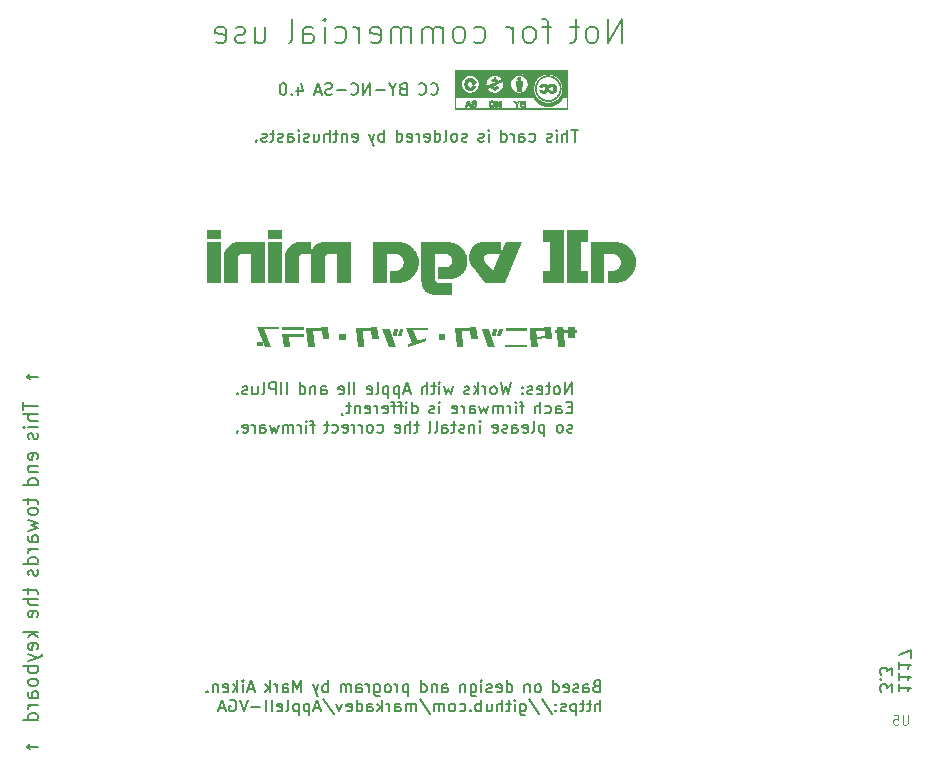
<source format=gbo>
G04 #@! TF.GenerationSoftware,KiCad,Pcbnew,(7.0.0-0)*
G04 #@! TF.CreationDate,2024-01-11T11:42:18+09:00*
G04 #@! TF.ProjectId,AppleVGA_mini_kmm,4170706c-6556-4474-915f-6d696e695f6b,1.0*
G04 #@! TF.SameCoordinates,Original*
G04 #@! TF.FileFunction,Legend,Bot*
G04 #@! TF.FilePolarity,Positive*
%FSLAX46Y46*%
G04 Gerber Fmt 4.6, Leading zero omitted, Abs format (unit mm)*
G04 Created by KiCad (PCBNEW (7.0.0-0)) date 2024-01-11 11:42:18*
%MOMM*%
%LPD*%
G01*
G04 APERTURE LIST*
G04 Aperture macros list*
%AMRoundRect*
0 Rectangle with rounded corners*
0 $1 Rounding radius*
0 $2 $3 $4 $5 $6 $7 $8 $9 X,Y pos of 4 corners*
0 Add a 4 corners polygon primitive as box body*
4,1,4,$2,$3,$4,$5,$6,$7,$8,$9,$2,$3,0*
0 Add four circle primitives for the rounded corners*
1,1,$1+$1,$2,$3*
1,1,$1+$1,$4,$5*
1,1,$1+$1,$6,$7*
1,1,$1+$1,$8,$9*
0 Add four rect primitives between the rounded corners*
20,1,$1+$1,$2,$3,$4,$5,0*
20,1,$1+$1,$4,$5,$6,$7,0*
20,1,$1+$1,$6,$7,$8,$9,0*
20,1,$1+$1,$8,$9,$2,$3,0*%
G04 Aperture macros list end*
%ADD10C,0.150000*%
%ADD11C,0.003000*%
%ADD12C,0.300000*%
%ADD13C,0.200000*%
%ADD14C,0.100000*%
%ADD15C,0.050000*%
%ADD16RoundRect,0.381000X0.381000X3.175000X-0.381000X3.175000X-0.381000X-3.175000X0.381000X-3.175000X0*%
%ADD17O,1.700000X1.700000*%
%ADD18R,1.700000X1.700000*%
%ADD19C,4.200000*%
%ADD20C,1.600000*%
%ADD21R,2.000000X1.500000*%
%ADD22R,2.000000X3.800000*%
G04 APERTURE END LIST*
D10*
X152694761Y-78202380D02*
X152123333Y-78202380D01*
X152409047Y-79202380D02*
X152409047Y-78202380D01*
X151789999Y-79202380D02*
X151789999Y-78202380D01*
X151361428Y-79202380D02*
X151361428Y-78678571D01*
X151361428Y-78678571D02*
X151409047Y-78583333D01*
X151409047Y-78583333D02*
X151504285Y-78535714D01*
X151504285Y-78535714D02*
X151647142Y-78535714D01*
X151647142Y-78535714D02*
X151742380Y-78583333D01*
X151742380Y-78583333D02*
X151789999Y-78630952D01*
X150885237Y-79202380D02*
X150885237Y-78535714D01*
X150885237Y-78202380D02*
X150932856Y-78250000D01*
X150932856Y-78250000D02*
X150885237Y-78297619D01*
X150885237Y-78297619D02*
X150837618Y-78250000D01*
X150837618Y-78250000D02*
X150885237Y-78202380D01*
X150885237Y-78202380D02*
X150885237Y-78297619D01*
X150456666Y-79154761D02*
X150361428Y-79202380D01*
X150361428Y-79202380D02*
X150170952Y-79202380D01*
X150170952Y-79202380D02*
X150075714Y-79154761D01*
X150075714Y-79154761D02*
X150028095Y-79059523D01*
X150028095Y-79059523D02*
X150028095Y-79011904D01*
X150028095Y-79011904D02*
X150075714Y-78916666D01*
X150075714Y-78916666D02*
X150170952Y-78869047D01*
X150170952Y-78869047D02*
X150313809Y-78869047D01*
X150313809Y-78869047D02*
X150409047Y-78821428D01*
X150409047Y-78821428D02*
X150456666Y-78726190D01*
X150456666Y-78726190D02*
X150456666Y-78678571D01*
X150456666Y-78678571D02*
X150409047Y-78583333D01*
X150409047Y-78583333D02*
X150313809Y-78535714D01*
X150313809Y-78535714D02*
X150170952Y-78535714D01*
X150170952Y-78535714D02*
X150075714Y-78583333D01*
X148570952Y-79154761D02*
X148666190Y-79202380D01*
X148666190Y-79202380D02*
X148856666Y-79202380D01*
X148856666Y-79202380D02*
X148951904Y-79154761D01*
X148951904Y-79154761D02*
X148999523Y-79107142D01*
X148999523Y-79107142D02*
X149047142Y-79011904D01*
X149047142Y-79011904D02*
X149047142Y-78726190D01*
X149047142Y-78726190D02*
X148999523Y-78630952D01*
X148999523Y-78630952D02*
X148951904Y-78583333D01*
X148951904Y-78583333D02*
X148856666Y-78535714D01*
X148856666Y-78535714D02*
X148666190Y-78535714D01*
X148666190Y-78535714D02*
X148570952Y-78583333D01*
X147713809Y-79202380D02*
X147713809Y-78678571D01*
X147713809Y-78678571D02*
X147761428Y-78583333D01*
X147761428Y-78583333D02*
X147856666Y-78535714D01*
X147856666Y-78535714D02*
X148047142Y-78535714D01*
X148047142Y-78535714D02*
X148142380Y-78583333D01*
X147713809Y-79154761D02*
X147809047Y-79202380D01*
X147809047Y-79202380D02*
X148047142Y-79202380D01*
X148047142Y-79202380D02*
X148142380Y-79154761D01*
X148142380Y-79154761D02*
X148189999Y-79059523D01*
X148189999Y-79059523D02*
X148189999Y-78964285D01*
X148189999Y-78964285D02*
X148142380Y-78869047D01*
X148142380Y-78869047D02*
X148047142Y-78821428D01*
X148047142Y-78821428D02*
X147809047Y-78821428D01*
X147809047Y-78821428D02*
X147713809Y-78773809D01*
X147237618Y-79202380D02*
X147237618Y-78535714D01*
X147237618Y-78726190D02*
X147189999Y-78630952D01*
X147189999Y-78630952D02*
X147142380Y-78583333D01*
X147142380Y-78583333D02*
X147047142Y-78535714D01*
X147047142Y-78535714D02*
X146951904Y-78535714D01*
X146189999Y-79202380D02*
X146189999Y-78202380D01*
X146189999Y-79154761D02*
X146285237Y-79202380D01*
X146285237Y-79202380D02*
X146475713Y-79202380D01*
X146475713Y-79202380D02*
X146570951Y-79154761D01*
X146570951Y-79154761D02*
X146618570Y-79107142D01*
X146618570Y-79107142D02*
X146666189Y-79011904D01*
X146666189Y-79011904D02*
X146666189Y-78726190D01*
X146666189Y-78726190D02*
X146618570Y-78630952D01*
X146618570Y-78630952D02*
X146570951Y-78583333D01*
X146570951Y-78583333D02*
X146475713Y-78535714D01*
X146475713Y-78535714D02*
X146285237Y-78535714D01*
X146285237Y-78535714D02*
X146189999Y-78583333D01*
X145113808Y-79202380D02*
X145113808Y-78535714D01*
X145113808Y-78202380D02*
X145161427Y-78250000D01*
X145161427Y-78250000D02*
X145113808Y-78297619D01*
X145113808Y-78297619D02*
X145066189Y-78250000D01*
X145066189Y-78250000D02*
X145113808Y-78202380D01*
X145113808Y-78202380D02*
X145113808Y-78297619D01*
X144685237Y-79154761D02*
X144589999Y-79202380D01*
X144589999Y-79202380D02*
X144399523Y-79202380D01*
X144399523Y-79202380D02*
X144304285Y-79154761D01*
X144304285Y-79154761D02*
X144256666Y-79059523D01*
X144256666Y-79059523D02*
X144256666Y-79011904D01*
X144256666Y-79011904D02*
X144304285Y-78916666D01*
X144304285Y-78916666D02*
X144399523Y-78869047D01*
X144399523Y-78869047D02*
X144542380Y-78869047D01*
X144542380Y-78869047D02*
X144637618Y-78821428D01*
X144637618Y-78821428D02*
X144685237Y-78726190D01*
X144685237Y-78726190D02*
X144685237Y-78678571D01*
X144685237Y-78678571D02*
X144637618Y-78583333D01*
X144637618Y-78583333D02*
X144542380Y-78535714D01*
X144542380Y-78535714D02*
X144399523Y-78535714D01*
X144399523Y-78535714D02*
X144304285Y-78583333D01*
X143275713Y-79154761D02*
X143180475Y-79202380D01*
X143180475Y-79202380D02*
X142989999Y-79202380D01*
X142989999Y-79202380D02*
X142894761Y-79154761D01*
X142894761Y-79154761D02*
X142847142Y-79059523D01*
X142847142Y-79059523D02*
X142847142Y-79011904D01*
X142847142Y-79011904D02*
X142894761Y-78916666D01*
X142894761Y-78916666D02*
X142989999Y-78869047D01*
X142989999Y-78869047D02*
X143132856Y-78869047D01*
X143132856Y-78869047D02*
X143228094Y-78821428D01*
X143228094Y-78821428D02*
X143275713Y-78726190D01*
X143275713Y-78726190D02*
X143275713Y-78678571D01*
X143275713Y-78678571D02*
X143228094Y-78583333D01*
X143228094Y-78583333D02*
X143132856Y-78535714D01*
X143132856Y-78535714D02*
X142989999Y-78535714D01*
X142989999Y-78535714D02*
X142894761Y-78583333D01*
X142275713Y-79202380D02*
X142370951Y-79154761D01*
X142370951Y-79154761D02*
X142418570Y-79107142D01*
X142418570Y-79107142D02*
X142466189Y-79011904D01*
X142466189Y-79011904D02*
X142466189Y-78726190D01*
X142466189Y-78726190D02*
X142418570Y-78630952D01*
X142418570Y-78630952D02*
X142370951Y-78583333D01*
X142370951Y-78583333D02*
X142275713Y-78535714D01*
X142275713Y-78535714D02*
X142132856Y-78535714D01*
X142132856Y-78535714D02*
X142037618Y-78583333D01*
X142037618Y-78583333D02*
X141989999Y-78630952D01*
X141989999Y-78630952D02*
X141942380Y-78726190D01*
X141942380Y-78726190D02*
X141942380Y-79011904D01*
X141942380Y-79011904D02*
X141989999Y-79107142D01*
X141989999Y-79107142D02*
X142037618Y-79154761D01*
X142037618Y-79154761D02*
X142132856Y-79202380D01*
X142132856Y-79202380D02*
X142275713Y-79202380D01*
X141370951Y-79202380D02*
X141466189Y-79154761D01*
X141466189Y-79154761D02*
X141513808Y-79059523D01*
X141513808Y-79059523D02*
X141513808Y-78202380D01*
X140561427Y-79202380D02*
X140561427Y-78202380D01*
X140561427Y-79154761D02*
X140656665Y-79202380D01*
X140656665Y-79202380D02*
X140847141Y-79202380D01*
X140847141Y-79202380D02*
X140942379Y-79154761D01*
X140942379Y-79154761D02*
X140989998Y-79107142D01*
X140989998Y-79107142D02*
X141037617Y-79011904D01*
X141037617Y-79011904D02*
X141037617Y-78726190D01*
X141037617Y-78726190D02*
X140989998Y-78630952D01*
X140989998Y-78630952D02*
X140942379Y-78583333D01*
X140942379Y-78583333D02*
X140847141Y-78535714D01*
X140847141Y-78535714D02*
X140656665Y-78535714D01*
X140656665Y-78535714D02*
X140561427Y-78583333D01*
X139704284Y-79154761D02*
X139799522Y-79202380D01*
X139799522Y-79202380D02*
X139989998Y-79202380D01*
X139989998Y-79202380D02*
X140085236Y-79154761D01*
X140085236Y-79154761D02*
X140132855Y-79059523D01*
X140132855Y-79059523D02*
X140132855Y-78678571D01*
X140132855Y-78678571D02*
X140085236Y-78583333D01*
X140085236Y-78583333D02*
X139989998Y-78535714D01*
X139989998Y-78535714D02*
X139799522Y-78535714D01*
X139799522Y-78535714D02*
X139704284Y-78583333D01*
X139704284Y-78583333D02*
X139656665Y-78678571D01*
X139656665Y-78678571D02*
X139656665Y-78773809D01*
X139656665Y-78773809D02*
X140132855Y-78869047D01*
X139228093Y-79202380D02*
X139228093Y-78535714D01*
X139228093Y-78726190D02*
X139180474Y-78630952D01*
X139180474Y-78630952D02*
X139132855Y-78583333D01*
X139132855Y-78583333D02*
X139037617Y-78535714D01*
X139037617Y-78535714D02*
X138942379Y-78535714D01*
X138228093Y-79154761D02*
X138323331Y-79202380D01*
X138323331Y-79202380D02*
X138513807Y-79202380D01*
X138513807Y-79202380D02*
X138609045Y-79154761D01*
X138609045Y-79154761D02*
X138656664Y-79059523D01*
X138656664Y-79059523D02*
X138656664Y-78678571D01*
X138656664Y-78678571D02*
X138609045Y-78583333D01*
X138609045Y-78583333D02*
X138513807Y-78535714D01*
X138513807Y-78535714D02*
X138323331Y-78535714D01*
X138323331Y-78535714D02*
X138228093Y-78583333D01*
X138228093Y-78583333D02*
X138180474Y-78678571D01*
X138180474Y-78678571D02*
X138180474Y-78773809D01*
X138180474Y-78773809D02*
X138656664Y-78869047D01*
X137323331Y-79202380D02*
X137323331Y-78202380D01*
X137323331Y-79154761D02*
X137418569Y-79202380D01*
X137418569Y-79202380D02*
X137609045Y-79202380D01*
X137609045Y-79202380D02*
X137704283Y-79154761D01*
X137704283Y-79154761D02*
X137751902Y-79107142D01*
X137751902Y-79107142D02*
X137799521Y-79011904D01*
X137799521Y-79011904D02*
X137799521Y-78726190D01*
X137799521Y-78726190D02*
X137751902Y-78630952D01*
X137751902Y-78630952D02*
X137704283Y-78583333D01*
X137704283Y-78583333D02*
X137609045Y-78535714D01*
X137609045Y-78535714D02*
X137418569Y-78535714D01*
X137418569Y-78535714D02*
X137323331Y-78583333D01*
X136247140Y-79202380D02*
X136247140Y-78202380D01*
X136247140Y-78583333D02*
X136151902Y-78535714D01*
X136151902Y-78535714D02*
X135961426Y-78535714D01*
X135961426Y-78535714D02*
X135866188Y-78583333D01*
X135866188Y-78583333D02*
X135818569Y-78630952D01*
X135818569Y-78630952D02*
X135770950Y-78726190D01*
X135770950Y-78726190D02*
X135770950Y-79011904D01*
X135770950Y-79011904D02*
X135818569Y-79107142D01*
X135818569Y-79107142D02*
X135866188Y-79154761D01*
X135866188Y-79154761D02*
X135961426Y-79202380D01*
X135961426Y-79202380D02*
X136151902Y-79202380D01*
X136151902Y-79202380D02*
X136247140Y-79154761D01*
X135437616Y-78535714D02*
X135199521Y-79202380D01*
X134961426Y-78535714D02*
X135199521Y-79202380D01*
X135199521Y-79202380D02*
X135294759Y-79440476D01*
X135294759Y-79440476D02*
X135342378Y-79488095D01*
X135342378Y-79488095D02*
X135437616Y-79535714D01*
X133599521Y-79154761D02*
X133694759Y-79202380D01*
X133694759Y-79202380D02*
X133885235Y-79202380D01*
X133885235Y-79202380D02*
X133980473Y-79154761D01*
X133980473Y-79154761D02*
X134028092Y-79059523D01*
X134028092Y-79059523D02*
X134028092Y-78678571D01*
X134028092Y-78678571D02*
X133980473Y-78583333D01*
X133980473Y-78583333D02*
X133885235Y-78535714D01*
X133885235Y-78535714D02*
X133694759Y-78535714D01*
X133694759Y-78535714D02*
X133599521Y-78583333D01*
X133599521Y-78583333D02*
X133551902Y-78678571D01*
X133551902Y-78678571D02*
X133551902Y-78773809D01*
X133551902Y-78773809D02*
X134028092Y-78869047D01*
X133123330Y-78535714D02*
X133123330Y-79202380D01*
X133123330Y-78630952D02*
X133075711Y-78583333D01*
X133075711Y-78583333D02*
X132980473Y-78535714D01*
X132980473Y-78535714D02*
X132837616Y-78535714D01*
X132837616Y-78535714D02*
X132742378Y-78583333D01*
X132742378Y-78583333D02*
X132694759Y-78678571D01*
X132694759Y-78678571D02*
X132694759Y-79202380D01*
X132361425Y-78535714D02*
X131980473Y-78535714D01*
X132218568Y-78202380D02*
X132218568Y-79059523D01*
X132218568Y-79059523D02*
X132170949Y-79154761D01*
X132170949Y-79154761D02*
X132075711Y-79202380D01*
X132075711Y-79202380D02*
X131980473Y-79202380D01*
X131647139Y-79202380D02*
X131647139Y-78202380D01*
X131218568Y-79202380D02*
X131218568Y-78678571D01*
X131218568Y-78678571D02*
X131266187Y-78583333D01*
X131266187Y-78583333D02*
X131361425Y-78535714D01*
X131361425Y-78535714D02*
X131504282Y-78535714D01*
X131504282Y-78535714D02*
X131599520Y-78583333D01*
X131599520Y-78583333D02*
X131647139Y-78630952D01*
X130313806Y-78535714D02*
X130313806Y-79202380D01*
X130742377Y-78535714D02*
X130742377Y-79059523D01*
X130742377Y-79059523D02*
X130694758Y-79154761D01*
X130694758Y-79154761D02*
X130599520Y-79202380D01*
X130599520Y-79202380D02*
X130456663Y-79202380D01*
X130456663Y-79202380D02*
X130361425Y-79154761D01*
X130361425Y-79154761D02*
X130313806Y-79107142D01*
X129885234Y-79154761D02*
X129789996Y-79202380D01*
X129789996Y-79202380D02*
X129599520Y-79202380D01*
X129599520Y-79202380D02*
X129504282Y-79154761D01*
X129504282Y-79154761D02*
X129456663Y-79059523D01*
X129456663Y-79059523D02*
X129456663Y-79011904D01*
X129456663Y-79011904D02*
X129504282Y-78916666D01*
X129504282Y-78916666D02*
X129599520Y-78869047D01*
X129599520Y-78869047D02*
X129742377Y-78869047D01*
X129742377Y-78869047D02*
X129837615Y-78821428D01*
X129837615Y-78821428D02*
X129885234Y-78726190D01*
X129885234Y-78726190D02*
X129885234Y-78678571D01*
X129885234Y-78678571D02*
X129837615Y-78583333D01*
X129837615Y-78583333D02*
X129742377Y-78535714D01*
X129742377Y-78535714D02*
X129599520Y-78535714D01*
X129599520Y-78535714D02*
X129504282Y-78583333D01*
X129028091Y-79202380D02*
X129028091Y-78535714D01*
X129028091Y-78202380D02*
X129075710Y-78250000D01*
X129075710Y-78250000D02*
X129028091Y-78297619D01*
X129028091Y-78297619D02*
X128980472Y-78250000D01*
X128980472Y-78250000D02*
X129028091Y-78202380D01*
X129028091Y-78202380D02*
X129028091Y-78297619D01*
X128123330Y-79202380D02*
X128123330Y-78678571D01*
X128123330Y-78678571D02*
X128170949Y-78583333D01*
X128170949Y-78583333D02*
X128266187Y-78535714D01*
X128266187Y-78535714D02*
X128456663Y-78535714D01*
X128456663Y-78535714D02*
X128551901Y-78583333D01*
X128123330Y-79154761D02*
X128218568Y-79202380D01*
X128218568Y-79202380D02*
X128456663Y-79202380D01*
X128456663Y-79202380D02*
X128551901Y-79154761D01*
X128551901Y-79154761D02*
X128599520Y-79059523D01*
X128599520Y-79059523D02*
X128599520Y-78964285D01*
X128599520Y-78964285D02*
X128551901Y-78869047D01*
X128551901Y-78869047D02*
X128456663Y-78821428D01*
X128456663Y-78821428D02*
X128218568Y-78821428D01*
X128218568Y-78821428D02*
X128123330Y-78773809D01*
X127694758Y-79154761D02*
X127599520Y-79202380D01*
X127599520Y-79202380D02*
X127409044Y-79202380D01*
X127409044Y-79202380D02*
X127313806Y-79154761D01*
X127313806Y-79154761D02*
X127266187Y-79059523D01*
X127266187Y-79059523D02*
X127266187Y-79011904D01*
X127266187Y-79011904D02*
X127313806Y-78916666D01*
X127313806Y-78916666D02*
X127409044Y-78869047D01*
X127409044Y-78869047D02*
X127551901Y-78869047D01*
X127551901Y-78869047D02*
X127647139Y-78821428D01*
X127647139Y-78821428D02*
X127694758Y-78726190D01*
X127694758Y-78726190D02*
X127694758Y-78678571D01*
X127694758Y-78678571D02*
X127647139Y-78583333D01*
X127647139Y-78583333D02*
X127551901Y-78535714D01*
X127551901Y-78535714D02*
X127409044Y-78535714D01*
X127409044Y-78535714D02*
X127313806Y-78583333D01*
X126980472Y-78535714D02*
X126599520Y-78535714D01*
X126837615Y-78202380D02*
X126837615Y-79059523D01*
X126837615Y-79059523D02*
X126789996Y-79154761D01*
X126789996Y-79154761D02*
X126694758Y-79202380D01*
X126694758Y-79202380D02*
X126599520Y-79202380D01*
X126313805Y-79154761D02*
X126218567Y-79202380D01*
X126218567Y-79202380D02*
X126028091Y-79202380D01*
X126028091Y-79202380D02*
X125932853Y-79154761D01*
X125932853Y-79154761D02*
X125885234Y-79059523D01*
X125885234Y-79059523D02*
X125885234Y-79011904D01*
X125885234Y-79011904D02*
X125932853Y-78916666D01*
X125932853Y-78916666D02*
X126028091Y-78869047D01*
X126028091Y-78869047D02*
X126170948Y-78869047D01*
X126170948Y-78869047D02*
X126266186Y-78821428D01*
X126266186Y-78821428D02*
X126313805Y-78726190D01*
X126313805Y-78726190D02*
X126313805Y-78678571D01*
X126313805Y-78678571D02*
X126266186Y-78583333D01*
X126266186Y-78583333D02*
X126170948Y-78535714D01*
X126170948Y-78535714D02*
X126028091Y-78535714D01*
X126028091Y-78535714D02*
X125932853Y-78583333D01*
X125456662Y-79107142D02*
X125409043Y-79154761D01*
X125409043Y-79154761D02*
X125456662Y-79202380D01*
X125456662Y-79202380D02*
X125504281Y-79154761D01*
X125504281Y-79154761D02*
X125456662Y-79107142D01*
X125456662Y-79107142D02*
X125456662Y-79202380D01*
X140200476Y-75157142D02*
X140248095Y-75204761D01*
X140248095Y-75204761D02*
X140390952Y-75252380D01*
X140390952Y-75252380D02*
X140486190Y-75252380D01*
X140486190Y-75252380D02*
X140629047Y-75204761D01*
X140629047Y-75204761D02*
X140724285Y-75109523D01*
X140724285Y-75109523D02*
X140771904Y-75014285D01*
X140771904Y-75014285D02*
X140819523Y-74823809D01*
X140819523Y-74823809D02*
X140819523Y-74680952D01*
X140819523Y-74680952D02*
X140771904Y-74490476D01*
X140771904Y-74490476D02*
X140724285Y-74395238D01*
X140724285Y-74395238D02*
X140629047Y-74300000D01*
X140629047Y-74300000D02*
X140486190Y-74252380D01*
X140486190Y-74252380D02*
X140390952Y-74252380D01*
X140390952Y-74252380D02*
X140248095Y-74300000D01*
X140248095Y-74300000D02*
X140200476Y-74347619D01*
X139200476Y-75157142D02*
X139248095Y-75204761D01*
X139248095Y-75204761D02*
X139390952Y-75252380D01*
X139390952Y-75252380D02*
X139486190Y-75252380D01*
X139486190Y-75252380D02*
X139629047Y-75204761D01*
X139629047Y-75204761D02*
X139724285Y-75109523D01*
X139724285Y-75109523D02*
X139771904Y-75014285D01*
X139771904Y-75014285D02*
X139819523Y-74823809D01*
X139819523Y-74823809D02*
X139819523Y-74680952D01*
X139819523Y-74680952D02*
X139771904Y-74490476D01*
X139771904Y-74490476D02*
X139724285Y-74395238D01*
X139724285Y-74395238D02*
X139629047Y-74300000D01*
X139629047Y-74300000D02*
X139486190Y-74252380D01*
X139486190Y-74252380D02*
X139390952Y-74252380D01*
X139390952Y-74252380D02*
X139248095Y-74300000D01*
X139248095Y-74300000D02*
X139200476Y-74347619D01*
X137838571Y-74728571D02*
X137695714Y-74776190D01*
X137695714Y-74776190D02*
X137648095Y-74823809D01*
X137648095Y-74823809D02*
X137600476Y-74919047D01*
X137600476Y-74919047D02*
X137600476Y-75061904D01*
X137600476Y-75061904D02*
X137648095Y-75157142D01*
X137648095Y-75157142D02*
X137695714Y-75204761D01*
X137695714Y-75204761D02*
X137790952Y-75252380D01*
X137790952Y-75252380D02*
X138171904Y-75252380D01*
X138171904Y-75252380D02*
X138171904Y-74252380D01*
X138171904Y-74252380D02*
X137838571Y-74252380D01*
X137838571Y-74252380D02*
X137743333Y-74300000D01*
X137743333Y-74300000D02*
X137695714Y-74347619D01*
X137695714Y-74347619D02*
X137648095Y-74442857D01*
X137648095Y-74442857D02*
X137648095Y-74538095D01*
X137648095Y-74538095D02*
X137695714Y-74633333D01*
X137695714Y-74633333D02*
X137743333Y-74680952D01*
X137743333Y-74680952D02*
X137838571Y-74728571D01*
X137838571Y-74728571D02*
X138171904Y-74728571D01*
X136981428Y-74776190D02*
X136981428Y-75252380D01*
X137314761Y-74252380D02*
X136981428Y-74776190D01*
X136981428Y-74776190D02*
X136648095Y-74252380D01*
X136314761Y-74871428D02*
X135552857Y-74871428D01*
X135076666Y-75252380D02*
X135076666Y-74252380D01*
X135076666Y-74252380D02*
X134505238Y-75252380D01*
X134505238Y-75252380D02*
X134505238Y-74252380D01*
X133457619Y-75157142D02*
X133505238Y-75204761D01*
X133505238Y-75204761D02*
X133648095Y-75252380D01*
X133648095Y-75252380D02*
X133743333Y-75252380D01*
X133743333Y-75252380D02*
X133886190Y-75204761D01*
X133886190Y-75204761D02*
X133981428Y-75109523D01*
X133981428Y-75109523D02*
X134029047Y-75014285D01*
X134029047Y-75014285D02*
X134076666Y-74823809D01*
X134076666Y-74823809D02*
X134076666Y-74680952D01*
X134076666Y-74680952D02*
X134029047Y-74490476D01*
X134029047Y-74490476D02*
X133981428Y-74395238D01*
X133981428Y-74395238D02*
X133886190Y-74300000D01*
X133886190Y-74300000D02*
X133743333Y-74252380D01*
X133743333Y-74252380D02*
X133648095Y-74252380D01*
X133648095Y-74252380D02*
X133505238Y-74300000D01*
X133505238Y-74300000D02*
X133457619Y-74347619D01*
X133029047Y-74871428D02*
X132267143Y-74871428D01*
X131838571Y-75204761D02*
X131695714Y-75252380D01*
X131695714Y-75252380D02*
X131457619Y-75252380D01*
X131457619Y-75252380D02*
X131362381Y-75204761D01*
X131362381Y-75204761D02*
X131314762Y-75157142D01*
X131314762Y-75157142D02*
X131267143Y-75061904D01*
X131267143Y-75061904D02*
X131267143Y-74966666D01*
X131267143Y-74966666D02*
X131314762Y-74871428D01*
X131314762Y-74871428D02*
X131362381Y-74823809D01*
X131362381Y-74823809D02*
X131457619Y-74776190D01*
X131457619Y-74776190D02*
X131648095Y-74728571D01*
X131648095Y-74728571D02*
X131743333Y-74680952D01*
X131743333Y-74680952D02*
X131790952Y-74633333D01*
X131790952Y-74633333D02*
X131838571Y-74538095D01*
X131838571Y-74538095D02*
X131838571Y-74442857D01*
X131838571Y-74442857D02*
X131790952Y-74347619D01*
X131790952Y-74347619D02*
X131743333Y-74300000D01*
X131743333Y-74300000D02*
X131648095Y-74252380D01*
X131648095Y-74252380D02*
X131410000Y-74252380D01*
X131410000Y-74252380D02*
X131267143Y-74300000D01*
X130886190Y-74966666D02*
X130410000Y-74966666D01*
X130981428Y-75252380D02*
X130648095Y-74252380D01*
X130648095Y-74252380D02*
X130314762Y-75252380D01*
X128952857Y-74585714D02*
X128952857Y-75252380D01*
X129190952Y-74204761D02*
X129429047Y-74919047D01*
X129429047Y-74919047D02*
X128810000Y-74919047D01*
X128429047Y-75157142D02*
X128381428Y-75204761D01*
X128381428Y-75204761D02*
X128429047Y-75252380D01*
X128429047Y-75252380D02*
X128476666Y-75204761D01*
X128476666Y-75204761D02*
X128429047Y-75157142D01*
X128429047Y-75157142D02*
X128429047Y-75252380D01*
X127762381Y-74252380D02*
X127667143Y-74252380D01*
X127667143Y-74252380D02*
X127571905Y-74300000D01*
X127571905Y-74300000D02*
X127524286Y-74347619D01*
X127524286Y-74347619D02*
X127476667Y-74442857D01*
X127476667Y-74442857D02*
X127429048Y-74633333D01*
X127429048Y-74633333D02*
X127429048Y-74871428D01*
X127429048Y-74871428D02*
X127476667Y-75061904D01*
X127476667Y-75061904D02*
X127524286Y-75157142D01*
X127524286Y-75157142D02*
X127571905Y-75204761D01*
X127571905Y-75204761D02*
X127667143Y-75252380D01*
X127667143Y-75252380D02*
X127762381Y-75252380D01*
X127762381Y-75252380D02*
X127857619Y-75204761D01*
X127857619Y-75204761D02*
X127905238Y-75157142D01*
X127905238Y-75157142D02*
X127952857Y-75061904D01*
X127952857Y-75061904D02*
X128000476Y-74871428D01*
X128000476Y-74871428D02*
X128000476Y-74633333D01*
X128000476Y-74633333D02*
X127952857Y-74442857D01*
X127952857Y-74442857D02*
X127905238Y-74347619D01*
X127905238Y-74347619D02*
X127857619Y-74300000D01*
X127857619Y-74300000D02*
X127762381Y-74252380D01*
D11*
G36*
X149766173Y-74293531D02*
G01*
X149785248Y-74294751D01*
X149803886Y-74296784D01*
X149822088Y-74299631D01*
X149839854Y-74303292D01*
X149857184Y-74307767D01*
X149874077Y-74313055D01*
X149890534Y-74319157D01*
X149906554Y-74326074D01*
X149922138Y-74333805D01*
X149937284Y-74342350D01*
X149951994Y-74351709D01*
X149966267Y-74361883D01*
X149980103Y-74372872D01*
X149993502Y-74384675D01*
X150006463Y-74397293D01*
X150018844Y-74410602D01*
X150030426Y-74424480D01*
X150041207Y-74438926D01*
X150051188Y-74453941D01*
X150060370Y-74469525D01*
X150068752Y-74485677D01*
X150076335Y-74502399D01*
X150083118Y-74519690D01*
X150089103Y-74537551D01*
X150094289Y-74555982D01*
X150098677Y-74574982D01*
X150102267Y-74594553D01*
X150105058Y-74614695D01*
X150107052Y-74635407D01*
X150108248Y-74656690D01*
X150108647Y-74678544D01*
X150108254Y-74700768D01*
X150107075Y-74722389D01*
X150105110Y-74743406D01*
X150102360Y-74763818D01*
X150098824Y-74783625D01*
X150094503Y-74802826D01*
X150089396Y-74821421D01*
X150083505Y-74839410D01*
X150076828Y-74856793D01*
X150069366Y-74873568D01*
X150061119Y-74889735D01*
X150052087Y-74905295D01*
X150042271Y-74920246D01*
X150031670Y-74934589D01*
X150020285Y-74948322D01*
X150008115Y-74961446D01*
X149995269Y-74973864D01*
X149981908Y-74985483D01*
X149968032Y-74996300D01*
X149953640Y-75006317D01*
X149938731Y-75015534D01*
X149923306Y-75023949D01*
X149907363Y-75031564D01*
X149890903Y-75038377D01*
X149873924Y-75044389D01*
X149856427Y-75049600D01*
X149838412Y-75054010D01*
X149819877Y-75057618D01*
X149800822Y-75060424D01*
X149781247Y-75062429D01*
X149761151Y-75063632D01*
X149740535Y-75064033D01*
X149713896Y-75063280D01*
X149688099Y-75061021D01*
X149663146Y-75057257D01*
X149639036Y-75051987D01*
X149615771Y-75045211D01*
X149593349Y-75036929D01*
X149571773Y-75027141D01*
X149551042Y-75015846D01*
X149531156Y-75003046D01*
X149512116Y-74988738D01*
X149493923Y-74972925D01*
X149476576Y-74955604D01*
X149460077Y-74936777D01*
X149444425Y-74916443D01*
X149429621Y-74894602D01*
X149415666Y-74871254D01*
X149570802Y-74790493D01*
X149576467Y-74803548D01*
X149582643Y-74815757D01*
X149585924Y-74821545D01*
X149589331Y-74827122D01*
X149592867Y-74832487D01*
X149596530Y-74837642D01*
X149600321Y-74842586D01*
X149604240Y-74847318D01*
X149608286Y-74851840D01*
X149612460Y-74856151D01*
X149616762Y-74860251D01*
X149621191Y-74864141D01*
X149625748Y-74867820D01*
X149630432Y-74871288D01*
X149635243Y-74874545D01*
X149640183Y-74877592D01*
X149645249Y-74880429D01*
X149650443Y-74883055D01*
X149655765Y-74885471D01*
X149661214Y-74887676D01*
X149666790Y-74889671D01*
X149672493Y-74891456D01*
X149678324Y-74893031D01*
X149684282Y-74894395D01*
X149690367Y-74895550D01*
X149696580Y-74896494D01*
X149702920Y-74897229D01*
X149709386Y-74897753D01*
X149722701Y-74898173D01*
X149733002Y-74897958D01*
X149742976Y-74897311D01*
X149752623Y-74896234D01*
X149761943Y-74894726D01*
X149770936Y-74892786D01*
X149779603Y-74890416D01*
X149787942Y-74887614D01*
X149795955Y-74884382D01*
X149803641Y-74880718D01*
X149811000Y-74876622D01*
X149818032Y-74872096D01*
X149824737Y-74867138D01*
X149831115Y-74861748D01*
X149837166Y-74855927D01*
X149842890Y-74849674D01*
X149848288Y-74842990D01*
X149853358Y-74835874D01*
X149858101Y-74828327D01*
X149862517Y-74820347D01*
X149866606Y-74811936D01*
X149870368Y-74803093D01*
X149873803Y-74793818D01*
X149876911Y-74784112D01*
X149879692Y-74773973D01*
X149882146Y-74763402D01*
X149884272Y-74752399D01*
X149886072Y-74740964D01*
X149887544Y-74729096D01*
X149888689Y-74716797D01*
X149889507Y-74704065D01*
X149889998Y-74690900D01*
X149890162Y-74677303D01*
X149889508Y-74650553D01*
X149887547Y-74625528D01*
X149884278Y-74602228D01*
X149879702Y-74580653D01*
X149873817Y-74560803D01*
X149870384Y-74551526D01*
X149866624Y-74542680D01*
X149862537Y-74534265D01*
X149858123Y-74526281D01*
X149853382Y-74518729D01*
X149848313Y-74511609D01*
X149842917Y-74504920D01*
X149837194Y-74498662D01*
X149831144Y-74492836D01*
X149824767Y-74487441D01*
X149818062Y-74482478D01*
X149811030Y-74477947D01*
X149803671Y-74473846D01*
X149795984Y-74470178D01*
X149787970Y-74466941D01*
X149779628Y-74464135D01*
X149770959Y-74461761D01*
X149761963Y-74459819D01*
X149752639Y-74458308D01*
X149742987Y-74457229D01*
X149733008Y-74456582D01*
X149722701Y-74456366D01*
X149711637Y-74456762D01*
X149700910Y-74457951D01*
X149690521Y-74459931D01*
X149685453Y-74461219D01*
X149680469Y-74462705D01*
X149675570Y-74464388D01*
X149670756Y-74466270D01*
X149666025Y-74468350D01*
X149661380Y-74470628D01*
X149656818Y-74473104D01*
X149652342Y-74475778D01*
X149647950Y-74478650D01*
X149643642Y-74481720D01*
X149635280Y-74488455D01*
X149627257Y-74495981D01*
X149619572Y-74504301D01*
X149612226Y-74513412D01*
X149605218Y-74523316D01*
X149598549Y-74534012D01*
X149592218Y-74545501D01*
X149586227Y-74557782D01*
X149418834Y-74473716D01*
X149425139Y-74462609D01*
X149431698Y-74451855D01*
X149438511Y-74441453D01*
X149445579Y-74431403D01*
X149452900Y-74421705D01*
X149460476Y-74412360D01*
X149468306Y-74403367D01*
X149476390Y-74394726D01*
X149484729Y-74386438D01*
X149493321Y-74378502D01*
X149502168Y-74370919D01*
X149511269Y-74363688D01*
X149520624Y-74356809D01*
X149530233Y-74350284D01*
X149540097Y-74344110D01*
X149550214Y-74338289D01*
X149560586Y-74332821D01*
X149571212Y-74327705D01*
X149582092Y-74322942D01*
X149593226Y-74318532D01*
X149604615Y-74314474D01*
X149616257Y-74310769D01*
X149628154Y-74307417D01*
X149640305Y-74304417D01*
X149652710Y-74301771D01*
X149665369Y-74299477D01*
X149678283Y-74297536D01*
X149691451Y-74295948D01*
X149704872Y-74294712D01*
X149718549Y-74293830D01*
X149746663Y-74293124D01*
X149766173Y-74293531D01*
G37*
X149766173Y-74293531D02*
X149785248Y-74294751D01*
X149803886Y-74296784D01*
X149822088Y-74299631D01*
X149839854Y-74303292D01*
X149857184Y-74307767D01*
X149874077Y-74313055D01*
X149890534Y-74319157D01*
X149906554Y-74326074D01*
X149922138Y-74333805D01*
X149937284Y-74342350D01*
X149951994Y-74351709D01*
X149966267Y-74361883D01*
X149980103Y-74372872D01*
X149993502Y-74384675D01*
X150006463Y-74397293D01*
X150018844Y-74410602D01*
X150030426Y-74424480D01*
X150041207Y-74438926D01*
X150051188Y-74453941D01*
X150060370Y-74469525D01*
X150068752Y-74485677D01*
X150076335Y-74502399D01*
X150083118Y-74519690D01*
X150089103Y-74537551D01*
X150094289Y-74555982D01*
X150098677Y-74574982D01*
X150102267Y-74594553D01*
X150105058Y-74614695D01*
X150107052Y-74635407D01*
X150108248Y-74656690D01*
X150108647Y-74678544D01*
X150108254Y-74700768D01*
X150107075Y-74722389D01*
X150105110Y-74743406D01*
X150102360Y-74763818D01*
X150098824Y-74783625D01*
X150094503Y-74802826D01*
X150089396Y-74821421D01*
X150083505Y-74839410D01*
X150076828Y-74856793D01*
X150069366Y-74873568D01*
X150061119Y-74889735D01*
X150052087Y-74905295D01*
X150042271Y-74920246D01*
X150031670Y-74934589D01*
X150020285Y-74948322D01*
X150008115Y-74961446D01*
X149995269Y-74973864D01*
X149981908Y-74985483D01*
X149968032Y-74996300D01*
X149953640Y-75006317D01*
X149938731Y-75015534D01*
X149923306Y-75023949D01*
X149907363Y-75031564D01*
X149890903Y-75038377D01*
X149873924Y-75044389D01*
X149856427Y-75049600D01*
X149838412Y-75054010D01*
X149819877Y-75057618D01*
X149800822Y-75060424D01*
X149781247Y-75062429D01*
X149761151Y-75063632D01*
X149740535Y-75064033D01*
X149713896Y-75063280D01*
X149688099Y-75061021D01*
X149663146Y-75057257D01*
X149639036Y-75051987D01*
X149615771Y-75045211D01*
X149593349Y-75036929D01*
X149571773Y-75027141D01*
X149551042Y-75015846D01*
X149531156Y-75003046D01*
X149512116Y-74988738D01*
X149493923Y-74972925D01*
X149476576Y-74955604D01*
X149460077Y-74936777D01*
X149444425Y-74916443D01*
X149429621Y-74894602D01*
X149415666Y-74871254D01*
X149570802Y-74790493D01*
X149576467Y-74803548D01*
X149582643Y-74815757D01*
X149585924Y-74821545D01*
X149589331Y-74827122D01*
X149592867Y-74832487D01*
X149596530Y-74837642D01*
X149600321Y-74842586D01*
X149604240Y-74847318D01*
X149608286Y-74851840D01*
X149612460Y-74856151D01*
X149616762Y-74860251D01*
X149621191Y-74864141D01*
X149625748Y-74867820D01*
X149630432Y-74871288D01*
X149635243Y-74874545D01*
X149640183Y-74877592D01*
X149645249Y-74880429D01*
X149650443Y-74883055D01*
X149655765Y-74885471D01*
X149661214Y-74887676D01*
X149666790Y-74889671D01*
X149672493Y-74891456D01*
X149678324Y-74893031D01*
X149684282Y-74894395D01*
X149690367Y-74895550D01*
X149696580Y-74896494D01*
X149702920Y-74897229D01*
X149709386Y-74897753D01*
X149722701Y-74898173D01*
X149733002Y-74897958D01*
X149742976Y-74897311D01*
X149752623Y-74896234D01*
X149761943Y-74894726D01*
X149770936Y-74892786D01*
X149779603Y-74890416D01*
X149787942Y-74887614D01*
X149795955Y-74884382D01*
X149803641Y-74880718D01*
X149811000Y-74876622D01*
X149818032Y-74872096D01*
X149824737Y-74867138D01*
X149831115Y-74861748D01*
X149837166Y-74855927D01*
X149842890Y-74849674D01*
X149848288Y-74842990D01*
X149853358Y-74835874D01*
X149858101Y-74828327D01*
X149862517Y-74820347D01*
X149866606Y-74811936D01*
X149870368Y-74803093D01*
X149873803Y-74793818D01*
X149876911Y-74784112D01*
X149879692Y-74773973D01*
X149882146Y-74763402D01*
X149884272Y-74752399D01*
X149886072Y-74740964D01*
X149887544Y-74729096D01*
X149888689Y-74716797D01*
X149889507Y-74704065D01*
X149889998Y-74690900D01*
X149890162Y-74677303D01*
X149889508Y-74650553D01*
X149887547Y-74625528D01*
X149884278Y-74602228D01*
X149879702Y-74580653D01*
X149873817Y-74560803D01*
X149870384Y-74551526D01*
X149866624Y-74542680D01*
X149862537Y-74534265D01*
X149858123Y-74526281D01*
X149853382Y-74518729D01*
X149848313Y-74511609D01*
X149842917Y-74504920D01*
X149837194Y-74498662D01*
X149831144Y-74492836D01*
X149824767Y-74487441D01*
X149818062Y-74482478D01*
X149811030Y-74477947D01*
X149803671Y-74473846D01*
X149795984Y-74470178D01*
X149787970Y-74466941D01*
X149779628Y-74464135D01*
X149770959Y-74461761D01*
X149761963Y-74459819D01*
X149752639Y-74458308D01*
X149742987Y-74457229D01*
X149733008Y-74456582D01*
X149722701Y-74456366D01*
X149711637Y-74456762D01*
X149700910Y-74457951D01*
X149690521Y-74459931D01*
X149685453Y-74461219D01*
X149680469Y-74462705D01*
X149675570Y-74464388D01*
X149670756Y-74466270D01*
X149666025Y-74468350D01*
X149661380Y-74470628D01*
X149656818Y-74473104D01*
X149652342Y-74475778D01*
X149647950Y-74478650D01*
X149643642Y-74481720D01*
X149635280Y-74488455D01*
X149627257Y-74495981D01*
X149619572Y-74504301D01*
X149612226Y-74513412D01*
X149605218Y-74523316D01*
X149598549Y-74534012D01*
X149592218Y-74545501D01*
X149586227Y-74557782D01*
X149418834Y-74473716D01*
X149425139Y-74462609D01*
X149431698Y-74451855D01*
X149438511Y-74441453D01*
X149445579Y-74431403D01*
X149452900Y-74421705D01*
X149460476Y-74412360D01*
X149468306Y-74403367D01*
X149476390Y-74394726D01*
X149484729Y-74386438D01*
X149493321Y-74378502D01*
X149502168Y-74370919D01*
X149511269Y-74363688D01*
X149520624Y-74356809D01*
X149530233Y-74350284D01*
X149540097Y-74344110D01*
X149550214Y-74338289D01*
X149560586Y-74332821D01*
X149571212Y-74327705D01*
X149582092Y-74322942D01*
X149593226Y-74318532D01*
X149604615Y-74314474D01*
X149616257Y-74310769D01*
X149628154Y-74307417D01*
X149640305Y-74304417D01*
X149652710Y-74301771D01*
X149665369Y-74299477D01*
X149678283Y-74297536D01*
X149691451Y-74295948D01*
X149704872Y-74294712D01*
X149718549Y-74293830D01*
X149746663Y-74293124D01*
X149766173Y-74293531D01*
G36*
X143314544Y-75725991D02*
G01*
X143433105Y-75725991D01*
X143631964Y-76251519D01*
X143515614Y-76251519D01*
X143474357Y-76134472D01*
X143277785Y-76134472D01*
X143237950Y-76251519D01*
X143117972Y-76251519D01*
X143194028Y-76048186D01*
X143307919Y-76048186D01*
X143444148Y-76048186D01*
X143375756Y-75855422D01*
X143374179Y-75855422D01*
X143307919Y-76048186D01*
X143194028Y-76048186D01*
X143314544Y-75725991D01*
G37*
X143314544Y-75725991D02*
X143433105Y-75725991D01*
X143631964Y-76251519D01*
X143515614Y-76251519D01*
X143474357Y-76134472D01*
X143277785Y-76134472D01*
X143237950Y-76251519D01*
X143117972Y-76251519D01*
X143194028Y-76048186D01*
X143307919Y-76048186D01*
X143444148Y-76048186D01*
X143375756Y-75855422D01*
X143374179Y-75855422D01*
X143307919Y-76048186D01*
X143194028Y-76048186D01*
X143314544Y-75725991D01*
G36*
X142254618Y-73429303D02*
G01*
X142273469Y-73429303D01*
X142284512Y-76392307D01*
X151736232Y-76392307D01*
X151736232Y-73418340D01*
X151736034Y-73393566D01*
X151735257Y-73369192D01*
X151733626Y-73345383D01*
X151730863Y-73322305D01*
X151726693Y-73300122D01*
X151723995Y-73289418D01*
X151720841Y-73279000D01*
X151717197Y-73268889D01*
X151713030Y-73259105D01*
X151708303Y-73249668D01*
X151702984Y-73240600D01*
X151697037Y-73231921D01*
X151690427Y-73223652D01*
X151683121Y-73215813D01*
X151675084Y-73208426D01*
X151666282Y-73201510D01*
X151656679Y-73195086D01*
X151646241Y-73189176D01*
X151634935Y-73183799D01*
X151622724Y-73178977D01*
X151609576Y-73174730D01*
X151595455Y-73171078D01*
X151580328Y-73168042D01*
X151564158Y-73165644D01*
X151546913Y-73163903D01*
X151528557Y-73162840D01*
X151509056Y-73162477D01*
X142511613Y-73178409D01*
X142465280Y-73178136D01*
X142442945Y-73178468D01*
X142421357Y-73179712D01*
X142400663Y-73182317D01*
X142390696Y-73184270D01*
X142381007Y-73186732D01*
X142371613Y-73189759D01*
X142362534Y-73193407D01*
X142353786Y-73197732D01*
X142345389Y-73202791D01*
X142337360Y-73208639D01*
X142329718Y-73215333D01*
X142322480Y-73222929D01*
X142315666Y-73231482D01*
X142309292Y-73241051D01*
X142303377Y-73251689D01*
X142297939Y-73263454D01*
X142292997Y-73276402D01*
X142288568Y-73290589D01*
X142284671Y-73306070D01*
X142281324Y-73322903D01*
X142278544Y-73341144D01*
X142276351Y-73360848D01*
X142274762Y-73382071D01*
X142273795Y-73404871D01*
X142273469Y-73429303D01*
X142254618Y-73429303D01*
X142254618Y-73304921D01*
X142254851Y-73295763D01*
X142255541Y-73286723D01*
X142256676Y-73277812D01*
X142258247Y-73269042D01*
X142260241Y-73260425D01*
X142262647Y-73251970D01*
X142265455Y-73243691D01*
X142268651Y-73235597D01*
X142272226Y-73227701D01*
X142276168Y-73220013D01*
X142280466Y-73212545D01*
X142285108Y-73205309D01*
X142290084Y-73198315D01*
X142295381Y-73191575D01*
X142300989Y-73185100D01*
X142306896Y-73178902D01*
X142313090Y-73172992D01*
X142319562Y-73167381D01*
X142326299Y-73162081D01*
X142333290Y-73157103D01*
X142340524Y-73152458D01*
X142347989Y-73148157D01*
X142355674Y-73144212D01*
X142363568Y-73140634D01*
X142371660Y-73137435D01*
X142379938Y-73134626D01*
X142388392Y-73132218D01*
X142397009Y-73130222D01*
X142405778Y-73128650D01*
X142414688Y-73127513D01*
X142423729Y-73126822D01*
X142432887Y-73126590D01*
X151601186Y-73126590D01*
X151610360Y-73126822D01*
X151619414Y-73127512D01*
X151628337Y-73128648D01*
X151637119Y-73130218D01*
X151645747Y-73132212D01*
X151654210Y-73134619D01*
X151662498Y-73137426D01*
X151670599Y-73140623D01*
X151678501Y-73144198D01*
X151686194Y-73148140D01*
X151693666Y-73152439D01*
X151700906Y-73157081D01*
X151707902Y-73162057D01*
X151714644Y-73167355D01*
X151721120Y-73172964D01*
X151727319Y-73178872D01*
X151733229Y-73185068D01*
X151738840Y-73191542D01*
X151744140Y-73198280D01*
X151749117Y-73205273D01*
X151753762Y-73212509D01*
X151758061Y-73219977D01*
X151762004Y-73227666D01*
X151765580Y-73235563D01*
X151768778Y-73243658D01*
X151771586Y-73251941D01*
X151773992Y-73260398D01*
X151775987Y-73269019D01*
X151777557Y-73277794D01*
X151778693Y-73286710D01*
X151779383Y-73295756D01*
X151779616Y-73304921D01*
X151779616Y-76420070D01*
X151779563Y-76422142D01*
X151779408Y-76424187D01*
X151779153Y-76426202D01*
X151778799Y-76428184D01*
X151778351Y-76430132D01*
X151777809Y-76432042D01*
X151777177Y-76433911D01*
X151776458Y-76435739D01*
X151775652Y-76437521D01*
X151774764Y-76439255D01*
X151773796Y-76440940D01*
X151772750Y-76442572D01*
X151771628Y-76444149D01*
X151770433Y-76445668D01*
X151769168Y-76447127D01*
X151767835Y-76448523D01*
X151766437Y-76449855D01*
X151764975Y-76451118D01*
X151763454Y-76452311D01*
X151761874Y-76453432D01*
X151760239Y-76454478D01*
X151758551Y-76455445D01*
X151756812Y-76456333D01*
X151755026Y-76457138D01*
X151753194Y-76457857D01*
X151751319Y-76458489D01*
X151749404Y-76459030D01*
X151747451Y-76459479D01*
X151745462Y-76459832D01*
X151743440Y-76460087D01*
X151741388Y-76460243D01*
X151739308Y-76460295D01*
X142294926Y-76460295D01*
X142292846Y-76460243D01*
X142290794Y-76460087D01*
X142288773Y-76459832D01*
X142286784Y-76459479D01*
X142284831Y-76459030D01*
X142282916Y-76458489D01*
X142281042Y-76457857D01*
X142279210Y-76457137D01*
X142277423Y-76456333D01*
X142275685Y-76455445D01*
X142273997Y-76454477D01*
X142272362Y-76453432D01*
X142270782Y-76452311D01*
X142269260Y-76451118D01*
X142267799Y-76449854D01*
X142266400Y-76448523D01*
X142265067Y-76447127D01*
X142263802Y-76445668D01*
X142262607Y-76444148D01*
X142261486Y-76442572D01*
X142260439Y-76440940D01*
X142259471Y-76439255D01*
X142258582Y-76437521D01*
X142257777Y-76435738D01*
X142257057Y-76433911D01*
X142256425Y-76432041D01*
X142255883Y-76430132D01*
X142255435Y-76428184D01*
X142255081Y-76426202D01*
X142254826Y-76424187D01*
X142254671Y-76422142D01*
X142254618Y-76420070D01*
X142254618Y-73429303D01*
G37*
X142254618Y-73429303D02*
X142273469Y-73429303D01*
X142284512Y-76392307D01*
X151736232Y-76392307D01*
X151736232Y-73418340D01*
X151736034Y-73393566D01*
X151735257Y-73369192D01*
X151733626Y-73345383D01*
X151730863Y-73322305D01*
X151726693Y-73300122D01*
X151723995Y-73289418D01*
X151720841Y-73279000D01*
X151717197Y-73268889D01*
X151713030Y-73259105D01*
X151708303Y-73249668D01*
X151702984Y-73240600D01*
X151697037Y-73231921D01*
X151690427Y-73223652D01*
X151683121Y-73215813D01*
X151675084Y-73208426D01*
X151666282Y-73201510D01*
X151656679Y-73195086D01*
X151646241Y-73189176D01*
X151634935Y-73183799D01*
X151622724Y-73178977D01*
X151609576Y-73174730D01*
X151595455Y-73171078D01*
X151580328Y-73168042D01*
X151564158Y-73165644D01*
X151546913Y-73163903D01*
X151528557Y-73162840D01*
X151509056Y-73162477D01*
X142511613Y-73178409D01*
X142465280Y-73178136D01*
X142442945Y-73178468D01*
X142421357Y-73179712D01*
X142400663Y-73182317D01*
X142390696Y-73184270D01*
X142381007Y-73186732D01*
X142371613Y-73189759D01*
X142362534Y-73193407D01*
X142353786Y-73197732D01*
X142345389Y-73202791D01*
X142337360Y-73208639D01*
X142329718Y-73215333D01*
X142322480Y-73222929D01*
X142315666Y-73231482D01*
X142309292Y-73241051D01*
X142303377Y-73251689D01*
X142297939Y-73263454D01*
X142292997Y-73276402D01*
X142288568Y-73290589D01*
X142284671Y-73306070D01*
X142281324Y-73322903D01*
X142278544Y-73341144D01*
X142276351Y-73360848D01*
X142274762Y-73382071D01*
X142273795Y-73404871D01*
X142273469Y-73429303D01*
X142254618Y-73429303D01*
X142254618Y-73304921D01*
X142254851Y-73295763D01*
X142255541Y-73286723D01*
X142256676Y-73277812D01*
X142258247Y-73269042D01*
X142260241Y-73260425D01*
X142262647Y-73251970D01*
X142265455Y-73243691D01*
X142268651Y-73235597D01*
X142272226Y-73227701D01*
X142276168Y-73220013D01*
X142280466Y-73212545D01*
X142285108Y-73205309D01*
X142290084Y-73198315D01*
X142295381Y-73191575D01*
X142300989Y-73185100D01*
X142306896Y-73178902D01*
X142313090Y-73172992D01*
X142319562Y-73167381D01*
X142326299Y-73162081D01*
X142333290Y-73157103D01*
X142340524Y-73152458D01*
X142347989Y-73148157D01*
X142355674Y-73144212D01*
X142363568Y-73140634D01*
X142371660Y-73137435D01*
X142379938Y-73134626D01*
X142388392Y-73132218D01*
X142397009Y-73130222D01*
X142405778Y-73128650D01*
X142414688Y-73127513D01*
X142423729Y-73126822D01*
X142432887Y-73126590D01*
X151601186Y-73126590D01*
X151610360Y-73126822D01*
X151619414Y-73127512D01*
X151628337Y-73128648D01*
X151637119Y-73130218D01*
X151645747Y-73132212D01*
X151654210Y-73134619D01*
X151662498Y-73137426D01*
X151670599Y-73140623D01*
X151678501Y-73144198D01*
X151686194Y-73148140D01*
X151693666Y-73152439D01*
X151700906Y-73157081D01*
X151707902Y-73162057D01*
X151714644Y-73167355D01*
X151721120Y-73172964D01*
X151727319Y-73178872D01*
X151733229Y-73185068D01*
X151738840Y-73191542D01*
X151744140Y-73198280D01*
X151749117Y-73205273D01*
X151753762Y-73212509D01*
X151758061Y-73219977D01*
X151762004Y-73227666D01*
X151765580Y-73235563D01*
X151768778Y-73243658D01*
X151771586Y-73251941D01*
X151773992Y-73260398D01*
X151775987Y-73269019D01*
X151777557Y-73277794D01*
X151778693Y-73286710D01*
X151779383Y-73295756D01*
X151779616Y-73304921D01*
X151779616Y-76420070D01*
X151779563Y-76422142D01*
X151779408Y-76424187D01*
X151779153Y-76426202D01*
X151778799Y-76428184D01*
X151778351Y-76430132D01*
X151777809Y-76432042D01*
X151777177Y-76433911D01*
X151776458Y-76435739D01*
X151775652Y-76437521D01*
X151774764Y-76439255D01*
X151773796Y-76440940D01*
X151772750Y-76442572D01*
X151771628Y-76444149D01*
X151770433Y-76445668D01*
X151769168Y-76447127D01*
X151767835Y-76448523D01*
X151766437Y-76449855D01*
X151764975Y-76451118D01*
X151763454Y-76452311D01*
X151761874Y-76453432D01*
X151760239Y-76454478D01*
X151758551Y-76455445D01*
X151756812Y-76456333D01*
X151755026Y-76457138D01*
X151753194Y-76457857D01*
X151751319Y-76458489D01*
X151749404Y-76459030D01*
X151747451Y-76459479D01*
X151745462Y-76459832D01*
X151743440Y-76460087D01*
X151741388Y-76460243D01*
X151739308Y-76460295D01*
X142294926Y-76460295D01*
X142292846Y-76460243D01*
X142290794Y-76460087D01*
X142288773Y-76459832D01*
X142286784Y-76459479D01*
X142284831Y-76459030D01*
X142282916Y-76458489D01*
X142281042Y-76457857D01*
X142279210Y-76457137D01*
X142277423Y-76456333D01*
X142275685Y-76455445D01*
X142273997Y-76454477D01*
X142272362Y-76453432D01*
X142270782Y-76452311D01*
X142269260Y-76451118D01*
X142267799Y-76449854D01*
X142266400Y-76448523D01*
X142265067Y-76447127D01*
X142263802Y-76445668D01*
X142262607Y-76444148D01*
X142261486Y-76442572D01*
X142260439Y-76440940D01*
X142259471Y-76439255D01*
X142258582Y-76437521D01*
X142257777Y-76435738D01*
X142257057Y-76433911D01*
X142256425Y-76432041D01*
X142255883Y-76430132D01*
X142255435Y-76428184D01*
X142255081Y-76426202D01*
X142254826Y-76424187D01*
X142254671Y-76422142D01*
X142254618Y-76420070D01*
X142254618Y-73429303D01*
G36*
X147530989Y-76046924D02*
G01*
X147530989Y-76251598D01*
X147415192Y-76251598D01*
X147415192Y-76049921D01*
X147219962Y-75726070D01*
X147348854Y-75726070D01*
X147471276Y-75933663D01*
X147594331Y-75726069D01*
X147723855Y-75726069D01*
X147530989Y-76046924D01*
G37*
X147530989Y-76046924D02*
X147530989Y-76251598D01*
X147415192Y-76251598D01*
X147415192Y-76049921D01*
X147219962Y-75726070D01*
X147348854Y-75726070D01*
X147471276Y-75933663D01*
X147594331Y-75726069D01*
X147723855Y-75726069D01*
X147530989Y-76046924D01*
G36*
X145364451Y-75713062D02*
G01*
X145371868Y-75713311D01*
X145379189Y-75713728D01*
X145386416Y-75714311D01*
X145393549Y-75715060D01*
X145400586Y-75715977D01*
X145407529Y-75717061D01*
X145414376Y-75718312D01*
X145421128Y-75719730D01*
X145427785Y-75721316D01*
X145434347Y-75723069D01*
X145440813Y-75724990D01*
X145447183Y-75727079D01*
X145453457Y-75729336D01*
X145459636Y-75731760D01*
X145465718Y-75734353D01*
X145471681Y-75737092D01*
X145477528Y-75739955D01*
X145483261Y-75742942D01*
X145488878Y-75746055D01*
X145494379Y-75749292D01*
X145499765Y-75752655D01*
X145505035Y-75756145D01*
X145510188Y-75759760D01*
X145515225Y-75763502D01*
X145520145Y-75767371D01*
X145524948Y-75771367D01*
X145529634Y-75775491D01*
X145534203Y-75779743D01*
X145538653Y-75784124D01*
X145542986Y-75788633D01*
X145547201Y-75793271D01*
X145551269Y-75798011D01*
X145555220Y-75802853D01*
X145559054Y-75807799D01*
X145562770Y-75812847D01*
X145566369Y-75817998D01*
X145569850Y-75823250D01*
X145573212Y-75828603D01*
X145576455Y-75834058D01*
X145579579Y-75839613D01*
X145582583Y-75845269D01*
X145585468Y-75851025D01*
X145588232Y-75856881D01*
X145590876Y-75862835D01*
X145593398Y-75868889D01*
X145595799Y-75875042D01*
X145598079Y-75881292D01*
X145600214Y-75887639D01*
X145602212Y-75894048D01*
X145604073Y-75900521D01*
X145605797Y-75907058D01*
X145607384Y-75913659D01*
X145608833Y-75920325D01*
X145610145Y-75927056D01*
X145611320Y-75933851D01*
X145612357Y-75940713D01*
X145613256Y-75947640D01*
X145614016Y-75954634D01*
X145614639Y-75961695D01*
X145615124Y-75968822D01*
X145615470Y-75976017D01*
X145615748Y-75990610D01*
X145615470Y-76004888D01*
X145614639Y-76018916D01*
X145613256Y-76032695D01*
X145611320Y-76046225D01*
X145608833Y-76059507D01*
X145605797Y-76072543D01*
X145604073Y-76078968D01*
X145602212Y-76085332D01*
X145600214Y-76091635D01*
X145598079Y-76097877D01*
X145595813Y-76104038D01*
X145593421Y-76110099D01*
X145590905Y-76116061D01*
X145588266Y-76121922D01*
X145585503Y-76127683D01*
X145582618Y-76133343D01*
X145579612Y-76138903D01*
X145576485Y-76144362D01*
X145573238Y-76149721D01*
X145569871Y-76154979D01*
X145566385Y-76160135D01*
X145562782Y-76165191D01*
X145559061Y-76170145D01*
X145555223Y-76174998D01*
X145551270Y-76179750D01*
X145547201Y-76184400D01*
X145542986Y-76188938D01*
X145538653Y-76193354D01*
X145534202Y-76197648D01*
X145529633Y-76201818D01*
X145524947Y-76205866D01*
X145520144Y-76209791D01*
X145515223Y-76213592D01*
X145510187Y-76217270D01*
X145505033Y-76220824D01*
X145499763Y-76224254D01*
X145494378Y-76227559D01*
X145488876Y-76230740D01*
X145483260Y-76233796D01*
X145477527Y-76236727D01*
X145471680Y-76239533D01*
X145465718Y-76242214D01*
X145459636Y-76244764D01*
X145453457Y-76247150D01*
X145447183Y-76249371D01*
X145440813Y-76251427D01*
X145434347Y-76253319D01*
X145427785Y-76255047D01*
X145421128Y-76256610D01*
X145414376Y-76258008D01*
X145407529Y-76259242D01*
X145400586Y-76260311D01*
X145393549Y-76261216D01*
X145386416Y-76261956D01*
X145379189Y-76262532D01*
X145371868Y-76262943D01*
X145364451Y-76263190D01*
X145356941Y-76263272D01*
X145344938Y-76263040D01*
X145333187Y-76262341D01*
X145321687Y-76261176D01*
X145316032Y-76260419D01*
X145310439Y-76259546D01*
X145304910Y-76258556D01*
X145299443Y-76257449D01*
X145294039Y-76256226D01*
X145288698Y-76254887D01*
X145283420Y-76253431D01*
X145278205Y-76251859D01*
X145273053Y-76250171D01*
X145267964Y-76248365D01*
X145262932Y-76246479D01*
X145257981Y-76244487D01*
X145253112Y-76242390D01*
X145248324Y-76240187D01*
X145243618Y-76237879D01*
X145238994Y-76235466D01*
X145234453Y-76232947D01*
X145229993Y-76230323D01*
X145225615Y-76227594D01*
X145221320Y-76224759D01*
X145217107Y-76221819D01*
X145212977Y-76218773D01*
X145208930Y-76215622D01*
X145204965Y-76212366D01*
X145201084Y-76209004D01*
X145197285Y-76205537D01*
X145193558Y-76201974D01*
X145189920Y-76198323D01*
X145186372Y-76194584D01*
X145182914Y-76190756D01*
X145179546Y-76186839D01*
X145176270Y-76182831D01*
X145173085Y-76178731D01*
X145169992Y-76174541D01*
X145166991Y-76170257D01*
X145164084Y-76165881D01*
X145161269Y-76161411D01*
X145158549Y-76156846D01*
X145155923Y-76152186D01*
X145153392Y-76147430D01*
X145150956Y-76142578D01*
X145148616Y-76137628D01*
X145146377Y-76132622D01*
X145144245Y-76127543D01*
X145142222Y-76122388D01*
X145140306Y-76117160D01*
X145138498Y-76111857D01*
X145136799Y-76106480D01*
X145135208Y-76101028D01*
X145133726Y-76095501D01*
X145132353Y-76089899D01*
X145131090Y-76084223D01*
X145129936Y-76078471D01*
X145128892Y-76072644D01*
X145127958Y-76066742D01*
X145127134Y-76060764D01*
X145126421Y-76054711D01*
X145125819Y-76048582D01*
X145237752Y-76048582D01*
X145238671Y-76055126D01*
X145239771Y-76061510D01*
X145241052Y-76067734D01*
X145242514Y-76073796D01*
X145244158Y-76079698D01*
X145245982Y-76085438D01*
X145247988Y-76091018D01*
X145250175Y-76096437D01*
X145252544Y-76101696D01*
X145255093Y-76106793D01*
X145257824Y-76111730D01*
X145260736Y-76116505D01*
X145263829Y-76121120D01*
X145267104Y-76125574D01*
X145270560Y-76129868D01*
X145274196Y-76134000D01*
X145278015Y-76137926D01*
X145282016Y-76141598D01*
X145286199Y-76145017D01*
X145290564Y-76148183D01*
X145295110Y-76151095D01*
X145299837Y-76153755D01*
X145304744Y-76156161D01*
X145309831Y-76158313D01*
X145315097Y-76160213D01*
X145320542Y-76161859D01*
X145326165Y-76163252D01*
X145331967Y-76164391D01*
X145337946Y-76165278D01*
X145344102Y-76165911D01*
X145350434Y-76166291D01*
X145356943Y-76166417D01*
X145361779Y-76166358D01*
X145366523Y-76166181D01*
X145371177Y-76165885D01*
X145375739Y-76165471D01*
X145380209Y-76164938D01*
X145384588Y-76164288D01*
X145388875Y-76163519D01*
X145393070Y-76162631D01*
X145397172Y-76161626D01*
X145401182Y-76160502D01*
X145405099Y-76159259D01*
X145408922Y-76157899D01*
X145412653Y-76156420D01*
X145416289Y-76154823D01*
X145419832Y-76153107D01*
X145423281Y-76151273D01*
X145426644Y-76149343D01*
X145429926Y-76147336D01*
X145433129Y-76145253D01*
X145436252Y-76143093D01*
X145439295Y-76140857D01*
X145442258Y-76138543D01*
X145445140Y-76136153D01*
X145447942Y-76133685D01*
X145450664Y-76131140D01*
X145453305Y-76128516D01*
X145455866Y-76125815D01*
X145458345Y-76123035D01*
X145460744Y-76120177D01*
X145463062Y-76117239D01*
X145465299Y-76114223D01*
X145467455Y-76111128D01*
X145469535Y-76107996D01*
X145471544Y-76104813D01*
X145473483Y-76101578D01*
X145475350Y-76098291D01*
X145477145Y-76094952D01*
X145478868Y-76091562D01*
X145480519Y-76088120D01*
X145482098Y-76084626D01*
X145483603Y-76081081D01*
X145485035Y-76077483D01*
X145486394Y-76073834D01*
X145487678Y-76070134D01*
X145488888Y-76066381D01*
X145490023Y-76062577D01*
X145491083Y-76058720D01*
X145492068Y-76054813D01*
X145493917Y-76046997D01*
X145495505Y-76039111D01*
X145496836Y-76031156D01*
X145497914Y-76023135D01*
X145498745Y-76015052D01*
X145499333Y-76006908D01*
X145499682Y-75998708D01*
X145499798Y-75990453D01*
X145499682Y-75981823D01*
X145499333Y-75973268D01*
X145498745Y-75964787D01*
X145497914Y-75956380D01*
X145496836Y-75948046D01*
X145495505Y-75939787D01*
X145493917Y-75931601D01*
X145492068Y-75923490D01*
X145491071Y-75919479D01*
X145490001Y-75915523D01*
X145488859Y-75911619D01*
X145487645Y-75907770D01*
X145486359Y-75903974D01*
X145485001Y-75900231D01*
X145483571Y-75896542D01*
X145482069Y-75892907D01*
X145480494Y-75889326D01*
X145478848Y-75885798D01*
X145477129Y-75882323D01*
X145475339Y-75878902D01*
X145473476Y-75875535D01*
X145471541Y-75872222D01*
X145469534Y-75868962D01*
X145467455Y-75865755D01*
X145465299Y-75862616D01*
X145463062Y-75859559D01*
X145460744Y-75856583D01*
X145458345Y-75853689D01*
X145455866Y-75850876D01*
X145453305Y-75848146D01*
X145450664Y-75845497D01*
X145447942Y-75842931D01*
X145445140Y-75840447D01*
X145442258Y-75838046D01*
X145439295Y-75835726D01*
X145436252Y-75833490D01*
X145433129Y-75831336D01*
X145429926Y-75829265D01*
X145426644Y-75827277D01*
X145423281Y-75825372D01*
X145419832Y-75823525D01*
X145416289Y-75821797D01*
X145412653Y-75820189D01*
X145408923Y-75818701D01*
X145405099Y-75817333D01*
X145401182Y-75816085D01*
X145397173Y-75814955D01*
X145393071Y-75813946D01*
X145388876Y-75813055D01*
X145384589Y-75812284D01*
X145380210Y-75811631D01*
X145375740Y-75811097D01*
X145371177Y-75810683D01*
X145366524Y-75810386D01*
X145361779Y-75810209D01*
X145356943Y-75810150D01*
X145354301Y-75810177D01*
X145351671Y-75810260D01*
X145349052Y-75810399D01*
X145346445Y-75810592D01*
X145343850Y-75810840D01*
X145341267Y-75811144D01*
X145338696Y-75811502D01*
X145336139Y-75811914D01*
X145333594Y-75812382D01*
X145331062Y-75812903D01*
X145328544Y-75813479D01*
X145326039Y-75814109D01*
X145323548Y-75814793D01*
X145321071Y-75815531D01*
X145318609Y-75816323D01*
X145316161Y-75817169D01*
X145313737Y-75818051D01*
X145311346Y-75818980D01*
X145308988Y-75819956D01*
X145306662Y-75820978D01*
X145304368Y-75822046D01*
X145302105Y-75823160D01*
X145299874Y-75824318D01*
X145297673Y-75825520D01*
X145295503Y-75826765D01*
X145293363Y-75828053D01*
X145291253Y-75829384D01*
X145289173Y-75830756D01*
X145287122Y-75832169D01*
X145285099Y-75833623D01*
X145281139Y-75836651D01*
X145279234Y-75838234D01*
X145277367Y-75839849D01*
X145275539Y-75841495D01*
X145273748Y-75843174D01*
X145271996Y-75844884D01*
X145270284Y-75846626D01*
X145268612Y-75848400D01*
X145266979Y-75850207D01*
X145265388Y-75852046D01*
X145263837Y-75853917D01*
X145262328Y-75855821D01*
X145260861Y-75857758D01*
X145259437Y-75859727D01*
X145258056Y-75861730D01*
X145256717Y-75863765D01*
X145255423Y-75865834D01*
X145254164Y-75867932D01*
X145252960Y-75870055D01*
X145251812Y-75872205D01*
X145250721Y-75874380D01*
X145249686Y-75876580D01*
X145248707Y-75878806D01*
X145247786Y-75881056D01*
X145246921Y-75883332D01*
X145246114Y-75885633D01*
X145245365Y-75887959D01*
X145244673Y-75890310D01*
X145244039Y-75892685D01*
X145243464Y-75895085D01*
X145242948Y-75897509D01*
X145242490Y-75899957D01*
X145242091Y-75902430D01*
X145130157Y-75902430D01*
X145130865Y-75896774D01*
X145131685Y-75891195D01*
X145132618Y-75885692D01*
X145133665Y-75880267D01*
X145134825Y-75874919D01*
X145136099Y-75869649D01*
X145137488Y-75864458D01*
X145138991Y-75859346D01*
X145140608Y-75854313D01*
X145142341Y-75849360D01*
X145144188Y-75844488D01*
X145146151Y-75839697D01*
X145148229Y-75834987D01*
X145150423Y-75830358D01*
X145152734Y-75825812D01*
X145155160Y-75821349D01*
X145157687Y-75816972D01*
X145160297Y-75812686D01*
X145162990Y-75808490D01*
X145165767Y-75804385D01*
X145168627Y-75800370D01*
X145171571Y-75796444D01*
X145174599Y-75792609D01*
X145177711Y-75788863D01*
X145180907Y-75785207D01*
X145184188Y-75781641D01*
X145187553Y-75778163D01*
X145191002Y-75774776D01*
X145194536Y-75771477D01*
X145198155Y-75768268D01*
X145201858Y-75765147D01*
X145205647Y-75762115D01*
X145209482Y-75759145D01*
X145213384Y-75756266D01*
X145217355Y-75753480D01*
X145221392Y-75750785D01*
X145225496Y-75748181D01*
X145229666Y-75745669D01*
X145233902Y-75743248D01*
X145238203Y-75740918D01*
X145242569Y-75738679D01*
X145246999Y-75736529D01*
X145251493Y-75734470D01*
X145256050Y-75732501D01*
X145260671Y-75730622D01*
X145265353Y-75728832D01*
X145270098Y-75727131D01*
X145274904Y-75725519D01*
X145284624Y-75722580D01*
X145294499Y-75720032D01*
X145304527Y-75717877D01*
X145314709Y-75716113D01*
X145325042Y-75714742D01*
X145335526Y-75713762D01*
X145346159Y-75713174D01*
X145356941Y-75712978D01*
X145364451Y-75713062D01*
G37*
X145364451Y-75713062D02*
X145371868Y-75713311D01*
X145379189Y-75713728D01*
X145386416Y-75714311D01*
X145393549Y-75715060D01*
X145400586Y-75715977D01*
X145407529Y-75717061D01*
X145414376Y-75718312D01*
X145421128Y-75719730D01*
X145427785Y-75721316D01*
X145434347Y-75723069D01*
X145440813Y-75724990D01*
X145447183Y-75727079D01*
X145453457Y-75729336D01*
X145459636Y-75731760D01*
X145465718Y-75734353D01*
X145471681Y-75737092D01*
X145477528Y-75739955D01*
X145483261Y-75742942D01*
X145488878Y-75746055D01*
X145494379Y-75749292D01*
X145499765Y-75752655D01*
X145505035Y-75756145D01*
X145510188Y-75759760D01*
X145515225Y-75763502D01*
X145520145Y-75767371D01*
X145524948Y-75771367D01*
X145529634Y-75775491D01*
X145534203Y-75779743D01*
X145538653Y-75784124D01*
X145542986Y-75788633D01*
X145547201Y-75793271D01*
X145551269Y-75798011D01*
X145555220Y-75802853D01*
X145559054Y-75807799D01*
X145562770Y-75812847D01*
X145566369Y-75817998D01*
X145569850Y-75823250D01*
X145573212Y-75828603D01*
X145576455Y-75834058D01*
X145579579Y-75839613D01*
X145582583Y-75845269D01*
X145585468Y-75851025D01*
X145588232Y-75856881D01*
X145590876Y-75862835D01*
X145593398Y-75868889D01*
X145595799Y-75875042D01*
X145598079Y-75881292D01*
X145600214Y-75887639D01*
X145602212Y-75894048D01*
X145604073Y-75900521D01*
X145605797Y-75907058D01*
X145607384Y-75913659D01*
X145608833Y-75920325D01*
X145610145Y-75927056D01*
X145611320Y-75933851D01*
X145612357Y-75940713D01*
X145613256Y-75947640D01*
X145614016Y-75954634D01*
X145614639Y-75961695D01*
X145615124Y-75968822D01*
X145615470Y-75976017D01*
X145615748Y-75990610D01*
X145615470Y-76004888D01*
X145614639Y-76018916D01*
X145613256Y-76032695D01*
X145611320Y-76046225D01*
X145608833Y-76059507D01*
X145605797Y-76072543D01*
X145604073Y-76078968D01*
X145602212Y-76085332D01*
X145600214Y-76091635D01*
X145598079Y-76097877D01*
X145595813Y-76104038D01*
X145593421Y-76110099D01*
X145590905Y-76116061D01*
X145588266Y-76121922D01*
X145585503Y-76127683D01*
X145582618Y-76133343D01*
X145579612Y-76138903D01*
X145576485Y-76144362D01*
X145573238Y-76149721D01*
X145569871Y-76154979D01*
X145566385Y-76160135D01*
X145562782Y-76165191D01*
X145559061Y-76170145D01*
X145555223Y-76174998D01*
X145551270Y-76179750D01*
X145547201Y-76184400D01*
X145542986Y-76188938D01*
X145538653Y-76193354D01*
X145534202Y-76197648D01*
X145529633Y-76201818D01*
X145524947Y-76205866D01*
X145520144Y-76209791D01*
X145515223Y-76213592D01*
X145510187Y-76217270D01*
X145505033Y-76220824D01*
X145499763Y-76224254D01*
X145494378Y-76227559D01*
X145488876Y-76230740D01*
X145483260Y-76233796D01*
X145477527Y-76236727D01*
X145471680Y-76239533D01*
X145465718Y-76242214D01*
X145459636Y-76244764D01*
X145453457Y-76247150D01*
X145447183Y-76249371D01*
X145440813Y-76251427D01*
X145434347Y-76253319D01*
X145427785Y-76255047D01*
X145421128Y-76256610D01*
X145414376Y-76258008D01*
X145407529Y-76259242D01*
X145400586Y-76260311D01*
X145393549Y-76261216D01*
X145386416Y-76261956D01*
X145379189Y-76262532D01*
X145371868Y-76262943D01*
X145364451Y-76263190D01*
X145356941Y-76263272D01*
X145344938Y-76263040D01*
X145333187Y-76262341D01*
X145321687Y-76261176D01*
X145316032Y-76260419D01*
X145310439Y-76259546D01*
X145304910Y-76258556D01*
X145299443Y-76257449D01*
X145294039Y-76256226D01*
X145288698Y-76254887D01*
X145283420Y-76253431D01*
X145278205Y-76251859D01*
X145273053Y-76250171D01*
X145267964Y-76248365D01*
X145262932Y-76246479D01*
X145257981Y-76244487D01*
X145253112Y-76242390D01*
X145248324Y-76240187D01*
X145243618Y-76237879D01*
X145238994Y-76235466D01*
X145234453Y-76232947D01*
X145229993Y-76230323D01*
X145225615Y-76227594D01*
X145221320Y-76224759D01*
X145217107Y-76221819D01*
X145212977Y-76218773D01*
X145208930Y-76215622D01*
X145204965Y-76212366D01*
X145201084Y-76209004D01*
X145197285Y-76205537D01*
X145193558Y-76201974D01*
X145189920Y-76198323D01*
X145186372Y-76194584D01*
X145182914Y-76190756D01*
X145179546Y-76186839D01*
X145176270Y-76182831D01*
X145173085Y-76178731D01*
X145169992Y-76174541D01*
X145166991Y-76170257D01*
X145164084Y-76165881D01*
X145161269Y-76161411D01*
X145158549Y-76156846D01*
X145155923Y-76152186D01*
X145153392Y-76147430D01*
X145150956Y-76142578D01*
X145148616Y-76137628D01*
X145146377Y-76132622D01*
X145144245Y-76127543D01*
X145142222Y-76122388D01*
X145140306Y-76117160D01*
X145138498Y-76111857D01*
X145136799Y-76106480D01*
X145135208Y-76101028D01*
X145133726Y-76095501D01*
X145132353Y-76089899D01*
X145131090Y-76084223D01*
X145129936Y-76078471D01*
X145128892Y-76072644D01*
X145127958Y-76066742D01*
X145127134Y-76060764D01*
X145126421Y-76054711D01*
X145125819Y-76048582D01*
X145237752Y-76048582D01*
X145238671Y-76055126D01*
X145239771Y-76061510D01*
X145241052Y-76067734D01*
X145242514Y-76073796D01*
X145244158Y-76079698D01*
X145245982Y-76085438D01*
X145247988Y-76091018D01*
X145250175Y-76096437D01*
X145252544Y-76101696D01*
X145255093Y-76106793D01*
X145257824Y-76111730D01*
X145260736Y-76116505D01*
X145263829Y-76121120D01*
X145267104Y-76125574D01*
X145270560Y-76129868D01*
X145274196Y-76134000D01*
X145278015Y-76137926D01*
X145282016Y-76141598D01*
X145286199Y-76145017D01*
X145290564Y-76148183D01*
X145295110Y-76151095D01*
X145299837Y-76153755D01*
X145304744Y-76156161D01*
X145309831Y-76158313D01*
X145315097Y-76160213D01*
X145320542Y-76161859D01*
X145326165Y-76163252D01*
X145331967Y-76164391D01*
X145337946Y-76165278D01*
X145344102Y-76165911D01*
X145350434Y-76166291D01*
X145356943Y-76166417D01*
X145361779Y-76166358D01*
X145366523Y-76166181D01*
X145371177Y-76165885D01*
X145375739Y-76165471D01*
X145380209Y-76164938D01*
X145384588Y-76164288D01*
X145388875Y-76163519D01*
X145393070Y-76162631D01*
X145397172Y-76161626D01*
X145401182Y-76160502D01*
X145405099Y-76159259D01*
X145408922Y-76157899D01*
X145412653Y-76156420D01*
X145416289Y-76154823D01*
X145419832Y-76153107D01*
X145423281Y-76151273D01*
X145426644Y-76149343D01*
X145429926Y-76147336D01*
X145433129Y-76145253D01*
X145436252Y-76143093D01*
X145439295Y-76140857D01*
X145442258Y-76138543D01*
X145445140Y-76136153D01*
X145447942Y-76133685D01*
X145450664Y-76131140D01*
X145453305Y-76128516D01*
X145455866Y-76125815D01*
X145458345Y-76123035D01*
X145460744Y-76120177D01*
X145463062Y-76117239D01*
X145465299Y-76114223D01*
X145467455Y-76111128D01*
X145469535Y-76107996D01*
X145471544Y-76104813D01*
X145473483Y-76101578D01*
X145475350Y-76098291D01*
X145477145Y-76094952D01*
X145478868Y-76091562D01*
X145480519Y-76088120D01*
X145482098Y-76084626D01*
X145483603Y-76081081D01*
X145485035Y-76077483D01*
X145486394Y-76073834D01*
X145487678Y-76070134D01*
X145488888Y-76066381D01*
X145490023Y-76062577D01*
X145491083Y-76058720D01*
X145492068Y-76054813D01*
X145493917Y-76046997D01*
X145495505Y-76039111D01*
X145496836Y-76031156D01*
X145497914Y-76023135D01*
X145498745Y-76015052D01*
X145499333Y-76006908D01*
X145499682Y-75998708D01*
X145499798Y-75990453D01*
X145499682Y-75981823D01*
X145499333Y-75973268D01*
X145498745Y-75964787D01*
X145497914Y-75956380D01*
X145496836Y-75948046D01*
X145495505Y-75939787D01*
X145493917Y-75931601D01*
X145492068Y-75923490D01*
X145491071Y-75919479D01*
X145490001Y-75915523D01*
X145488859Y-75911619D01*
X145487645Y-75907770D01*
X145486359Y-75903974D01*
X145485001Y-75900231D01*
X145483571Y-75896542D01*
X145482069Y-75892907D01*
X145480494Y-75889326D01*
X145478848Y-75885798D01*
X145477129Y-75882323D01*
X145475339Y-75878902D01*
X145473476Y-75875535D01*
X145471541Y-75872222D01*
X145469534Y-75868962D01*
X145467455Y-75865755D01*
X145465299Y-75862616D01*
X145463062Y-75859559D01*
X145460744Y-75856583D01*
X145458345Y-75853689D01*
X145455866Y-75850876D01*
X145453305Y-75848146D01*
X145450664Y-75845497D01*
X145447942Y-75842931D01*
X145445140Y-75840447D01*
X145442258Y-75838046D01*
X145439295Y-75835726D01*
X145436252Y-75833490D01*
X145433129Y-75831336D01*
X145429926Y-75829265D01*
X145426644Y-75827277D01*
X145423281Y-75825372D01*
X145419832Y-75823525D01*
X145416289Y-75821797D01*
X145412653Y-75820189D01*
X145408923Y-75818701D01*
X145405099Y-75817333D01*
X145401182Y-75816085D01*
X145397173Y-75814955D01*
X145393071Y-75813946D01*
X145388876Y-75813055D01*
X145384589Y-75812284D01*
X145380210Y-75811631D01*
X145375740Y-75811097D01*
X145371177Y-75810683D01*
X145366524Y-75810386D01*
X145361779Y-75810209D01*
X145356943Y-75810150D01*
X145354301Y-75810177D01*
X145351671Y-75810260D01*
X145349052Y-75810399D01*
X145346445Y-75810592D01*
X145343850Y-75810840D01*
X145341267Y-75811144D01*
X145338696Y-75811502D01*
X145336139Y-75811914D01*
X145333594Y-75812382D01*
X145331062Y-75812903D01*
X145328544Y-75813479D01*
X145326039Y-75814109D01*
X145323548Y-75814793D01*
X145321071Y-75815531D01*
X145318609Y-75816323D01*
X145316161Y-75817169D01*
X145313737Y-75818051D01*
X145311346Y-75818980D01*
X145308988Y-75819956D01*
X145306662Y-75820978D01*
X145304368Y-75822046D01*
X145302105Y-75823160D01*
X145299874Y-75824318D01*
X145297673Y-75825520D01*
X145295503Y-75826765D01*
X145293363Y-75828053D01*
X145291253Y-75829384D01*
X145289173Y-75830756D01*
X145287122Y-75832169D01*
X145285099Y-75833623D01*
X145281139Y-75836651D01*
X145279234Y-75838234D01*
X145277367Y-75839849D01*
X145275539Y-75841495D01*
X145273748Y-75843174D01*
X145271996Y-75844884D01*
X145270284Y-75846626D01*
X145268612Y-75848400D01*
X145266979Y-75850207D01*
X145265388Y-75852046D01*
X145263837Y-75853917D01*
X145262328Y-75855821D01*
X145260861Y-75857758D01*
X145259437Y-75859727D01*
X145258056Y-75861730D01*
X145256717Y-75863765D01*
X145255423Y-75865834D01*
X145254164Y-75867932D01*
X145252960Y-75870055D01*
X145251812Y-75872205D01*
X145250721Y-75874380D01*
X145249686Y-75876580D01*
X145248707Y-75878806D01*
X145247786Y-75881056D01*
X145246921Y-75883332D01*
X145246114Y-75885633D01*
X145245365Y-75887959D01*
X145244673Y-75890310D01*
X145244039Y-75892685D01*
X145243464Y-75895085D01*
X145242948Y-75897509D01*
X145242490Y-75899957D01*
X145242091Y-75902430D01*
X145130157Y-75902430D01*
X145130865Y-75896774D01*
X145131685Y-75891195D01*
X145132618Y-75885692D01*
X145133665Y-75880267D01*
X145134825Y-75874919D01*
X145136099Y-75869649D01*
X145137488Y-75864458D01*
X145138991Y-75859346D01*
X145140608Y-75854313D01*
X145142341Y-75849360D01*
X145144188Y-75844488D01*
X145146151Y-75839697D01*
X145148229Y-75834987D01*
X145150423Y-75830358D01*
X145152734Y-75825812D01*
X145155160Y-75821349D01*
X145157687Y-75816972D01*
X145160297Y-75812686D01*
X145162990Y-75808490D01*
X145165767Y-75804385D01*
X145168627Y-75800370D01*
X145171571Y-75796444D01*
X145174599Y-75792609D01*
X145177711Y-75788863D01*
X145180907Y-75785207D01*
X145184188Y-75781641D01*
X145187553Y-75778163D01*
X145191002Y-75774776D01*
X145194536Y-75771477D01*
X145198155Y-75768268D01*
X145201858Y-75765147D01*
X145205647Y-75762115D01*
X145209482Y-75759145D01*
X145213384Y-75756266D01*
X145217355Y-75753480D01*
X145221392Y-75750785D01*
X145225496Y-75748181D01*
X145229666Y-75745669D01*
X145233902Y-75743248D01*
X145238203Y-75740918D01*
X145242569Y-75738679D01*
X145246999Y-75736529D01*
X145251493Y-75734470D01*
X145256050Y-75732501D01*
X145260671Y-75730622D01*
X145265353Y-75728832D01*
X145270098Y-75727131D01*
X145274904Y-75725519D01*
X145284624Y-75722580D01*
X145294499Y-75720032D01*
X145304527Y-75717877D01*
X145314709Y-75716113D01*
X145325042Y-75714742D01*
X145335526Y-75713762D01*
X145346159Y-75713174D01*
X145356941Y-75712978D01*
X145364451Y-75713062D01*
G36*
X146819012Y-74316145D02*
G01*
X146917294Y-74316145D01*
X146918140Y-74355414D01*
X146920680Y-74393837D01*
X146924914Y-74431414D01*
X146930840Y-74468145D01*
X146938460Y-74504030D01*
X146947772Y-74539069D01*
X146958778Y-74573264D01*
X146971475Y-74606613D01*
X146985866Y-74639117D01*
X147001949Y-74670777D01*
X147019724Y-74701593D01*
X147039191Y-74731564D01*
X147060351Y-74760692D01*
X147083202Y-74788976D01*
X147107746Y-74816416D01*
X147133981Y-74843013D01*
X147162811Y-74870333D01*
X147192272Y-74895887D01*
X147222363Y-74919676D01*
X147253083Y-74941702D01*
X147284433Y-74961963D01*
X147316413Y-74980460D01*
X147349021Y-74997194D01*
X147382258Y-75012166D01*
X147416124Y-75025374D01*
X147450619Y-75036820D01*
X147485741Y-75046505D01*
X147521491Y-75054428D01*
X147557870Y-75060589D01*
X147594875Y-75064990D01*
X147632508Y-75067630D01*
X147670768Y-75068510D01*
X147709036Y-75067639D01*
X147746638Y-75065027D01*
X147783572Y-75060672D01*
X147819839Y-75054576D01*
X147855440Y-75046736D01*
X147890373Y-75037153D01*
X147924640Y-75025827D01*
X147958240Y-75012757D01*
X147991174Y-74997943D01*
X148023441Y-74981384D01*
X148055042Y-74963081D01*
X148085977Y-74943032D01*
X148116246Y-74921238D01*
X148145848Y-74897698D01*
X148174785Y-74872412D01*
X148203056Y-74845379D01*
X148230122Y-74817164D01*
X148255441Y-74788299D01*
X148279013Y-74758786D01*
X148300838Y-74728625D01*
X148320917Y-74697815D01*
X148339248Y-74666357D01*
X148355834Y-74634250D01*
X148370673Y-74601496D01*
X148383765Y-74568093D01*
X148395112Y-74534043D01*
X148404713Y-74499345D01*
X148412567Y-74464000D01*
X148418676Y-74428007D01*
X148423040Y-74391367D01*
X148425658Y-74354080D01*
X148426530Y-74316145D01*
X148425648Y-74278207D01*
X148423000Y-74240879D01*
X148418587Y-74204161D01*
X148412408Y-74168053D01*
X148404466Y-74132556D01*
X148394759Y-74097670D01*
X148383287Y-74063394D01*
X148370052Y-74029729D01*
X148355053Y-73996676D01*
X148338290Y-73964233D01*
X148319764Y-73932401D01*
X148299475Y-73901181D01*
X148277423Y-73870572D01*
X148253608Y-73840575D01*
X148228031Y-73811189D01*
X148200692Y-73782415D01*
X148173234Y-73755667D01*
X148145022Y-73730644D01*
X148116055Y-73707346D01*
X148086333Y-73685773D01*
X148055857Y-73665925D01*
X148024626Y-73647802D01*
X147992639Y-73631405D01*
X147959898Y-73616734D01*
X147926401Y-73603788D01*
X147892149Y-73592567D01*
X147857141Y-73583073D01*
X147821378Y-73575305D01*
X147784859Y-73569262D01*
X147747585Y-73564946D01*
X147709554Y-73562356D01*
X147670768Y-73561493D01*
X147631959Y-73562356D01*
X147593891Y-73564946D01*
X147556564Y-73569262D01*
X147519977Y-73575304D01*
X147484130Y-73583073D01*
X147449023Y-73592567D01*
X147414655Y-73603787D01*
X147381026Y-73616733D01*
X147348136Y-73631405D01*
X147315984Y-73647802D01*
X147284570Y-73665925D01*
X147253893Y-73685773D01*
X147223953Y-73707346D01*
X147194751Y-73730644D01*
X147166285Y-73755667D01*
X147138555Y-73782415D01*
X147111761Y-73810108D01*
X147086696Y-73838556D01*
X147063360Y-73867760D01*
X147041753Y-73897720D01*
X147021874Y-73928436D01*
X147003723Y-73959907D01*
X146987302Y-73992134D01*
X146972609Y-74025115D01*
X146959644Y-74058852D01*
X146948408Y-74093344D01*
X146938901Y-74128591D01*
X146931122Y-74164593D01*
X146925072Y-74201349D01*
X146920751Y-74238860D01*
X146918158Y-74277125D01*
X146917294Y-74316145D01*
X146819012Y-74316145D01*
X146819644Y-74291137D01*
X146822936Y-74247853D01*
X146828357Y-74205200D01*
X146835853Y-74163228D01*
X146845371Y-74121994D01*
X146856857Y-74081549D01*
X146870258Y-74041948D01*
X146885520Y-74003244D01*
X146902590Y-73965490D01*
X146921414Y-73928741D01*
X146941939Y-73893049D01*
X146964110Y-73858469D01*
X146987875Y-73825054D01*
X147013180Y-73792856D01*
X147039971Y-73761931D01*
X147068195Y-73732332D01*
X147097798Y-73704111D01*
X147128727Y-73677323D01*
X147160927Y-73652021D01*
X147194347Y-73628259D01*
X147228931Y-73606090D01*
X147264626Y-73585567D01*
X147301380Y-73566745D01*
X147339138Y-73549677D01*
X147377846Y-73534417D01*
X147417452Y-73521017D01*
X147457901Y-73509532D01*
X147499141Y-73500015D01*
X147541116Y-73492520D01*
X147583775Y-73487100D01*
X147627063Y-73483809D01*
X147670927Y-73482700D01*
X147714791Y-73483809D01*
X147758080Y-73487100D01*
X147800738Y-73492520D01*
X147842714Y-73500015D01*
X147883953Y-73509532D01*
X147924403Y-73521017D01*
X147964008Y-73534417D01*
X148002717Y-73549677D01*
X148040474Y-73566745D01*
X148077228Y-73585567D01*
X148112923Y-73606090D01*
X148147507Y-73628259D01*
X148180927Y-73652021D01*
X148213127Y-73677323D01*
X148244056Y-73704111D01*
X148273659Y-73732332D01*
X148301882Y-73761931D01*
X148328673Y-73792856D01*
X148353978Y-73825054D01*
X148377743Y-73858469D01*
X148399914Y-73893049D01*
X148420439Y-73928741D01*
X148439263Y-73965490D01*
X148456332Y-74003244D01*
X148471595Y-74041948D01*
X148484996Y-74081549D01*
X148496482Y-74121994D01*
X148506000Y-74163228D01*
X148513496Y-74205200D01*
X148518916Y-74247853D01*
X148522208Y-74291137D01*
X148523317Y-74334996D01*
X148522208Y-74378855D01*
X148518916Y-74422138D01*
X148513496Y-74464792D01*
X148506000Y-74506763D01*
X148496482Y-74547998D01*
X148484996Y-74588443D01*
X148471595Y-74628044D01*
X148456332Y-74666748D01*
X148439263Y-74704502D01*
X148420439Y-74741251D01*
X148399914Y-74776943D01*
X148377743Y-74811523D01*
X148353978Y-74844939D01*
X148328673Y-74877136D01*
X148301882Y-74908061D01*
X148273659Y-74937661D01*
X148244056Y-74965881D01*
X148213127Y-74992669D01*
X148180927Y-75017971D01*
X148147507Y-75041733D01*
X148112923Y-75063903D01*
X148077228Y-75084425D01*
X148040474Y-75103247D01*
X148002717Y-75120315D01*
X147964008Y-75135575D01*
X147924403Y-75148975D01*
X147883953Y-75160460D01*
X147842714Y-75169977D01*
X147800738Y-75177472D01*
X147758080Y-75182892D01*
X147714791Y-75186183D01*
X147670927Y-75187292D01*
X147627063Y-75186183D01*
X147583775Y-75182892D01*
X147541116Y-75177472D01*
X147499141Y-75169977D01*
X147457901Y-75160460D01*
X147417452Y-75148975D01*
X147377846Y-75135575D01*
X147339138Y-75120315D01*
X147301380Y-75103247D01*
X147264626Y-75084425D01*
X147228931Y-75063903D01*
X147194347Y-75041733D01*
X147160927Y-75017971D01*
X147128727Y-74992669D01*
X147097798Y-74965881D01*
X147068195Y-74937661D01*
X147039971Y-74908061D01*
X147013180Y-74877136D01*
X146987875Y-74844939D01*
X146964110Y-74811523D01*
X146941939Y-74776943D01*
X146921414Y-74741251D01*
X146902590Y-74704502D01*
X146885520Y-74666748D01*
X146870258Y-74628044D01*
X146856857Y-74588443D01*
X146845371Y-74547998D01*
X146835853Y-74506763D01*
X146828357Y-74464792D01*
X146822936Y-74422138D01*
X146819644Y-74378855D01*
X146818535Y-74334996D01*
X146819012Y-74316145D01*
G37*
X146819012Y-74316145D02*
X146917294Y-74316145D01*
X146918140Y-74355414D01*
X146920680Y-74393837D01*
X146924914Y-74431414D01*
X146930840Y-74468145D01*
X146938460Y-74504030D01*
X146947772Y-74539069D01*
X146958778Y-74573264D01*
X146971475Y-74606613D01*
X146985866Y-74639117D01*
X147001949Y-74670777D01*
X147019724Y-74701593D01*
X147039191Y-74731564D01*
X147060351Y-74760692D01*
X147083202Y-74788976D01*
X147107746Y-74816416D01*
X147133981Y-74843013D01*
X147162811Y-74870333D01*
X147192272Y-74895887D01*
X147222363Y-74919676D01*
X147253083Y-74941702D01*
X147284433Y-74961963D01*
X147316413Y-74980460D01*
X147349021Y-74997194D01*
X147382258Y-75012166D01*
X147416124Y-75025374D01*
X147450619Y-75036820D01*
X147485741Y-75046505D01*
X147521491Y-75054428D01*
X147557870Y-75060589D01*
X147594875Y-75064990D01*
X147632508Y-75067630D01*
X147670768Y-75068510D01*
X147709036Y-75067639D01*
X147746638Y-75065027D01*
X147783572Y-75060672D01*
X147819839Y-75054576D01*
X147855440Y-75046736D01*
X147890373Y-75037153D01*
X147924640Y-75025827D01*
X147958240Y-75012757D01*
X147991174Y-74997943D01*
X148023441Y-74981384D01*
X148055042Y-74963081D01*
X148085977Y-74943032D01*
X148116246Y-74921238D01*
X148145848Y-74897698D01*
X148174785Y-74872412D01*
X148203056Y-74845379D01*
X148230122Y-74817164D01*
X148255441Y-74788299D01*
X148279013Y-74758786D01*
X148300838Y-74728625D01*
X148320917Y-74697815D01*
X148339248Y-74666357D01*
X148355834Y-74634250D01*
X148370673Y-74601496D01*
X148383765Y-74568093D01*
X148395112Y-74534043D01*
X148404713Y-74499345D01*
X148412567Y-74464000D01*
X148418676Y-74428007D01*
X148423040Y-74391367D01*
X148425658Y-74354080D01*
X148426530Y-74316145D01*
X148425648Y-74278207D01*
X148423000Y-74240879D01*
X148418587Y-74204161D01*
X148412408Y-74168053D01*
X148404466Y-74132556D01*
X148394759Y-74097670D01*
X148383287Y-74063394D01*
X148370052Y-74029729D01*
X148355053Y-73996676D01*
X148338290Y-73964233D01*
X148319764Y-73932401D01*
X148299475Y-73901181D01*
X148277423Y-73870572D01*
X148253608Y-73840575D01*
X148228031Y-73811189D01*
X148200692Y-73782415D01*
X148173234Y-73755667D01*
X148145022Y-73730644D01*
X148116055Y-73707346D01*
X148086333Y-73685773D01*
X148055857Y-73665925D01*
X148024626Y-73647802D01*
X147992639Y-73631405D01*
X147959898Y-73616734D01*
X147926401Y-73603788D01*
X147892149Y-73592567D01*
X147857141Y-73583073D01*
X147821378Y-73575305D01*
X147784859Y-73569262D01*
X147747585Y-73564946D01*
X147709554Y-73562356D01*
X147670768Y-73561493D01*
X147631959Y-73562356D01*
X147593891Y-73564946D01*
X147556564Y-73569262D01*
X147519977Y-73575304D01*
X147484130Y-73583073D01*
X147449023Y-73592567D01*
X147414655Y-73603787D01*
X147381026Y-73616733D01*
X147348136Y-73631405D01*
X147315984Y-73647802D01*
X147284570Y-73665925D01*
X147253893Y-73685773D01*
X147223953Y-73707346D01*
X147194751Y-73730644D01*
X147166285Y-73755667D01*
X147138555Y-73782415D01*
X147111761Y-73810108D01*
X147086696Y-73838556D01*
X147063360Y-73867760D01*
X147041753Y-73897720D01*
X147021874Y-73928436D01*
X147003723Y-73959907D01*
X146987302Y-73992134D01*
X146972609Y-74025115D01*
X146959644Y-74058852D01*
X146948408Y-74093344D01*
X146938901Y-74128591D01*
X146931122Y-74164593D01*
X146925072Y-74201349D01*
X146920751Y-74238860D01*
X146918158Y-74277125D01*
X146917294Y-74316145D01*
X146819012Y-74316145D01*
X146819644Y-74291137D01*
X146822936Y-74247853D01*
X146828357Y-74205200D01*
X146835853Y-74163228D01*
X146845371Y-74121994D01*
X146856857Y-74081549D01*
X146870258Y-74041948D01*
X146885520Y-74003244D01*
X146902590Y-73965490D01*
X146921414Y-73928741D01*
X146941939Y-73893049D01*
X146964110Y-73858469D01*
X146987875Y-73825054D01*
X147013180Y-73792856D01*
X147039971Y-73761931D01*
X147068195Y-73732332D01*
X147097798Y-73704111D01*
X147128727Y-73677323D01*
X147160927Y-73652021D01*
X147194347Y-73628259D01*
X147228931Y-73606090D01*
X147264626Y-73585567D01*
X147301380Y-73566745D01*
X147339138Y-73549677D01*
X147377846Y-73534417D01*
X147417452Y-73521017D01*
X147457901Y-73509532D01*
X147499141Y-73500015D01*
X147541116Y-73492520D01*
X147583775Y-73487100D01*
X147627063Y-73483809D01*
X147670927Y-73482700D01*
X147714791Y-73483809D01*
X147758080Y-73487100D01*
X147800738Y-73492520D01*
X147842714Y-73500015D01*
X147883953Y-73509532D01*
X147924403Y-73521017D01*
X147964008Y-73534417D01*
X148002717Y-73549677D01*
X148040474Y-73566745D01*
X148077228Y-73585567D01*
X148112923Y-73606090D01*
X148147507Y-73628259D01*
X148180927Y-73652021D01*
X148213127Y-73677323D01*
X148244056Y-73704111D01*
X148273659Y-73732332D01*
X148301882Y-73761931D01*
X148328673Y-73792856D01*
X148353978Y-73825054D01*
X148377743Y-73858469D01*
X148399914Y-73893049D01*
X148420439Y-73928741D01*
X148439263Y-73965490D01*
X148456332Y-74003244D01*
X148471595Y-74041948D01*
X148484996Y-74081549D01*
X148496482Y-74121994D01*
X148506000Y-74163228D01*
X148513496Y-74205200D01*
X148518916Y-74247853D01*
X148522208Y-74291137D01*
X148523317Y-74334996D01*
X148522208Y-74378855D01*
X148518916Y-74422138D01*
X148513496Y-74464792D01*
X148506000Y-74506763D01*
X148496482Y-74547998D01*
X148484996Y-74588443D01*
X148471595Y-74628044D01*
X148456332Y-74666748D01*
X148439263Y-74704502D01*
X148420439Y-74741251D01*
X148399914Y-74776943D01*
X148377743Y-74811523D01*
X148353978Y-74844939D01*
X148328673Y-74877136D01*
X148301882Y-74908061D01*
X148273659Y-74937661D01*
X148244056Y-74965881D01*
X148213127Y-74992669D01*
X148180927Y-75017971D01*
X148147507Y-75041733D01*
X148112923Y-75063903D01*
X148077228Y-75084425D01*
X148040474Y-75103247D01*
X148002717Y-75120315D01*
X147964008Y-75135575D01*
X147924403Y-75148975D01*
X147883953Y-75160460D01*
X147842714Y-75169977D01*
X147800738Y-75177472D01*
X147758080Y-75182892D01*
X147714791Y-75186183D01*
X147670927Y-75187292D01*
X147627063Y-75186183D01*
X147583775Y-75182892D01*
X147541116Y-75177472D01*
X147499141Y-75169977D01*
X147457901Y-75160460D01*
X147417452Y-75148975D01*
X147377846Y-75135575D01*
X147339138Y-75120315D01*
X147301380Y-75103247D01*
X147264626Y-75084425D01*
X147228931Y-75063903D01*
X147194347Y-75041733D01*
X147160927Y-75017971D01*
X147128727Y-74992669D01*
X147097798Y-74965881D01*
X147068195Y-74937661D01*
X147039971Y-74908061D01*
X147013180Y-74877136D01*
X146987875Y-74844939D01*
X146964110Y-74811523D01*
X146941939Y-74776943D01*
X146921414Y-74741251D01*
X146902590Y-74704502D01*
X146885520Y-74666748D01*
X146870258Y-74628044D01*
X146856857Y-74588443D01*
X146845371Y-74547998D01*
X146835853Y-74506763D01*
X146828357Y-74464792D01*
X146822936Y-74422138D01*
X146819644Y-74378855D01*
X146818535Y-74334996D01*
X146819012Y-74316145D01*
G36*
X147678497Y-73722008D02*
G01*
X147685034Y-73722505D01*
X147691477Y-73723324D01*
X147697817Y-73724456D01*
X147704045Y-73725893D01*
X147710154Y-73727627D01*
X147716135Y-73729651D01*
X147721981Y-73731956D01*
X147727684Y-73734534D01*
X147733235Y-73737376D01*
X147738626Y-73740476D01*
X147743849Y-73743824D01*
X147748896Y-73747413D01*
X147753759Y-73751234D01*
X147758430Y-73755280D01*
X147762901Y-73759542D01*
X147767164Y-73764012D01*
X147771210Y-73768683D01*
X147775032Y-73773545D01*
X147778621Y-73778592D01*
X147781969Y-73783815D01*
X147785069Y-73789205D01*
X147787912Y-73794755D01*
X147790490Y-73800457D01*
X147792795Y-73806302D01*
X147794819Y-73812283D01*
X147796554Y-73818392D01*
X147797991Y-73824619D01*
X147799123Y-73830958D01*
X147799942Y-73837400D01*
X147800439Y-73843937D01*
X147800607Y-73850561D01*
X147800439Y-73857185D01*
X147799942Y-73863722D01*
X147799123Y-73870164D01*
X147797991Y-73876502D01*
X147796554Y-73882730D01*
X147794819Y-73888838D01*
X147792795Y-73894819D01*
X147790490Y-73900664D01*
X147787912Y-73906366D01*
X147785069Y-73911916D01*
X147781969Y-73917307D01*
X147778621Y-73922529D01*
X147775032Y-73927576D01*
X147771210Y-73932439D01*
X147767164Y-73937109D01*
X147762901Y-73941580D01*
X147758430Y-73945842D01*
X147753759Y-73949887D01*
X147748896Y-73953709D01*
X147743849Y-73957298D01*
X147738626Y-73960646D01*
X147733235Y-73963745D01*
X147727684Y-73966588D01*
X147721981Y-73969166D01*
X147716135Y-73971470D01*
X147710154Y-73973494D01*
X147704045Y-73975229D01*
X147697817Y-73976666D01*
X147691477Y-73977798D01*
X147685034Y-73978616D01*
X147678497Y-73979114D01*
X147671872Y-73979281D01*
X147665247Y-73979114D01*
X147658710Y-73978616D01*
X147652267Y-73977798D01*
X147645928Y-73976666D01*
X147639700Y-73975229D01*
X147633591Y-73973494D01*
X147627609Y-73971470D01*
X147621763Y-73969166D01*
X147616061Y-73966588D01*
X147610510Y-73963745D01*
X147605119Y-73960646D01*
X147599896Y-73957298D01*
X147594849Y-73953709D01*
X147589986Y-73949887D01*
X147585315Y-73945842D01*
X147580844Y-73941580D01*
X147576582Y-73937109D01*
X147572536Y-73932439D01*
X147568714Y-73927576D01*
X147565125Y-73922529D01*
X147561777Y-73917307D01*
X147558677Y-73911916D01*
X147555834Y-73906366D01*
X147553256Y-73900664D01*
X147550951Y-73894819D01*
X147548927Y-73888838D01*
X147547193Y-73882730D01*
X147545755Y-73876502D01*
X147544623Y-73870164D01*
X147543804Y-73863722D01*
X147543307Y-73857185D01*
X147543140Y-73850561D01*
X147543307Y-73843937D01*
X147543804Y-73837400D01*
X147544623Y-73830958D01*
X147545755Y-73824619D01*
X147547193Y-73818392D01*
X147548927Y-73812283D01*
X147550951Y-73806302D01*
X147553256Y-73800457D01*
X147555834Y-73794755D01*
X147558677Y-73789205D01*
X147561777Y-73783815D01*
X147565125Y-73778592D01*
X147568714Y-73773545D01*
X147572536Y-73768683D01*
X147576582Y-73764012D01*
X147580844Y-73759542D01*
X147585315Y-73755280D01*
X147589986Y-73751234D01*
X147594849Y-73747413D01*
X147599896Y-73743824D01*
X147605119Y-73740476D01*
X147610510Y-73737376D01*
X147616061Y-73734534D01*
X147621763Y-73731956D01*
X147627609Y-73729651D01*
X147633591Y-73727627D01*
X147639700Y-73725893D01*
X147645928Y-73724456D01*
X147652267Y-73723324D01*
X147658710Y-73722505D01*
X147665247Y-73722008D01*
X147671872Y-73721840D01*
X147678497Y-73722008D01*
G37*
X147678497Y-73722008D02*
X147685034Y-73722505D01*
X147691477Y-73723324D01*
X147697817Y-73724456D01*
X147704045Y-73725893D01*
X147710154Y-73727627D01*
X147716135Y-73729651D01*
X147721981Y-73731956D01*
X147727684Y-73734534D01*
X147733235Y-73737376D01*
X147738626Y-73740476D01*
X147743849Y-73743824D01*
X147748896Y-73747413D01*
X147753759Y-73751234D01*
X147758430Y-73755280D01*
X147762901Y-73759542D01*
X147767164Y-73764012D01*
X147771210Y-73768683D01*
X147775032Y-73773545D01*
X147778621Y-73778592D01*
X147781969Y-73783815D01*
X147785069Y-73789205D01*
X147787912Y-73794755D01*
X147790490Y-73800457D01*
X147792795Y-73806302D01*
X147794819Y-73812283D01*
X147796554Y-73818392D01*
X147797991Y-73824619D01*
X147799123Y-73830958D01*
X147799942Y-73837400D01*
X147800439Y-73843937D01*
X147800607Y-73850561D01*
X147800439Y-73857185D01*
X147799942Y-73863722D01*
X147799123Y-73870164D01*
X147797991Y-73876502D01*
X147796554Y-73882730D01*
X147794819Y-73888838D01*
X147792795Y-73894819D01*
X147790490Y-73900664D01*
X147787912Y-73906366D01*
X147785069Y-73911916D01*
X147781969Y-73917307D01*
X147778621Y-73922529D01*
X147775032Y-73927576D01*
X147771210Y-73932439D01*
X147767164Y-73937109D01*
X147762901Y-73941580D01*
X147758430Y-73945842D01*
X147753759Y-73949887D01*
X147748896Y-73953709D01*
X147743849Y-73957298D01*
X147738626Y-73960646D01*
X147733235Y-73963745D01*
X147727684Y-73966588D01*
X147721981Y-73969166D01*
X147716135Y-73971470D01*
X147710154Y-73973494D01*
X147704045Y-73975229D01*
X147697817Y-73976666D01*
X147691477Y-73977798D01*
X147685034Y-73978616D01*
X147678497Y-73979114D01*
X147671872Y-73979281D01*
X147665247Y-73979114D01*
X147658710Y-73978616D01*
X147652267Y-73977798D01*
X147645928Y-73976666D01*
X147639700Y-73975229D01*
X147633591Y-73973494D01*
X147627609Y-73971470D01*
X147621763Y-73969166D01*
X147616061Y-73966588D01*
X147610510Y-73963745D01*
X147605119Y-73960646D01*
X147599896Y-73957298D01*
X147594849Y-73953709D01*
X147589986Y-73949887D01*
X147585315Y-73945842D01*
X147580844Y-73941580D01*
X147576582Y-73937109D01*
X147572536Y-73932439D01*
X147568714Y-73927576D01*
X147565125Y-73922529D01*
X147561777Y-73917307D01*
X147558677Y-73911916D01*
X147555834Y-73906366D01*
X147553256Y-73900664D01*
X147550951Y-73894819D01*
X147548927Y-73888838D01*
X147547193Y-73882730D01*
X147545755Y-73876502D01*
X147544623Y-73870164D01*
X147543804Y-73863722D01*
X147543307Y-73857185D01*
X147543140Y-73850561D01*
X147543307Y-73843937D01*
X147543804Y-73837400D01*
X147544623Y-73830958D01*
X147545755Y-73824619D01*
X147547193Y-73818392D01*
X147548927Y-73812283D01*
X147550951Y-73806302D01*
X147553256Y-73800457D01*
X147555834Y-73794755D01*
X147558677Y-73789205D01*
X147561777Y-73783815D01*
X147565125Y-73778592D01*
X147568714Y-73773545D01*
X147572536Y-73768683D01*
X147576582Y-73764012D01*
X147580844Y-73759542D01*
X147585315Y-73755280D01*
X147589986Y-73751234D01*
X147594849Y-73747413D01*
X147599896Y-73743824D01*
X147605119Y-73740476D01*
X147610510Y-73737376D01*
X147616061Y-73734534D01*
X147621763Y-73731956D01*
X147627609Y-73729651D01*
X147633591Y-73727627D01*
X147639700Y-73725893D01*
X147645928Y-73724456D01*
X147652267Y-73723324D01*
X147658710Y-73722505D01*
X147665247Y-73722008D01*
X147671872Y-73721840D01*
X147678497Y-73722008D01*
G36*
X150483320Y-74293531D02*
G01*
X150502086Y-74294751D01*
X150520453Y-74296784D01*
X150538419Y-74299631D01*
X150555987Y-74303292D01*
X150573155Y-74307767D01*
X150589924Y-74313055D01*
X150606294Y-74319157D01*
X150622266Y-74326074D01*
X150637839Y-74333805D01*
X150653014Y-74342350D01*
X150667791Y-74351709D01*
X150682170Y-74361883D01*
X150696151Y-74372872D01*
X150709735Y-74384675D01*
X150722921Y-74397293D01*
X150735480Y-74410602D01*
X150747229Y-74424480D01*
X150758169Y-74438926D01*
X150768301Y-74453941D01*
X150777623Y-74469525D01*
X150786135Y-74485677D01*
X150793837Y-74502399D01*
X150800730Y-74519690D01*
X150806813Y-74537551D01*
X150812085Y-74555982D01*
X150816546Y-74574982D01*
X150820197Y-74594553D01*
X150823037Y-74614695D01*
X150825066Y-74635407D01*
X150826283Y-74656690D01*
X150826689Y-74678544D01*
X150826296Y-74700768D01*
X150825117Y-74722389D01*
X150823151Y-74743406D01*
X150820399Y-74763818D01*
X150816860Y-74783625D01*
X150812534Y-74802826D01*
X150807421Y-74821421D01*
X150801521Y-74839410D01*
X150794833Y-74856793D01*
X150787357Y-74873568D01*
X150779094Y-74889735D01*
X150770042Y-74905295D01*
X150760202Y-74920246D01*
X150749573Y-74934589D01*
X150738155Y-74948322D01*
X150725949Y-74961446D01*
X150713113Y-74973864D01*
X150699754Y-74985483D01*
X150685873Y-74996300D01*
X150671469Y-75006317D01*
X150656544Y-75015534D01*
X150641096Y-75023949D01*
X150625127Y-75031564D01*
X150608636Y-75038377D01*
X150591624Y-75044389D01*
X150574090Y-75049600D01*
X150556036Y-75054010D01*
X150537461Y-75057618D01*
X150518365Y-75060424D01*
X150498749Y-75062429D01*
X150478613Y-75063632D01*
X150457957Y-75064033D01*
X150431255Y-75063280D01*
X150405403Y-75061021D01*
X150380399Y-75057257D01*
X150356243Y-75051987D01*
X150332936Y-75045211D01*
X150310478Y-75036929D01*
X150288868Y-75027141D01*
X150268106Y-75015846D01*
X150248192Y-75003046D01*
X150229126Y-74988738D01*
X150210908Y-74972925D01*
X150193538Y-74955604D01*
X150177016Y-74936777D01*
X150161342Y-74916443D01*
X150146515Y-74894602D01*
X150132536Y-74871254D01*
X150284227Y-74790493D01*
X150290266Y-74803548D01*
X150296791Y-74815757D01*
X150303802Y-74827122D01*
X150307489Y-74832487D01*
X150311297Y-74837642D01*
X150315227Y-74842586D01*
X150319278Y-74847318D01*
X150323450Y-74851840D01*
X150327743Y-74856151D01*
X150332158Y-74860251D01*
X150336693Y-74864141D01*
X150341350Y-74867820D01*
X150346128Y-74871288D01*
X150351027Y-74874545D01*
X150356047Y-74877592D01*
X150361188Y-74880429D01*
X150366450Y-74883055D01*
X150371833Y-74885471D01*
X150377336Y-74887676D01*
X150382961Y-74889671D01*
X150388706Y-74891456D01*
X150394573Y-74893031D01*
X150400560Y-74894395D01*
X150406668Y-74895550D01*
X150412897Y-74896494D01*
X150419246Y-74897229D01*
X150425717Y-74897753D01*
X150439019Y-74898173D01*
X150449123Y-74897958D01*
X150458904Y-74897311D01*
X150468365Y-74896234D01*
X150477504Y-74894726D01*
X150486321Y-74892786D01*
X150494817Y-74890416D01*
X150502992Y-74887614D01*
X150510846Y-74884382D01*
X150518379Y-74880718D01*
X150525590Y-74876622D01*
X150532480Y-74872096D01*
X150539050Y-74867138D01*
X150545298Y-74861748D01*
X150551225Y-74855927D01*
X150556832Y-74849674D01*
X150562118Y-74842990D01*
X150567083Y-74835874D01*
X150571727Y-74828327D01*
X150576051Y-74820347D01*
X150580054Y-74811936D01*
X150583736Y-74803093D01*
X150587098Y-74793818D01*
X150590140Y-74784112D01*
X150592861Y-74773973D01*
X150595262Y-74763402D01*
X150597342Y-74752399D01*
X150599103Y-74740964D01*
X150600543Y-74729096D01*
X150601663Y-74716797D01*
X150602463Y-74704065D01*
X150602943Y-74690900D01*
X150603103Y-74677303D01*
X150602462Y-74650553D01*
X150600540Y-74625528D01*
X150597336Y-74602228D01*
X150592851Y-74580653D01*
X150587084Y-74560803D01*
X150583719Y-74551526D01*
X150580035Y-74542680D01*
X150576029Y-74534265D01*
X150571704Y-74526281D01*
X150567057Y-74518729D01*
X150562090Y-74511609D01*
X150556803Y-74504920D01*
X150551195Y-74498662D01*
X150545267Y-74492836D01*
X150539018Y-74487441D01*
X150532448Y-74482478D01*
X150525558Y-74477947D01*
X150518347Y-74473846D01*
X150510815Y-74470178D01*
X150502963Y-74466941D01*
X150494790Y-74464135D01*
X150486297Y-74461761D01*
X150477483Y-74459819D01*
X150468348Y-74458308D01*
X150458892Y-74457229D01*
X150449116Y-74456582D01*
X150439019Y-74456366D01*
X150427605Y-74456762D01*
X150416551Y-74457951D01*
X150405857Y-74459931D01*
X150395525Y-74462705D01*
X150390494Y-74464388D01*
X150385553Y-74466270D01*
X150380703Y-74468350D01*
X150375943Y-74470628D01*
X150371274Y-74473104D01*
X150366695Y-74475778D01*
X150357809Y-74481720D01*
X150349285Y-74488455D01*
X150341124Y-74495981D01*
X150333326Y-74504301D01*
X150325891Y-74513412D01*
X150318819Y-74523316D01*
X150312111Y-74534012D01*
X150305768Y-74545501D01*
X150299788Y-74557782D01*
X150135568Y-74473716D01*
X150141911Y-74462609D01*
X150148506Y-74451855D01*
X150155352Y-74441453D01*
X150162451Y-74431403D01*
X150169802Y-74421705D01*
X150177406Y-74412360D01*
X150185262Y-74403367D01*
X150193370Y-74394726D01*
X150201732Y-74386438D01*
X150210346Y-74378502D01*
X150219214Y-74370919D01*
X150228335Y-74363688D01*
X150237709Y-74356809D01*
X150247337Y-74350284D01*
X150257218Y-74344110D01*
X150267354Y-74338289D01*
X150277743Y-74332821D01*
X150288386Y-74327705D01*
X150299284Y-74322942D01*
X150310436Y-74318532D01*
X150321842Y-74314474D01*
X150333504Y-74310769D01*
X150345420Y-74307417D01*
X150357591Y-74304417D01*
X150370017Y-74301771D01*
X150382698Y-74299477D01*
X150395635Y-74297536D01*
X150408827Y-74295948D01*
X150422275Y-74294712D01*
X150435978Y-74293830D01*
X150464153Y-74293124D01*
X150483320Y-74293531D01*
G37*
X150483320Y-74293531D02*
X150502086Y-74294751D01*
X150520453Y-74296784D01*
X150538419Y-74299631D01*
X150555987Y-74303292D01*
X150573155Y-74307767D01*
X150589924Y-74313055D01*
X150606294Y-74319157D01*
X150622266Y-74326074D01*
X150637839Y-74333805D01*
X150653014Y-74342350D01*
X150667791Y-74351709D01*
X150682170Y-74361883D01*
X150696151Y-74372872D01*
X150709735Y-74384675D01*
X150722921Y-74397293D01*
X150735480Y-74410602D01*
X150747229Y-74424480D01*
X150758169Y-74438926D01*
X150768301Y-74453941D01*
X150777623Y-74469525D01*
X150786135Y-74485677D01*
X150793837Y-74502399D01*
X150800730Y-74519690D01*
X150806813Y-74537551D01*
X150812085Y-74555982D01*
X150816546Y-74574982D01*
X150820197Y-74594553D01*
X150823037Y-74614695D01*
X150825066Y-74635407D01*
X150826283Y-74656690D01*
X150826689Y-74678544D01*
X150826296Y-74700768D01*
X150825117Y-74722389D01*
X150823151Y-74743406D01*
X150820399Y-74763818D01*
X150816860Y-74783625D01*
X150812534Y-74802826D01*
X150807421Y-74821421D01*
X150801521Y-74839410D01*
X150794833Y-74856793D01*
X150787357Y-74873568D01*
X150779094Y-74889735D01*
X150770042Y-74905295D01*
X150760202Y-74920246D01*
X150749573Y-74934589D01*
X150738155Y-74948322D01*
X150725949Y-74961446D01*
X150713113Y-74973864D01*
X150699754Y-74985483D01*
X150685873Y-74996300D01*
X150671469Y-75006317D01*
X150656544Y-75015534D01*
X150641096Y-75023949D01*
X150625127Y-75031564D01*
X150608636Y-75038377D01*
X150591624Y-75044389D01*
X150574090Y-75049600D01*
X150556036Y-75054010D01*
X150537461Y-75057618D01*
X150518365Y-75060424D01*
X150498749Y-75062429D01*
X150478613Y-75063632D01*
X150457957Y-75064033D01*
X150431255Y-75063280D01*
X150405403Y-75061021D01*
X150380399Y-75057257D01*
X150356243Y-75051987D01*
X150332936Y-75045211D01*
X150310478Y-75036929D01*
X150288868Y-75027141D01*
X150268106Y-75015846D01*
X150248192Y-75003046D01*
X150229126Y-74988738D01*
X150210908Y-74972925D01*
X150193538Y-74955604D01*
X150177016Y-74936777D01*
X150161342Y-74916443D01*
X150146515Y-74894602D01*
X150132536Y-74871254D01*
X150284227Y-74790493D01*
X150290266Y-74803548D01*
X150296791Y-74815757D01*
X150303802Y-74827122D01*
X150307489Y-74832487D01*
X150311297Y-74837642D01*
X150315227Y-74842586D01*
X150319278Y-74847318D01*
X150323450Y-74851840D01*
X150327743Y-74856151D01*
X150332158Y-74860251D01*
X150336693Y-74864141D01*
X150341350Y-74867820D01*
X150346128Y-74871288D01*
X150351027Y-74874545D01*
X150356047Y-74877592D01*
X150361188Y-74880429D01*
X150366450Y-74883055D01*
X150371833Y-74885471D01*
X150377336Y-74887676D01*
X150382961Y-74889671D01*
X150388706Y-74891456D01*
X150394573Y-74893031D01*
X150400560Y-74894395D01*
X150406668Y-74895550D01*
X150412897Y-74896494D01*
X150419246Y-74897229D01*
X150425717Y-74897753D01*
X150439019Y-74898173D01*
X150449123Y-74897958D01*
X150458904Y-74897311D01*
X150468365Y-74896234D01*
X150477504Y-74894726D01*
X150486321Y-74892786D01*
X150494817Y-74890416D01*
X150502992Y-74887614D01*
X150510846Y-74884382D01*
X150518379Y-74880718D01*
X150525590Y-74876622D01*
X150532480Y-74872096D01*
X150539050Y-74867138D01*
X150545298Y-74861748D01*
X150551225Y-74855927D01*
X150556832Y-74849674D01*
X150562118Y-74842990D01*
X150567083Y-74835874D01*
X150571727Y-74828327D01*
X150576051Y-74820347D01*
X150580054Y-74811936D01*
X150583736Y-74803093D01*
X150587098Y-74793818D01*
X150590140Y-74784112D01*
X150592861Y-74773973D01*
X150595262Y-74763402D01*
X150597342Y-74752399D01*
X150599103Y-74740964D01*
X150600543Y-74729096D01*
X150601663Y-74716797D01*
X150602463Y-74704065D01*
X150602943Y-74690900D01*
X150603103Y-74677303D01*
X150602462Y-74650553D01*
X150600540Y-74625528D01*
X150597336Y-74602228D01*
X150592851Y-74580653D01*
X150587084Y-74560803D01*
X150583719Y-74551526D01*
X150580035Y-74542680D01*
X150576029Y-74534265D01*
X150571704Y-74526281D01*
X150567057Y-74518729D01*
X150562090Y-74511609D01*
X150556803Y-74504920D01*
X150551195Y-74498662D01*
X150545267Y-74492836D01*
X150539018Y-74487441D01*
X150532448Y-74482478D01*
X150525558Y-74477947D01*
X150518347Y-74473846D01*
X150510815Y-74470178D01*
X150502963Y-74466941D01*
X150494790Y-74464135D01*
X150486297Y-74461761D01*
X150477483Y-74459819D01*
X150468348Y-74458308D01*
X150458892Y-74457229D01*
X150449116Y-74456582D01*
X150439019Y-74456366D01*
X150427605Y-74456762D01*
X150416551Y-74457951D01*
X150405857Y-74459931D01*
X150395525Y-74462705D01*
X150390494Y-74464388D01*
X150385553Y-74466270D01*
X150380703Y-74468350D01*
X150375943Y-74470628D01*
X150371274Y-74473104D01*
X150366695Y-74475778D01*
X150357809Y-74481720D01*
X150349285Y-74488455D01*
X150341124Y-74495981D01*
X150333326Y-74504301D01*
X150325891Y-74513412D01*
X150318819Y-74523316D01*
X150312111Y-74534012D01*
X150305768Y-74545501D01*
X150299788Y-74557782D01*
X150135568Y-74473716D01*
X150141911Y-74462609D01*
X150148506Y-74451855D01*
X150155352Y-74441453D01*
X150162451Y-74431403D01*
X150169802Y-74421705D01*
X150177406Y-74412360D01*
X150185262Y-74403367D01*
X150193370Y-74394726D01*
X150201732Y-74386438D01*
X150210346Y-74378502D01*
X150219214Y-74370919D01*
X150228335Y-74363688D01*
X150237709Y-74356809D01*
X150247337Y-74350284D01*
X150257218Y-74344110D01*
X150267354Y-74338289D01*
X150277743Y-74332821D01*
X150288386Y-74327705D01*
X150299284Y-74322942D01*
X150310436Y-74318532D01*
X150321842Y-74314474D01*
X150333504Y-74310769D01*
X150345420Y-74307417D01*
X150357591Y-74304417D01*
X150370017Y-74301771D01*
X150382698Y-74299477D01*
X150395635Y-74297536D01*
X150408827Y-74295948D01*
X150422275Y-74294712D01*
X150435978Y-74293830D01*
X150464153Y-74293124D01*
X150483320Y-74293531D01*
G36*
X145802618Y-76078551D02*
G01*
X145803880Y-76078551D01*
X146023567Y-75725991D01*
X146138574Y-75725991D01*
X146138574Y-76251519D01*
X146030034Y-76251519D01*
X146030034Y-75899590D01*
X146028615Y-75899590D01*
X145809798Y-76251519D01*
X145694236Y-76251519D01*
X145694236Y-75725991D01*
X145802618Y-75725991D01*
X145802618Y-76078551D01*
G37*
X145802618Y-76078551D02*
X145803880Y-76078551D01*
X146023567Y-75725991D01*
X146138574Y-75725991D01*
X146138574Y-76251519D01*
X146030034Y-76251519D01*
X146030034Y-75899590D01*
X146028615Y-75899590D01*
X145809798Y-76251519D01*
X145694236Y-76251519D01*
X145694236Y-75725991D01*
X145802618Y-75725991D01*
X145802618Y-76078551D01*
G36*
X143882128Y-75713205D02*
G01*
X143890924Y-75713651D01*
X143899728Y-75714396D01*
X143908539Y-75715443D01*
X143917358Y-75716792D01*
X143926185Y-75718447D01*
X143935019Y-75720409D01*
X143943861Y-75722679D01*
X143948254Y-75723916D01*
X143952588Y-75725231D01*
X143956862Y-75726625D01*
X143961078Y-75728097D01*
X143965235Y-75729649D01*
X143969334Y-75731281D01*
X143973374Y-75732993D01*
X143977356Y-75734787D01*
X143981279Y-75736661D01*
X143985145Y-75738618D01*
X143988952Y-75740656D01*
X143992701Y-75742777D01*
X143996393Y-75744982D01*
X144000027Y-75747270D01*
X144003604Y-75749642D01*
X144007123Y-75752099D01*
X144010571Y-75754622D01*
X144013937Y-75757223D01*
X144017220Y-75759902D01*
X144020420Y-75762658D01*
X144023537Y-75765492D01*
X144026572Y-75768403D01*
X144029524Y-75771392D01*
X144032394Y-75774459D01*
X144035182Y-75777604D01*
X144037887Y-75780826D01*
X144040511Y-75784125D01*
X144043052Y-75787503D01*
X144045512Y-75790958D01*
X144047890Y-75794490D01*
X144050186Y-75798100D01*
X144052401Y-75801788D01*
X144054479Y-75805570D01*
X144056424Y-75809431D01*
X144058235Y-75813372D01*
X144059913Y-75817394D01*
X144061458Y-75821497D01*
X144062868Y-75825681D01*
X144064145Y-75829946D01*
X144065288Y-75834294D01*
X144066297Y-75838723D01*
X144067172Y-75843236D01*
X144067913Y-75847831D01*
X144068519Y-75852510D01*
X144068990Y-75857272D01*
X144069327Y-75862118D01*
X144069530Y-75867049D01*
X144069597Y-75872064D01*
X144069544Y-75876532D01*
X144069386Y-75880915D01*
X144069122Y-75885214D01*
X144068751Y-75889429D01*
X144068275Y-75893561D01*
X144067691Y-75897609D01*
X144067001Y-75901574D01*
X144066204Y-75905456D01*
X144065300Y-75909257D01*
X144064288Y-75912975D01*
X144063169Y-75916612D01*
X144061942Y-75920167D01*
X144060606Y-75923642D01*
X144059163Y-75927036D01*
X144057611Y-75930350D01*
X144055950Y-75933584D01*
X144054229Y-75936716D01*
X144052441Y-75939784D01*
X144050584Y-75942787D01*
X144048661Y-75945724D01*
X144046670Y-75948597D01*
X144044613Y-75951404D01*
X144042490Y-75954146D01*
X144040300Y-75956822D01*
X144038045Y-75959432D01*
X144035725Y-75961977D01*
X144033340Y-75964456D01*
X144030890Y-75966870D01*
X144028376Y-75969217D01*
X144025799Y-75971498D01*
X144023157Y-75973712D01*
X144020453Y-75975860D01*
X144017664Y-75977951D01*
X144014829Y-75979994D01*
X144011947Y-75981988D01*
X144009021Y-75983935D01*
X144006048Y-75985833D01*
X144003030Y-75987684D01*
X143999966Y-75989486D01*
X143996857Y-75991240D01*
X143993702Y-75992946D01*
X143990503Y-75994605D01*
X143983968Y-75997777D01*
X143977254Y-76000756D01*
X143970361Y-76003544D01*
X143963358Y-76006128D01*
X143956309Y-76008617D01*
X143949214Y-76011009D01*
X143942072Y-76013304D01*
X143934882Y-76015504D01*
X143927643Y-76017608D01*
X143920354Y-76019615D01*
X143913015Y-76021527D01*
X143898732Y-76025517D01*
X143884529Y-76029316D01*
X143870430Y-76032907D01*
X143856456Y-76036276D01*
X143849564Y-76037992D01*
X143842851Y-76039768D01*
X143836316Y-76041608D01*
X143829963Y-76043512D01*
X143823790Y-76045483D01*
X143817799Y-76047523D01*
X143811991Y-76049632D01*
X143806367Y-76051814D01*
X143803662Y-76052939D01*
X143801020Y-76054095D01*
X143798442Y-76055284D01*
X143795928Y-76056506D01*
X143793478Y-76057762D01*
X143791093Y-76059051D01*
X143788772Y-76060374D01*
X143786517Y-76061732D01*
X143784328Y-76063125D01*
X143782204Y-76064553D01*
X143780147Y-76066018D01*
X143778157Y-76067519D01*
X143776233Y-76069057D01*
X143774377Y-76070633D01*
X143772588Y-76072246D01*
X143770868Y-76073898D01*
X143769207Y-76075585D01*
X143767655Y-76077336D01*
X143766211Y-76079149D01*
X143764876Y-76081026D01*
X143763649Y-76082965D01*
X143762530Y-76084967D01*
X143761518Y-76087032D01*
X143760614Y-76089160D01*
X143759817Y-76091350D01*
X143759128Y-76093604D01*
X143758545Y-76095920D01*
X143758068Y-76098299D01*
X143757698Y-76100741D01*
X143757434Y-76103246D01*
X143757275Y-76105814D01*
X143757223Y-76108444D01*
X143757262Y-76110902D01*
X143757382Y-76113306D01*
X143757581Y-76115656D01*
X143757860Y-76117952D01*
X143758219Y-76120194D01*
X143758658Y-76122382D01*
X143759177Y-76124515D01*
X143759776Y-76126595D01*
X143760456Y-76128619D01*
X143761216Y-76130589D01*
X143762057Y-76132505D01*
X143762979Y-76134365D01*
X143763982Y-76136170D01*
X143765066Y-76137921D01*
X143766230Y-76139616D01*
X143767476Y-76141255D01*
X143768798Y-76142833D01*
X143770157Y-76144371D01*
X143771556Y-76145869D01*
X143772992Y-76147327D01*
X143774467Y-76148744D01*
X143775981Y-76150119D01*
X143777532Y-76151451D01*
X143779121Y-76152741D01*
X143780749Y-76153987D01*
X143782414Y-76155189D01*
X143784117Y-76156347D01*
X143785857Y-76157460D01*
X143787635Y-76158526D01*
X143789450Y-76159547D01*
X143791302Y-76160520D01*
X143793192Y-76161446D01*
X143797097Y-76163232D01*
X143801063Y-76164864D01*
X143805091Y-76166342D01*
X143809185Y-76167667D01*
X143813345Y-76168841D01*
X143817573Y-76169865D01*
X143821871Y-76170738D01*
X143826242Y-76171463D01*
X143830616Y-76172092D01*
X143834923Y-76172623D01*
X143839161Y-76173059D01*
X143843330Y-76173405D01*
X143847429Y-76173666D01*
X143851456Y-76173847D01*
X143855412Y-76173953D01*
X143859295Y-76173987D01*
X143865024Y-76173898D01*
X143870677Y-76173634D01*
X143876263Y-76173196D01*
X143881786Y-76172586D01*
X143887254Y-76171807D01*
X143892673Y-76170859D01*
X143898049Y-76169744D01*
X143903389Y-76168465D01*
X143906029Y-76167761D01*
X143908628Y-76167009D01*
X143911184Y-76166209D01*
X143913697Y-76165361D01*
X143916168Y-76164466D01*
X143918596Y-76163523D01*
X143920982Y-76162533D01*
X143923325Y-76161495D01*
X143925626Y-76160411D01*
X143927885Y-76159279D01*
X143930101Y-76158101D01*
X143932274Y-76156875D01*
X143934405Y-76155603D01*
X143936493Y-76154285D01*
X143938539Y-76152920D01*
X143940542Y-76151508D01*
X143942499Y-76150061D01*
X143944403Y-76148558D01*
X143946257Y-76147000D01*
X143948060Y-76145387D01*
X143949812Y-76143719D01*
X143951515Y-76141996D01*
X143953168Y-76140218D01*
X143954771Y-76138386D01*
X143956325Y-76136499D01*
X143957831Y-76134558D01*
X143959289Y-76132562D01*
X143960698Y-76130512D01*
X143962061Y-76128408D01*
X143963376Y-76126251D01*
X143964644Y-76124039D01*
X143965866Y-76121774D01*
X143967039Y-76119421D01*
X143968134Y-76117005D01*
X143969150Y-76114526D01*
X143970088Y-76111985D01*
X143970948Y-76109381D01*
X143971731Y-76106716D01*
X143972437Y-76103988D01*
X143973067Y-76101198D01*
X143973621Y-76098346D01*
X143974100Y-76095432D01*
X143974503Y-76092457D01*
X143974833Y-76089420D01*
X143975088Y-76086322D01*
X143975269Y-76083162D01*
X143975378Y-76079941D01*
X143975414Y-76076659D01*
X144087583Y-76076659D01*
X144087611Y-76082699D01*
X144087487Y-76088634D01*
X144087212Y-76094464D01*
X144086787Y-76100188D01*
X144086211Y-76105807D01*
X144085484Y-76111320D01*
X144084607Y-76116728D01*
X144083580Y-76122031D01*
X144082404Y-76127228D01*
X144081078Y-76132320D01*
X144079602Y-76137306D01*
X144077978Y-76142188D01*
X144076205Y-76146963D01*
X144074283Y-76151634D01*
X144072213Y-76156199D01*
X144069994Y-76160659D01*
X144067623Y-76165032D01*
X144065154Y-76169306D01*
X144062586Y-76173484D01*
X144059920Y-76177563D01*
X144057156Y-76181545D01*
X144054293Y-76185430D01*
X144051331Y-76189217D01*
X144048271Y-76192907D01*
X144045112Y-76196500D01*
X144041853Y-76199997D01*
X144038496Y-76203396D01*
X144035039Y-76206699D01*
X144031483Y-76209905D01*
X144027828Y-76213015D01*
X144024073Y-76216028D01*
X144020218Y-76218945D01*
X144016275Y-76221751D01*
X144012257Y-76224462D01*
X144008163Y-76227077D01*
X144003994Y-76229597D01*
X143999749Y-76232022D01*
X143995430Y-76234352D01*
X143991035Y-76236589D01*
X143986565Y-76238732D01*
X143982020Y-76240782D01*
X143977401Y-76242739D01*
X143972706Y-76244603D01*
X143967938Y-76246374D01*
X143963094Y-76248054D01*
X143958177Y-76249642D01*
X143953185Y-76251139D01*
X143948119Y-76252545D01*
X143937848Y-76255025D01*
X143927501Y-76257195D01*
X143917079Y-76259049D01*
X143906580Y-76260580D01*
X143896003Y-76261783D01*
X143885347Y-76262649D01*
X143874612Y-76263174D01*
X143863796Y-76263351D01*
X143850541Y-76263155D01*
X143837693Y-76262567D01*
X143825254Y-76261587D01*
X143813224Y-76260215D01*
X143801605Y-76258452D01*
X143790396Y-76256297D01*
X143779601Y-76253749D01*
X143769218Y-76250810D01*
X143764153Y-76249204D01*
X143759193Y-76247520D01*
X143754338Y-76245758D01*
X143749588Y-76243919D01*
X143744942Y-76242002D01*
X143740401Y-76240007D01*
X143735963Y-76237935D01*
X143731630Y-76235785D01*
X143727400Y-76233558D01*
X143723273Y-76231252D01*
X143719250Y-76228870D01*
X143715329Y-76226409D01*
X143711511Y-76223871D01*
X143707796Y-76221256D01*
X143704182Y-76218562D01*
X143700671Y-76215791D01*
X143697264Y-76212962D01*
X143693966Y-76210064D01*
X143690777Y-76207099D01*
X143687696Y-76204066D01*
X143684724Y-76200965D01*
X143681859Y-76197798D01*
X143679102Y-76194563D01*
X143676453Y-76191261D01*
X143673911Y-76187893D01*
X143671476Y-76184459D01*
X143669148Y-76180958D01*
X143666926Y-76177392D01*
X143664810Y-76173760D01*
X143662801Y-76170063D01*
X143660897Y-76166300D01*
X143659099Y-76162473D01*
X143657406Y-76158579D01*
X143655820Y-76154646D01*
X143654339Y-76150674D01*
X143652966Y-76146663D01*
X143651700Y-76142612D01*
X143650541Y-76138522D01*
X143649491Y-76134393D01*
X143648549Y-76130224D01*
X143647717Y-76126015D01*
X143646994Y-76121767D01*
X143646381Y-76117478D01*
X143645878Y-76113149D01*
X143645487Y-76108781D01*
X143645206Y-76104371D01*
X143645038Y-76099922D01*
X143644981Y-76095431D01*
X143645056Y-76089962D01*
X143645280Y-76084617D01*
X143645653Y-76079396D01*
X143646173Y-76074300D01*
X143646841Y-76069327D01*
X143647656Y-76064479D01*
X143648617Y-76059756D01*
X143649723Y-76055157D01*
X143650975Y-76050683D01*
X143652372Y-76046334D01*
X143653912Y-76042110D01*
X143655596Y-76038011D01*
X143657423Y-76034037D01*
X143659392Y-76030189D01*
X143661503Y-76026466D01*
X143663754Y-76022869D01*
X143666133Y-76019378D01*
X143668565Y-76015974D01*
X143671051Y-76012657D01*
X143673590Y-76009427D01*
X143676183Y-76006285D01*
X143678829Y-76003230D01*
X143681529Y-76000263D01*
X143684283Y-75997383D01*
X143687090Y-75994591D01*
X143689951Y-75991888D01*
X143692866Y-75989272D01*
X143695834Y-75986744D01*
X143698856Y-75984305D01*
X143701931Y-75981954D01*
X143705060Y-75979691D01*
X143708243Y-75977517D01*
X143714696Y-75973435D01*
X143721156Y-75969645D01*
X143727626Y-75966143D01*
X143734107Y-75962926D01*
X143740598Y-75959990D01*
X143747101Y-75957331D01*
X143753617Y-75954945D01*
X143760147Y-75952830D01*
X143772419Y-75949279D01*
X143783308Y-75946313D01*
X143792792Y-75943923D01*
X143800849Y-75942103D01*
X143845426Y-75930746D01*
X143880597Y-75921517D01*
X143888021Y-75919480D01*
X143895031Y-75917450D01*
X143901628Y-75915428D01*
X143907810Y-75913413D01*
X143913578Y-75911406D01*
X143918932Y-75909405D01*
X143923871Y-75907413D01*
X143928397Y-75905427D01*
X143930513Y-75904402D01*
X143932542Y-75903367D01*
X143934483Y-75902323D01*
X143936336Y-75901268D01*
X143938101Y-75900202D01*
X143939778Y-75899126D01*
X143941365Y-75898038D01*
X143942863Y-75896939D01*
X143944272Y-75895827D01*
X143945590Y-75894703D01*
X143946818Y-75893567D01*
X143947955Y-75892417D01*
X143949002Y-75891254D01*
X143949957Y-75890077D01*
X143950820Y-75888886D01*
X143951591Y-75887681D01*
X143952294Y-75886474D01*
X143952955Y-75885219D01*
X143953572Y-75883916D01*
X143954146Y-75882565D01*
X143954676Y-75881167D01*
X143955161Y-75879721D01*
X143955602Y-75878228D01*
X143955998Y-75876688D01*
X143956349Y-75875101D01*
X143956654Y-75873466D01*
X143956913Y-75871785D01*
X143957125Y-75870057D01*
X143957291Y-75868282D01*
X143957410Y-75866460D01*
X143957482Y-75864592D01*
X143957506Y-75862678D01*
X143957477Y-75860587D01*
X143957391Y-75858544D01*
X143957248Y-75856549D01*
X143957048Y-75854600D01*
X143956790Y-75852698D01*
X143956475Y-75850842D01*
X143956102Y-75849033D01*
X143955673Y-75847268D01*
X143955186Y-75845550D01*
X143954641Y-75843876D01*
X143954040Y-75842247D01*
X143953381Y-75840662D01*
X143952664Y-75839121D01*
X143951891Y-75837623D01*
X143951060Y-75836169D01*
X143950171Y-75834758D01*
X143949239Y-75833383D01*
X143948274Y-75832040D01*
X143947279Y-75830727D01*
X143946252Y-75829445D01*
X143945194Y-75828193D01*
X143944104Y-75826970D01*
X143942983Y-75825777D01*
X143941830Y-75824613D01*
X143940646Y-75823477D01*
X143939430Y-75822370D01*
X143938183Y-75821291D01*
X143936905Y-75820239D01*
X143935595Y-75819215D01*
X143934253Y-75818217D01*
X143932880Y-75817246D01*
X143931476Y-75816301D01*
X143930047Y-75815388D01*
X143928599Y-75814511D01*
X143927132Y-75813671D01*
X143925646Y-75812868D01*
X143924141Y-75812100D01*
X143922616Y-75811368D01*
X143921071Y-75810672D01*
X143919507Y-75810011D01*
X143917921Y-75809385D01*
X143916316Y-75808794D01*
X143914689Y-75808238D01*
X143913041Y-75807717D01*
X143911372Y-75807229D01*
X143909682Y-75806776D01*
X143907969Y-75806356D01*
X143906235Y-75805969D01*
X143902744Y-75805278D01*
X143899255Y-75804682D01*
X143895767Y-75804180D01*
X143892283Y-75803771D01*
X143888802Y-75803455D01*
X143885325Y-75803230D01*
X143881855Y-75803096D01*
X143878390Y-75803051D01*
X143873117Y-75803110D01*
X143867949Y-75803285D01*
X143862886Y-75803575D01*
X143857929Y-75803978D01*
X143853080Y-75804491D01*
X143848338Y-75805114D01*
X143843707Y-75805843D01*
X143839185Y-75806678D01*
X143836966Y-75807158D01*
X143834777Y-75807680D01*
X143832618Y-75808244D01*
X143830489Y-75808849D01*
X143828390Y-75809495D01*
X143826321Y-75810182D01*
X143824282Y-75810910D01*
X143822274Y-75811677D01*
X143820296Y-75812484D01*
X143818349Y-75813331D01*
X143816433Y-75814217D01*
X143814547Y-75815141D01*
X143812693Y-75816104D01*
X143810869Y-75817105D01*
X143809077Y-75818143D01*
X143807316Y-75819219D01*
X143805593Y-75820353D01*
X143803914Y-75821537D01*
X143802279Y-75822773D01*
X143800689Y-75824059D01*
X143799142Y-75825396D01*
X143797639Y-75826785D01*
X143796180Y-75828226D01*
X143794764Y-75829719D01*
X143793392Y-75831265D01*
X143792063Y-75832864D01*
X143790778Y-75834516D01*
X143789535Y-75836222D01*
X143788336Y-75837983D01*
X143787179Y-75839797D01*
X143786066Y-75841666D01*
X143784995Y-75843591D01*
X143783959Y-75845546D01*
X143782980Y-75847565D01*
X143782057Y-75849648D01*
X143781191Y-75851796D01*
X143780380Y-75854007D01*
X143779625Y-75856282D01*
X143778925Y-75858620D01*
X143778280Y-75861021D01*
X143777690Y-75863485D01*
X143777154Y-75866012D01*
X143776671Y-75868601D01*
X143776243Y-75871252D01*
X143775867Y-75873966D01*
X143775544Y-75876741D01*
X143775274Y-75879577D01*
X143775056Y-75882475D01*
X143662965Y-75882475D01*
X143663032Y-75876833D01*
X143663235Y-75871295D01*
X143663572Y-75865860D01*
X143664043Y-75860530D01*
X143664649Y-75855305D01*
X143665390Y-75850184D01*
X143666265Y-75845168D01*
X143667274Y-75840258D01*
X143668417Y-75835452D01*
X143669693Y-75830753D01*
X143671104Y-75826159D01*
X143672649Y-75821671D01*
X143674327Y-75817289D01*
X143676138Y-75813014D01*
X143678083Y-75808846D01*
X143680161Y-75804785D01*
X143682368Y-75800822D01*
X143684672Y-75796950D01*
X143687071Y-75793168D01*
X143689566Y-75789476D01*
X143692157Y-75785874D01*
X143694843Y-75782361D01*
X143697625Y-75778937D01*
X143700502Y-75775602D01*
X143703474Y-75772356D01*
X143706542Y-75769199D01*
X143709704Y-75766129D01*
X143712961Y-75763148D01*
X143716313Y-75760254D01*
X143719760Y-75757448D01*
X143723301Y-75754730D01*
X143726936Y-75752098D01*
X143730652Y-75749582D01*
X143734434Y-75747149D01*
X143738282Y-75744801D01*
X143742196Y-75742539D01*
X143746174Y-75740363D01*
X143750218Y-75738274D01*
X143754326Y-75736274D01*
X143758498Y-75734362D01*
X143762734Y-75732540D01*
X143767033Y-75730808D01*
X143771395Y-75729168D01*
X143775821Y-75727619D01*
X143780308Y-75726164D01*
X143784858Y-75724802D01*
X143789469Y-75723535D01*
X143794141Y-75722363D01*
X143803660Y-75720174D01*
X143813283Y-75718280D01*
X143823013Y-75716680D01*
X143832853Y-75715373D01*
X143842804Y-75714358D01*
X143852867Y-75713635D01*
X143863045Y-75713201D01*
X143873340Y-75713057D01*
X143882128Y-75713205D01*
G37*
X143882128Y-75713205D02*
X143890924Y-75713651D01*
X143899728Y-75714396D01*
X143908539Y-75715443D01*
X143917358Y-75716792D01*
X143926185Y-75718447D01*
X143935019Y-75720409D01*
X143943861Y-75722679D01*
X143948254Y-75723916D01*
X143952588Y-75725231D01*
X143956862Y-75726625D01*
X143961078Y-75728097D01*
X143965235Y-75729649D01*
X143969334Y-75731281D01*
X143973374Y-75732993D01*
X143977356Y-75734787D01*
X143981279Y-75736661D01*
X143985145Y-75738618D01*
X143988952Y-75740656D01*
X143992701Y-75742777D01*
X143996393Y-75744982D01*
X144000027Y-75747270D01*
X144003604Y-75749642D01*
X144007123Y-75752099D01*
X144010571Y-75754622D01*
X144013937Y-75757223D01*
X144017220Y-75759902D01*
X144020420Y-75762658D01*
X144023537Y-75765492D01*
X144026572Y-75768403D01*
X144029524Y-75771392D01*
X144032394Y-75774459D01*
X144035182Y-75777604D01*
X144037887Y-75780826D01*
X144040511Y-75784125D01*
X144043052Y-75787503D01*
X144045512Y-75790958D01*
X144047890Y-75794490D01*
X144050186Y-75798100D01*
X144052401Y-75801788D01*
X144054479Y-75805570D01*
X144056424Y-75809431D01*
X144058235Y-75813372D01*
X144059913Y-75817394D01*
X144061458Y-75821497D01*
X144062868Y-75825681D01*
X144064145Y-75829946D01*
X144065288Y-75834294D01*
X144066297Y-75838723D01*
X144067172Y-75843236D01*
X144067913Y-75847831D01*
X144068519Y-75852510D01*
X144068990Y-75857272D01*
X144069327Y-75862118D01*
X144069530Y-75867049D01*
X144069597Y-75872064D01*
X144069544Y-75876532D01*
X144069386Y-75880915D01*
X144069122Y-75885214D01*
X144068751Y-75889429D01*
X144068275Y-75893561D01*
X144067691Y-75897609D01*
X144067001Y-75901574D01*
X144066204Y-75905456D01*
X144065300Y-75909257D01*
X144064288Y-75912975D01*
X144063169Y-75916612D01*
X144061942Y-75920167D01*
X144060606Y-75923642D01*
X144059163Y-75927036D01*
X144057611Y-75930350D01*
X144055950Y-75933584D01*
X144054229Y-75936716D01*
X144052441Y-75939784D01*
X144050584Y-75942787D01*
X144048661Y-75945724D01*
X144046670Y-75948597D01*
X144044613Y-75951404D01*
X144042490Y-75954146D01*
X144040300Y-75956822D01*
X144038045Y-75959432D01*
X144035725Y-75961977D01*
X144033340Y-75964456D01*
X144030890Y-75966870D01*
X144028376Y-75969217D01*
X144025799Y-75971498D01*
X144023157Y-75973712D01*
X144020453Y-75975860D01*
X144017664Y-75977951D01*
X144014829Y-75979994D01*
X144011947Y-75981988D01*
X144009021Y-75983935D01*
X144006048Y-75985833D01*
X144003030Y-75987684D01*
X143999966Y-75989486D01*
X143996857Y-75991240D01*
X143993702Y-75992946D01*
X143990503Y-75994605D01*
X143983968Y-75997777D01*
X143977254Y-76000756D01*
X143970361Y-76003544D01*
X143963358Y-76006128D01*
X143956309Y-76008617D01*
X143949214Y-76011009D01*
X143942072Y-76013304D01*
X143934882Y-76015504D01*
X143927643Y-76017608D01*
X143920354Y-76019615D01*
X143913015Y-76021527D01*
X143898732Y-76025517D01*
X143884529Y-76029316D01*
X143870430Y-76032907D01*
X143856456Y-76036276D01*
X143849564Y-76037992D01*
X143842851Y-76039768D01*
X143836316Y-76041608D01*
X143829963Y-76043512D01*
X143823790Y-76045483D01*
X143817799Y-76047523D01*
X143811991Y-76049632D01*
X143806367Y-76051814D01*
X143803662Y-76052939D01*
X143801020Y-76054095D01*
X143798442Y-76055284D01*
X143795928Y-76056506D01*
X143793478Y-76057762D01*
X143791093Y-76059051D01*
X143788772Y-76060374D01*
X143786517Y-76061732D01*
X143784328Y-76063125D01*
X143782204Y-76064553D01*
X143780147Y-76066018D01*
X143778157Y-76067519D01*
X143776233Y-76069057D01*
X143774377Y-76070633D01*
X143772588Y-76072246D01*
X143770868Y-76073898D01*
X143769207Y-76075585D01*
X143767655Y-76077336D01*
X143766211Y-76079149D01*
X143764876Y-76081026D01*
X143763649Y-76082965D01*
X143762530Y-76084967D01*
X143761518Y-76087032D01*
X143760614Y-76089160D01*
X143759817Y-76091350D01*
X143759128Y-76093604D01*
X143758545Y-76095920D01*
X143758068Y-76098299D01*
X143757698Y-76100741D01*
X143757434Y-76103246D01*
X143757275Y-76105814D01*
X143757223Y-76108444D01*
X143757262Y-76110902D01*
X143757382Y-76113306D01*
X143757581Y-76115656D01*
X143757860Y-76117952D01*
X143758219Y-76120194D01*
X143758658Y-76122382D01*
X143759177Y-76124515D01*
X143759776Y-76126595D01*
X143760456Y-76128619D01*
X143761216Y-76130589D01*
X143762057Y-76132505D01*
X143762979Y-76134365D01*
X143763982Y-76136170D01*
X143765066Y-76137921D01*
X143766230Y-76139616D01*
X143767476Y-76141255D01*
X143768798Y-76142833D01*
X143770157Y-76144371D01*
X143771556Y-76145869D01*
X143772992Y-76147327D01*
X143774467Y-76148744D01*
X143775981Y-76150119D01*
X143777532Y-76151451D01*
X143779121Y-76152741D01*
X143780749Y-76153987D01*
X143782414Y-76155189D01*
X143784117Y-76156347D01*
X143785857Y-76157460D01*
X143787635Y-76158526D01*
X143789450Y-76159547D01*
X143791302Y-76160520D01*
X143793192Y-76161446D01*
X143797097Y-76163232D01*
X143801063Y-76164864D01*
X143805091Y-76166342D01*
X143809185Y-76167667D01*
X143813345Y-76168841D01*
X143817573Y-76169865D01*
X143821871Y-76170738D01*
X143826242Y-76171463D01*
X143830616Y-76172092D01*
X143834923Y-76172623D01*
X143839161Y-76173059D01*
X143843330Y-76173405D01*
X143847429Y-76173666D01*
X143851456Y-76173847D01*
X143855412Y-76173953D01*
X143859295Y-76173987D01*
X143865024Y-76173898D01*
X143870677Y-76173634D01*
X143876263Y-76173196D01*
X143881786Y-76172586D01*
X143887254Y-76171807D01*
X143892673Y-76170859D01*
X143898049Y-76169744D01*
X143903389Y-76168465D01*
X143906029Y-76167761D01*
X143908628Y-76167009D01*
X143911184Y-76166209D01*
X143913697Y-76165361D01*
X143916168Y-76164466D01*
X143918596Y-76163523D01*
X143920982Y-76162533D01*
X143923325Y-76161495D01*
X143925626Y-76160411D01*
X143927885Y-76159279D01*
X143930101Y-76158101D01*
X143932274Y-76156875D01*
X143934405Y-76155603D01*
X143936493Y-76154285D01*
X143938539Y-76152920D01*
X143940542Y-76151508D01*
X143942499Y-76150061D01*
X143944403Y-76148558D01*
X143946257Y-76147000D01*
X143948060Y-76145387D01*
X143949812Y-76143719D01*
X143951515Y-76141996D01*
X143953168Y-76140218D01*
X143954771Y-76138386D01*
X143956325Y-76136499D01*
X143957831Y-76134558D01*
X143959289Y-76132562D01*
X143960698Y-76130512D01*
X143962061Y-76128408D01*
X143963376Y-76126251D01*
X143964644Y-76124039D01*
X143965866Y-76121774D01*
X143967039Y-76119421D01*
X143968134Y-76117005D01*
X143969150Y-76114526D01*
X143970088Y-76111985D01*
X143970948Y-76109381D01*
X143971731Y-76106716D01*
X143972437Y-76103988D01*
X143973067Y-76101198D01*
X143973621Y-76098346D01*
X143974100Y-76095432D01*
X143974503Y-76092457D01*
X143974833Y-76089420D01*
X143975088Y-76086322D01*
X143975269Y-76083162D01*
X143975378Y-76079941D01*
X143975414Y-76076659D01*
X144087583Y-76076659D01*
X144087611Y-76082699D01*
X144087487Y-76088634D01*
X144087212Y-76094464D01*
X144086787Y-76100188D01*
X144086211Y-76105807D01*
X144085484Y-76111320D01*
X144084607Y-76116728D01*
X144083580Y-76122031D01*
X144082404Y-76127228D01*
X144081078Y-76132320D01*
X144079602Y-76137306D01*
X144077978Y-76142188D01*
X144076205Y-76146963D01*
X144074283Y-76151634D01*
X144072213Y-76156199D01*
X144069994Y-76160659D01*
X144067623Y-76165032D01*
X144065154Y-76169306D01*
X144062586Y-76173484D01*
X144059920Y-76177563D01*
X144057156Y-76181545D01*
X144054293Y-76185430D01*
X144051331Y-76189217D01*
X144048271Y-76192907D01*
X144045112Y-76196500D01*
X144041853Y-76199997D01*
X144038496Y-76203396D01*
X144035039Y-76206699D01*
X144031483Y-76209905D01*
X144027828Y-76213015D01*
X144024073Y-76216028D01*
X144020218Y-76218945D01*
X144016275Y-76221751D01*
X144012257Y-76224462D01*
X144008163Y-76227077D01*
X144003994Y-76229597D01*
X143999749Y-76232022D01*
X143995430Y-76234352D01*
X143991035Y-76236589D01*
X143986565Y-76238732D01*
X143982020Y-76240782D01*
X143977401Y-76242739D01*
X143972706Y-76244603D01*
X143967938Y-76246374D01*
X143963094Y-76248054D01*
X143958177Y-76249642D01*
X143953185Y-76251139D01*
X143948119Y-76252545D01*
X143937848Y-76255025D01*
X143927501Y-76257195D01*
X143917079Y-76259049D01*
X143906580Y-76260580D01*
X143896003Y-76261783D01*
X143885347Y-76262649D01*
X143874612Y-76263174D01*
X143863796Y-76263351D01*
X143850541Y-76263155D01*
X143837693Y-76262567D01*
X143825254Y-76261587D01*
X143813224Y-76260215D01*
X143801605Y-76258452D01*
X143790396Y-76256297D01*
X143779601Y-76253749D01*
X143769218Y-76250810D01*
X143764153Y-76249204D01*
X143759193Y-76247520D01*
X143754338Y-76245758D01*
X143749588Y-76243919D01*
X143744942Y-76242002D01*
X143740401Y-76240007D01*
X143735963Y-76237935D01*
X143731630Y-76235785D01*
X143727400Y-76233558D01*
X143723273Y-76231252D01*
X143719250Y-76228870D01*
X143715329Y-76226409D01*
X143711511Y-76223871D01*
X143707796Y-76221256D01*
X143704182Y-76218562D01*
X143700671Y-76215791D01*
X143697264Y-76212962D01*
X143693966Y-76210064D01*
X143690777Y-76207099D01*
X143687696Y-76204066D01*
X143684724Y-76200965D01*
X143681859Y-76197798D01*
X143679102Y-76194563D01*
X143676453Y-76191261D01*
X143673911Y-76187893D01*
X143671476Y-76184459D01*
X143669148Y-76180958D01*
X143666926Y-76177392D01*
X143664810Y-76173760D01*
X143662801Y-76170063D01*
X143660897Y-76166300D01*
X143659099Y-76162473D01*
X143657406Y-76158579D01*
X143655820Y-76154646D01*
X143654339Y-76150674D01*
X143652966Y-76146663D01*
X143651700Y-76142612D01*
X143650541Y-76138522D01*
X143649491Y-76134393D01*
X143648549Y-76130224D01*
X143647717Y-76126015D01*
X143646994Y-76121767D01*
X143646381Y-76117478D01*
X143645878Y-76113149D01*
X143645487Y-76108781D01*
X143645206Y-76104371D01*
X143645038Y-76099922D01*
X143644981Y-76095431D01*
X143645056Y-76089962D01*
X143645280Y-76084617D01*
X143645653Y-76079396D01*
X143646173Y-76074300D01*
X143646841Y-76069327D01*
X143647656Y-76064479D01*
X143648617Y-76059756D01*
X143649723Y-76055157D01*
X143650975Y-76050683D01*
X143652372Y-76046334D01*
X143653912Y-76042110D01*
X143655596Y-76038011D01*
X143657423Y-76034037D01*
X143659392Y-76030189D01*
X143661503Y-76026466D01*
X143663754Y-76022869D01*
X143666133Y-76019378D01*
X143668565Y-76015974D01*
X143671051Y-76012657D01*
X143673590Y-76009427D01*
X143676183Y-76006285D01*
X143678829Y-76003230D01*
X143681529Y-76000263D01*
X143684283Y-75997383D01*
X143687090Y-75994591D01*
X143689951Y-75991888D01*
X143692866Y-75989272D01*
X143695834Y-75986744D01*
X143698856Y-75984305D01*
X143701931Y-75981954D01*
X143705060Y-75979691D01*
X143708243Y-75977517D01*
X143714696Y-75973435D01*
X143721156Y-75969645D01*
X143727626Y-75966143D01*
X143734107Y-75962926D01*
X143740598Y-75959990D01*
X143747101Y-75957331D01*
X143753617Y-75954945D01*
X143760147Y-75952830D01*
X143772419Y-75949279D01*
X143783308Y-75946313D01*
X143792792Y-75943923D01*
X143800849Y-75942103D01*
X143845426Y-75930746D01*
X143880597Y-75921517D01*
X143888021Y-75919480D01*
X143895031Y-75917450D01*
X143901628Y-75915428D01*
X143907810Y-75913413D01*
X143913578Y-75911406D01*
X143918932Y-75909405D01*
X143923871Y-75907413D01*
X143928397Y-75905427D01*
X143930513Y-75904402D01*
X143932542Y-75903367D01*
X143934483Y-75902323D01*
X143936336Y-75901268D01*
X143938101Y-75900202D01*
X143939778Y-75899126D01*
X143941365Y-75898038D01*
X143942863Y-75896939D01*
X143944272Y-75895827D01*
X143945590Y-75894703D01*
X143946818Y-75893567D01*
X143947955Y-75892417D01*
X143949002Y-75891254D01*
X143949957Y-75890077D01*
X143950820Y-75888886D01*
X143951591Y-75887681D01*
X143952294Y-75886474D01*
X143952955Y-75885219D01*
X143953572Y-75883916D01*
X143954146Y-75882565D01*
X143954676Y-75881167D01*
X143955161Y-75879721D01*
X143955602Y-75878228D01*
X143955998Y-75876688D01*
X143956349Y-75875101D01*
X143956654Y-75873466D01*
X143956913Y-75871785D01*
X143957125Y-75870057D01*
X143957291Y-75868282D01*
X143957410Y-75866460D01*
X143957482Y-75864592D01*
X143957506Y-75862678D01*
X143957477Y-75860587D01*
X143957391Y-75858544D01*
X143957248Y-75856549D01*
X143957048Y-75854600D01*
X143956790Y-75852698D01*
X143956475Y-75850842D01*
X143956102Y-75849033D01*
X143955673Y-75847268D01*
X143955186Y-75845550D01*
X143954641Y-75843876D01*
X143954040Y-75842247D01*
X143953381Y-75840662D01*
X143952664Y-75839121D01*
X143951891Y-75837623D01*
X143951060Y-75836169D01*
X143950171Y-75834758D01*
X143949239Y-75833383D01*
X143948274Y-75832040D01*
X143947279Y-75830727D01*
X143946252Y-75829445D01*
X143945194Y-75828193D01*
X143944104Y-75826970D01*
X143942983Y-75825777D01*
X143941830Y-75824613D01*
X143940646Y-75823477D01*
X143939430Y-75822370D01*
X143938183Y-75821291D01*
X143936905Y-75820239D01*
X143935595Y-75819215D01*
X143934253Y-75818217D01*
X143932880Y-75817246D01*
X143931476Y-75816301D01*
X143930047Y-75815388D01*
X143928599Y-75814511D01*
X143927132Y-75813671D01*
X143925646Y-75812868D01*
X143924141Y-75812100D01*
X143922616Y-75811368D01*
X143921071Y-75810672D01*
X143919507Y-75810011D01*
X143917921Y-75809385D01*
X143916316Y-75808794D01*
X143914689Y-75808238D01*
X143913041Y-75807717D01*
X143911372Y-75807229D01*
X143909682Y-75806776D01*
X143907969Y-75806356D01*
X143906235Y-75805969D01*
X143902744Y-75805278D01*
X143899255Y-75804682D01*
X143895767Y-75804180D01*
X143892283Y-75803771D01*
X143888802Y-75803455D01*
X143885325Y-75803230D01*
X143881855Y-75803096D01*
X143878390Y-75803051D01*
X143873117Y-75803110D01*
X143867949Y-75803285D01*
X143862886Y-75803575D01*
X143857929Y-75803978D01*
X143853080Y-75804491D01*
X143848338Y-75805114D01*
X143843707Y-75805843D01*
X143839185Y-75806678D01*
X143836966Y-75807158D01*
X143834777Y-75807680D01*
X143832618Y-75808244D01*
X143830489Y-75808849D01*
X143828390Y-75809495D01*
X143826321Y-75810182D01*
X143824282Y-75810910D01*
X143822274Y-75811677D01*
X143820296Y-75812484D01*
X143818349Y-75813331D01*
X143816433Y-75814217D01*
X143814547Y-75815141D01*
X143812693Y-75816104D01*
X143810869Y-75817105D01*
X143809077Y-75818143D01*
X143807316Y-75819219D01*
X143805593Y-75820353D01*
X143803914Y-75821537D01*
X143802279Y-75822773D01*
X143800689Y-75824059D01*
X143799142Y-75825396D01*
X143797639Y-75826785D01*
X143796180Y-75828226D01*
X143794764Y-75829719D01*
X143793392Y-75831265D01*
X143792063Y-75832864D01*
X143790778Y-75834516D01*
X143789535Y-75836222D01*
X143788336Y-75837983D01*
X143787179Y-75839797D01*
X143786066Y-75841666D01*
X143784995Y-75843591D01*
X143783959Y-75845546D01*
X143782980Y-75847565D01*
X143782057Y-75849648D01*
X143781191Y-75851796D01*
X143780380Y-75854007D01*
X143779625Y-75856282D01*
X143778925Y-75858620D01*
X143778280Y-75861021D01*
X143777690Y-75863485D01*
X143777154Y-75866012D01*
X143776671Y-75868601D01*
X143776243Y-75871252D01*
X143775867Y-75873966D01*
X143775544Y-75876741D01*
X143775274Y-75879577D01*
X143775056Y-75882475D01*
X143662965Y-75882475D01*
X143663032Y-75876833D01*
X143663235Y-75871295D01*
X143663572Y-75865860D01*
X143664043Y-75860530D01*
X143664649Y-75855305D01*
X143665390Y-75850184D01*
X143666265Y-75845168D01*
X143667274Y-75840258D01*
X143668417Y-75835452D01*
X143669693Y-75830753D01*
X143671104Y-75826159D01*
X143672649Y-75821671D01*
X143674327Y-75817289D01*
X143676138Y-75813014D01*
X143678083Y-75808846D01*
X143680161Y-75804785D01*
X143682368Y-75800822D01*
X143684672Y-75796950D01*
X143687071Y-75793168D01*
X143689566Y-75789476D01*
X143692157Y-75785874D01*
X143694843Y-75782361D01*
X143697625Y-75778937D01*
X143700502Y-75775602D01*
X143703474Y-75772356D01*
X143706542Y-75769199D01*
X143709704Y-75766129D01*
X143712961Y-75763148D01*
X143716313Y-75760254D01*
X143719760Y-75757448D01*
X143723301Y-75754730D01*
X143726936Y-75752098D01*
X143730652Y-75749582D01*
X143734434Y-75747149D01*
X143738282Y-75744801D01*
X143742196Y-75742539D01*
X143746174Y-75740363D01*
X143750218Y-75738274D01*
X143754326Y-75736274D01*
X143758498Y-75734362D01*
X143762734Y-75732540D01*
X143767033Y-75730808D01*
X143771395Y-75729168D01*
X143775821Y-75727619D01*
X143780308Y-75726164D01*
X143784858Y-75724802D01*
X143789469Y-75723535D01*
X143794141Y-75722363D01*
X143803660Y-75720174D01*
X143813283Y-75718280D01*
X143823013Y-75716680D01*
X143832853Y-75715373D01*
X143842804Y-75714358D01*
X143852867Y-75713635D01*
X143863045Y-75713201D01*
X143873340Y-75713057D01*
X143882128Y-75713205D01*
G36*
X144744594Y-74315658D02*
G01*
X144846366Y-74315658D01*
X144846731Y-74341560D01*
X144847825Y-74367098D01*
X144849649Y-74392270D01*
X144852201Y-74417079D01*
X144855483Y-74441522D01*
X144859494Y-74465601D01*
X144864234Y-74489315D01*
X144869703Y-74512665D01*
X145341375Y-74302724D01*
X145489195Y-74236874D01*
X145568803Y-74201417D01*
X145686582Y-74149045D01*
X145687555Y-74147761D01*
X145688472Y-74146454D01*
X145689333Y-74145124D01*
X145690135Y-74143770D01*
X145690879Y-74142393D01*
X145691563Y-74140993D01*
X145692186Y-74139570D01*
X145692748Y-74138123D01*
X145693247Y-74136652D01*
X145693682Y-74135159D01*
X145694053Y-74133642D01*
X145694359Y-74132102D01*
X145694599Y-74130538D01*
X145694771Y-74128952D01*
X145694875Y-74127341D01*
X145694910Y-74125708D01*
X145694723Y-74120450D01*
X145694172Y-74115440D01*
X145693273Y-74110674D01*
X145692041Y-74106147D01*
X145690491Y-74101852D01*
X145688639Y-74097785D01*
X145686500Y-74093940D01*
X145684089Y-74090311D01*
X145681422Y-74086894D01*
X145678514Y-74083683D01*
X145675379Y-74080672D01*
X145672035Y-74077857D01*
X145668495Y-74075231D01*
X145664776Y-74072790D01*
X145660892Y-74070528D01*
X145656858Y-74068440D01*
X145652691Y-74066520D01*
X145648406Y-74064762D01*
X145644017Y-74063163D01*
X145639540Y-74061715D01*
X145634991Y-74060414D01*
X145630385Y-74059255D01*
X145621061Y-74057338D01*
X145611693Y-74055922D01*
X145602402Y-74054964D01*
X145593311Y-74054421D01*
X145584543Y-74054250D01*
X145573964Y-74054507D01*
X145563406Y-74055268D01*
X145552885Y-74056512D01*
X145542420Y-74058221D01*
X145532026Y-74060377D01*
X145521720Y-74062960D01*
X145511520Y-74065952D01*
X145501442Y-74069333D01*
X145491502Y-74073085D01*
X145481718Y-74077190D01*
X145472107Y-74081628D01*
X145462685Y-74086381D01*
X145453470Y-74091429D01*
X145444477Y-74096754D01*
X145435724Y-74102337D01*
X145427227Y-74108160D01*
X145306275Y-73983878D01*
X145321058Y-73972922D01*
X145335850Y-73962893D01*
X145350641Y-73953753D01*
X145365419Y-73945468D01*
X145380172Y-73938000D01*
X145394890Y-73931314D01*
X145409560Y-73925374D01*
X145424172Y-73920143D01*
X145438714Y-73915584D01*
X145453174Y-73911663D01*
X145467542Y-73908343D01*
X145481805Y-73905587D01*
X145495953Y-73903359D01*
X145509974Y-73901624D01*
X145523856Y-73900345D01*
X145537589Y-73899486D01*
X145537589Y-73757565D01*
X145643343Y-73757565D01*
X145643343Y-73899486D01*
X145664201Y-73901337D01*
X145684535Y-73904401D01*
X145704284Y-73908657D01*
X145723387Y-73914084D01*
X145741785Y-73920660D01*
X145759417Y-73928365D01*
X145776223Y-73937177D01*
X145792143Y-73947075D01*
X145807115Y-73958039D01*
X145821081Y-73970047D01*
X145833980Y-73983078D01*
X145845751Y-73997111D01*
X145856334Y-74012125D01*
X145865669Y-74028099D01*
X145873696Y-74045012D01*
X145880354Y-74062843D01*
X146232256Y-73906269D01*
X146221151Y-73890140D01*
X146209549Y-73874180D01*
X146197452Y-73858387D01*
X146184865Y-73842760D01*
X146171790Y-73827299D01*
X146158230Y-73812002D01*
X146144189Y-73796868D01*
X146129670Y-73781897D01*
X146102222Y-73755149D01*
X146074019Y-73730127D01*
X146045061Y-73706830D01*
X146015348Y-73685259D01*
X145984879Y-73665414D01*
X145953655Y-73647295D01*
X145921675Y-73630901D01*
X145888940Y-73616233D01*
X145855448Y-73603290D01*
X145821201Y-73592073D01*
X145786197Y-73582582D01*
X145750437Y-73574816D01*
X145713921Y-73568776D01*
X145676648Y-73564462D01*
X145638619Y-73561874D01*
X145599833Y-73561011D01*
X145561020Y-73561873D01*
X145522945Y-73564458D01*
X145485608Y-73568769D01*
X145449010Y-73574804D01*
X145413149Y-73582564D01*
X145378028Y-73592049D01*
X145343645Y-73603261D01*
X145310000Y-73616198D01*
X145277095Y-73630863D01*
X145244928Y-73647255D01*
X145213501Y-73665374D01*
X145182813Y-73685221D01*
X145152865Y-73706797D01*
X145123656Y-73730101D01*
X145095187Y-73755134D01*
X145067457Y-73781897D01*
X145040690Y-73809595D01*
X145015648Y-73838047D01*
X144992332Y-73867252D01*
X144970742Y-73897211D01*
X144950879Y-73927924D01*
X144932743Y-73959392D01*
X144916333Y-73991615D01*
X144901650Y-74024593D01*
X144888694Y-74058327D01*
X144877465Y-74092817D01*
X144867963Y-74128063D01*
X144860189Y-74164067D01*
X144854142Y-74200828D01*
X144849822Y-74238346D01*
X144847230Y-74276623D01*
X144846366Y-74315658D01*
X144744594Y-74315658D01*
X144744594Y-74314482D01*
X144745734Y-74270429D01*
X144749067Y-74226955D01*
X144754539Y-74184114D01*
X144762097Y-74141959D01*
X144771685Y-74100545D01*
X144783251Y-74059926D01*
X144796741Y-74020154D01*
X144812101Y-73981284D01*
X144829276Y-73943370D01*
X144848213Y-73906466D01*
X144868858Y-73870624D01*
X144891158Y-73835900D01*
X144915058Y-73802347D01*
X144940504Y-73770019D01*
X144967443Y-73738969D01*
X144995820Y-73709252D01*
X145025582Y-73680921D01*
X145056675Y-73654030D01*
X145089046Y-73628633D01*
X145122639Y-73604783D01*
X145157401Y-73582535D01*
X145193279Y-73561942D01*
X145230218Y-73543058D01*
X145268165Y-73525937D01*
X145307066Y-73510633D01*
X145346866Y-73497199D01*
X145387513Y-73485689D01*
X145428951Y-73476158D01*
X145471128Y-73468659D01*
X145513989Y-73463245D01*
X145557480Y-73459971D01*
X145601548Y-73458890D01*
X145645606Y-73460046D01*
X145689084Y-73463392D01*
X145731929Y-73468876D01*
X145774086Y-73476442D01*
X145815503Y-73486038D01*
X145856125Y-73497610D01*
X145895898Y-73511104D01*
X145934769Y-73526465D01*
X145972684Y-73543641D01*
X146009590Y-73562578D01*
X146045431Y-73583221D01*
X146080155Y-73605517D01*
X146113708Y-73629413D01*
X146146036Y-73654853D01*
X146177085Y-73681786D01*
X146206801Y-73710156D01*
X146235131Y-73739911D01*
X146262021Y-73770995D01*
X146287417Y-73803357D01*
X146311265Y-73836941D01*
X146333512Y-73871694D01*
X146354104Y-73907562D01*
X146372986Y-73944492D01*
X146390106Y-73982429D01*
X146405409Y-74021320D01*
X146418841Y-74061111D01*
X146430349Y-74101749D01*
X146439880Y-74143179D01*
X146447378Y-74185348D01*
X146452791Y-74228201D01*
X146456065Y-74271686D01*
X146457145Y-74315749D01*
X146457145Y-74317015D01*
X146456006Y-74361068D01*
X146452673Y-74404542D01*
X146447201Y-74447382D01*
X146439644Y-74489535D01*
X146430056Y-74530947D01*
X146418490Y-74571564D01*
X146405000Y-74611334D01*
X146389641Y-74650201D01*
X146372466Y-74688112D01*
X146353528Y-74725014D01*
X146332883Y-74760852D01*
X146310584Y-74795573D01*
X146286684Y-74829124D01*
X146261237Y-74861450D01*
X146234299Y-74892497D01*
X146205921Y-74922212D01*
X146176159Y-74950541D01*
X146145066Y-74977430D01*
X146112695Y-75002826D01*
X146079102Y-75026675D01*
X146044339Y-75048923D01*
X146008461Y-75069516D01*
X145971522Y-75088400D01*
X145933575Y-75105523D01*
X145894674Y-75120829D01*
X145854874Y-75134265D01*
X145814227Y-75145778D01*
X145772789Y-75155314D01*
X145730612Y-75162818D01*
X145687751Y-75168238D01*
X145644259Y-75171519D01*
X145600191Y-75172607D01*
X145556134Y-75171452D01*
X145512656Y-75168106D01*
X145469811Y-75162624D01*
X145427653Y-75155059D01*
X145386237Y-75145465D01*
X145345615Y-75133896D01*
X145305841Y-75120405D01*
X145266970Y-75105046D01*
X145229055Y-75087874D01*
X145192150Y-75068941D01*
X145156308Y-75048301D01*
X145121584Y-75026009D01*
X145088032Y-75002117D01*
X145055704Y-74976681D01*
X145024655Y-74949752D01*
X144994938Y-74921386D01*
X144966608Y-74891636D01*
X144939718Y-74860555D01*
X144914322Y-74828198D01*
X144890474Y-74794618D01*
X144868227Y-74759869D01*
X144847636Y-74724005D01*
X144828753Y-74687079D01*
X144826295Y-74681630D01*
X144937373Y-74681630D01*
X144943638Y-74692483D01*
X144950119Y-74703229D01*
X144956815Y-74713870D01*
X144963725Y-74724405D01*
X144970848Y-74734834D01*
X144978185Y-74745159D01*
X144985734Y-74755378D01*
X144993494Y-74765492D01*
X145001466Y-74775501D01*
X145009647Y-74785405D01*
X145018039Y-74795204D01*
X145026639Y-74804899D01*
X145044464Y-74823976D01*
X145063117Y-74842636D01*
X145091929Y-74869942D01*
X145121376Y-74895483D01*
X145151455Y-74919262D01*
X145182167Y-74941278D01*
X145213511Y-74961531D01*
X145245488Y-74980021D01*
X145278095Y-74996749D01*
X145311334Y-75011715D01*
X145345204Y-75024919D01*
X145379704Y-75036362D01*
X145414834Y-75046044D01*
X145450594Y-75053965D01*
X145486983Y-75060125D01*
X145524000Y-75064525D01*
X145561646Y-75067165D01*
X145599920Y-75068045D01*
X145638176Y-75067172D01*
X145675766Y-75064556D01*
X145712690Y-75060195D01*
X145748948Y-75054091D01*
X145784541Y-75046243D01*
X145819467Y-75036653D01*
X145853728Y-75025321D01*
X145887323Y-75012247D01*
X145920253Y-74997431D01*
X145952516Y-74980873D01*
X145984114Y-74962575D01*
X146015046Y-74942537D01*
X146045312Y-74920759D01*
X146074913Y-74897241D01*
X146103847Y-74871984D01*
X146132116Y-74844988D01*
X146159179Y-74816751D01*
X146184495Y-74787871D01*
X146208063Y-74758347D01*
X146229885Y-74728180D01*
X146249961Y-74697368D01*
X146268290Y-74665911D01*
X146284873Y-74633808D01*
X146299709Y-74601060D01*
X146312800Y-74567665D01*
X146324144Y-74533622D01*
X146333743Y-74498933D01*
X146341597Y-74463594D01*
X146347705Y-74427608D01*
X146352067Y-74390972D01*
X146354685Y-74353686D01*
X146355557Y-74315750D01*
X146354913Y-74283276D01*
X146352979Y-74251250D01*
X146349757Y-74219671D01*
X146345245Y-74188539D01*
X146339445Y-74157852D01*
X146332355Y-74127609D01*
X146328327Y-74112654D01*
X146323977Y-74097809D01*
X146319304Y-74083075D01*
X146314310Y-74068451D01*
X145844169Y-74277759D01*
X145698344Y-74342613D01*
X145589063Y-74391277D01*
X145501317Y-74430353D01*
X145498533Y-74432847D01*
X145495884Y-74435447D01*
X145493377Y-74438158D01*
X145491018Y-74440985D01*
X145488812Y-74443932D01*
X145486767Y-74447005D01*
X145484887Y-74450206D01*
X145483179Y-74453543D01*
X145481649Y-74457017D01*
X145480303Y-74460636D01*
X145479148Y-74464402D01*
X145478189Y-74468322D01*
X145477433Y-74472399D01*
X145476885Y-74476637D01*
X145476552Y-74481043D01*
X145476439Y-74485620D01*
X145476612Y-74492074D01*
X145477124Y-74498245D01*
X145477962Y-74504137D01*
X145479115Y-74509757D01*
X145480569Y-74515110D01*
X145482315Y-74520199D01*
X145484339Y-74525031D01*
X145486629Y-74529611D01*
X145489174Y-74533943D01*
X145491962Y-74538033D01*
X145494980Y-74541887D01*
X145498217Y-74545508D01*
X145501661Y-74548903D01*
X145505299Y-74552076D01*
X145509120Y-74555033D01*
X145513112Y-74557778D01*
X145517262Y-74560317D01*
X145521559Y-74562656D01*
X145525991Y-74564798D01*
X145530546Y-74566750D01*
X145535212Y-74568515D01*
X145539976Y-74570101D01*
X145544828Y-74571511D01*
X145549754Y-74572751D01*
X145559784Y-74574740D01*
X145569969Y-74576111D01*
X145580215Y-74576903D01*
X145590425Y-74577158D01*
X145605790Y-74576854D01*
X145620664Y-74575938D01*
X145635081Y-74574400D01*
X145649073Y-74572232D01*
X145662674Y-74569426D01*
X145675916Y-74565972D01*
X145688832Y-74561863D01*
X145701455Y-74557089D01*
X145713819Y-74551641D01*
X145725956Y-74545513D01*
X145737899Y-74538694D01*
X145749682Y-74531175D01*
X145761336Y-74522950D01*
X145772896Y-74514008D01*
X145784394Y-74504341D01*
X145795863Y-74493941D01*
X145922691Y-74621751D01*
X145908105Y-74633976D01*
X145892998Y-74645602D01*
X145877398Y-74656606D01*
X145861336Y-74666963D01*
X145844842Y-74676649D01*
X145827945Y-74685640D01*
X145810674Y-74693912D01*
X145793060Y-74701440D01*
X145775132Y-74708201D01*
X145756920Y-74714170D01*
X145738453Y-74719324D01*
X145719762Y-74723638D01*
X145700876Y-74727088D01*
X145681824Y-74729650D01*
X145662636Y-74731300D01*
X145643343Y-74732013D01*
X145643343Y-74873933D01*
X145537589Y-74873933D01*
X145537589Y-74732013D01*
X145514265Y-74729475D01*
X145491539Y-74725351D01*
X145469496Y-74719687D01*
X145448221Y-74712530D01*
X145427803Y-74703928D01*
X145408326Y-74693925D01*
X145389877Y-74682569D01*
X145372541Y-74669906D01*
X145356406Y-74655983D01*
X145341557Y-74640846D01*
X145328080Y-74624541D01*
X145321883Y-74615966D01*
X145316061Y-74607116D01*
X145310626Y-74597998D01*
X145305587Y-74588617D01*
X145300957Y-74578979D01*
X145296744Y-74569090D01*
X145292961Y-74558955D01*
X145289618Y-74548581D01*
X145286726Y-74537973D01*
X145284295Y-74527138D01*
X144937373Y-74681630D01*
X144826295Y-74681630D01*
X144811634Y-74649145D01*
X144796331Y-74610257D01*
X144782898Y-74570468D01*
X144771390Y-74529833D01*
X144761860Y-74488405D01*
X144754361Y-74446238D01*
X144748948Y-74403386D01*
X144745675Y-74359901D01*
X144744594Y-74315839D01*
X144744594Y-74315658D01*
G37*
X144744594Y-74315658D02*
X144846366Y-74315658D01*
X144846731Y-74341560D01*
X144847825Y-74367098D01*
X144849649Y-74392270D01*
X144852201Y-74417079D01*
X144855483Y-74441522D01*
X144859494Y-74465601D01*
X144864234Y-74489315D01*
X144869703Y-74512665D01*
X145341375Y-74302724D01*
X145489195Y-74236874D01*
X145568803Y-74201417D01*
X145686582Y-74149045D01*
X145687555Y-74147761D01*
X145688472Y-74146454D01*
X145689333Y-74145124D01*
X145690135Y-74143770D01*
X145690879Y-74142393D01*
X145691563Y-74140993D01*
X145692186Y-74139570D01*
X145692748Y-74138123D01*
X145693247Y-74136652D01*
X145693682Y-74135159D01*
X145694053Y-74133642D01*
X145694359Y-74132102D01*
X145694599Y-74130538D01*
X145694771Y-74128952D01*
X145694875Y-74127341D01*
X145694910Y-74125708D01*
X145694723Y-74120450D01*
X145694172Y-74115440D01*
X145693273Y-74110674D01*
X145692041Y-74106147D01*
X145690491Y-74101852D01*
X145688639Y-74097785D01*
X145686500Y-74093940D01*
X145684089Y-74090311D01*
X145681422Y-74086894D01*
X145678514Y-74083683D01*
X145675379Y-74080672D01*
X145672035Y-74077857D01*
X145668495Y-74075231D01*
X145664776Y-74072790D01*
X145660892Y-74070528D01*
X145656858Y-74068440D01*
X145652691Y-74066520D01*
X145648406Y-74064762D01*
X145644017Y-74063163D01*
X145639540Y-74061715D01*
X145634991Y-74060414D01*
X145630385Y-74059255D01*
X145621061Y-74057338D01*
X145611693Y-74055922D01*
X145602402Y-74054964D01*
X145593311Y-74054421D01*
X145584543Y-74054250D01*
X145573964Y-74054507D01*
X145563406Y-74055268D01*
X145552885Y-74056512D01*
X145542420Y-74058221D01*
X145532026Y-74060377D01*
X145521720Y-74062960D01*
X145511520Y-74065952D01*
X145501442Y-74069333D01*
X145491502Y-74073085D01*
X145481718Y-74077190D01*
X145472107Y-74081628D01*
X145462685Y-74086381D01*
X145453470Y-74091429D01*
X145444477Y-74096754D01*
X145435724Y-74102337D01*
X145427227Y-74108160D01*
X145306275Y-73983878D01*
X145321058Y-73972922D01*
X145335850Y-73962893D01*
X145350641Y-73953753D01*
X145365419Y-73945468D01*
X145380172Y-73938000D01*
X145394890Y-73931314D01*
X145409560Y-73925374D01*
X145424172Y-73920143D01*
X145438714Y-73915584D01*
X145453174Y-73911663D01*
X145467542Y-73908343D01*
X145481805Y-73905587D01*
X145495953Y-73903359D01*
X145509974Y-73901624D01*
X145523856Y-73900345D01*
X145537589Y-73899486D01*
X145537589Y-73757565D01*
X145643343Y-73757565D01*
X145643343Y-73899486D01*
X145664201Y-73901337D01*
X145684535Y-73904401D01*
X145704284Y-73908657D01*
X145723387Y-73914084D01*
X145741785Y-73920660D01*
X145759417Y-73928365D01*
X145776223Y-73937177D01*
X145792143Y-73947075D01*
X145807115Y-73958039D01*
X145821081Y-73970047D01*
X145833980Y-73983078D01*
X145845751Y-73997111D01*
X145856334Y-74012125D01*
X145865669Y-74028099D01*
X145873696Y-74045012D01*
X145880354Y-74062843D01*
X146232256Y-73906269D01*
X146221151Y-73890140D01*
X146209549Y-73874180D01*
X146197452Y-73858387D01*
X146184865Y-73842760D01*
X146171790Y-73827299D01*
X146158230Y-73812002D01*
X146144189Y-73796868D01*
X146129670Y-73781897D01*
X146102222Y-73755149D01*
X146074019Y-73730127D01*
X146045061Y-73706830D01*
X146015348Y-73685259D01*
X145984879Y-73665414D01*
X145953655Y-73647295D01*
X145921675Y-73630901D01*
X145888940Y-73616233D01*
X145855448Y-73603290D01*
X145821201Y-73592073D01*
X145786197Y-73582582D01*
X145750437Y-73574816D01*
X145713921Y-73568776D01*
X145676648Y-73564462D01*
X145638619Y-73561874D01*
X145599833Y-73561011D01*
X145561020Y-73561873D01*
X145522945Y-73564458D01*
X145485608Y-73568769D01*
X145449010Y-73574804D01*
X145413149Y-73582564D01*
X145378028Y-73592049D01*
X145343645Y-73603261D01*
X145310000Y-73616198D01*
X145277095Y-73630863D01*
X145244928Y-73647255D01*
X145213501Y-73665374D01*
X145182813Y-73685221D01*
X145152865Y-73706797D01*
X145123656Y-73730101D01*
X145095187Y-73755134D01*
X145067457Y-73781897D01*
X145040690Y-73809595D01*
X145015648Y-73838047D01*
X144992332Y-73867252D01*
X144970742Y-73897211D01*
X144950879Y-73927924D01*
X144932743Y-73959392D01*
X144916333Y-73991615D01*
X144901650Y-74024593D01*
X144888694Y-74058327D01*
X144877465Y-74092817D01*
X144867963Y-74128063D01*
X144860189Y-74164067D01*
X144854142Y-74200828D01*
X144849822Y-74238346D01*
X144847230Y-74276623D01*
X144846366Y-74315658D01*
X144744594Y-74315658D01*
X144744594Y-74314482D01*
X144745734Y-74270429D01*
X144749067Y-74226955D01*
X144754539Y-74184114D01*
X144762097Y-74141959D01*
X144771685Y-74100545D01*
X144783251Y-74059926D01*
X144796741Y-74020154D01*
X144812101Y-73981284D01*
X144829276Y-73943370D01*
X144848213Y-73906466D01*
X144868858Y-73870624D01*
X144891158Y-73835900D01*
X144915058Y-73802347D01*
X144940504Y-73770019D01*
X144967443Y-73738969D01*
X144995820Y-73709252D01*
X145025582Y-73680921D01*
X145056675Y-73654030D01*
X145089046Y-73628633D01*
X145122639Y-73604783D01*
X145157401Y-73582535D01*
X145193279Y-73561942D01*
X145230218Y-73543058D01*
X145268165Y-73525937D01*
X145307066Y-73510633D01*
X145346866Y-73497199D01*
X145387513Y-73485689D01*
X145428951Y-73476158D01*
X145471128Y-73468659D01*
X145513989Y-73463245D01*
X145557480Y-73459971D01*
X145601548Y-73458890D01*
X145645606Y-73460046D01*
X145689084Y-73463392D01*
X145731929Y-73468876D01*
X145774086Y-73476442D01*
X145815503Y-73486038D01*
X145856125Y-73497610D01*
X145895898Y-73511104D01*
X145934769Y-73526465D01*
X145972684Y-73543641D01*
X146009590Y-73562578D01*
X146045431Y-73583221D01*
X146080155Y-73605517D01*
X146113708Y-73629413D01*
X146146036Y-73654853D01*
X146177085Y-73681786D01*
X146206801Y-73710156D01*
X146235131Y-73739911D01*
X146262021Y-73770995D01*
X146287417Y-73803357D01*
X146311265Y-73836941D01*
X146333512Y-73871694D01*
X146354104Y-73907562D01*
X146372986Y-73944492D01*
X146390106Y-73982429D01*
X146405409Y-74021320D01*
X146418841Y-74061111D01*
X146430349Y-74101749D01*
X146439880Y-74143179D01*
X146447378Y-74185348D01*
X146452791Y-74228201D01*
X146456065Y-74271686D01*
X146457145Y-74315749D01*
X146457145Y-74317015D01*
X146456006Y-74361068D01*
X146452673Y-74404542D01*
X146447201Y-74447382D01*
X146439644Y-74489535D01*
X146430056Y-74530947D01*
X146418490Y-74571564D01*
X146405000Y-74611334D01*
X146389641Y-74650201D01*
X146372466Y-74688112D01*
X146353528Y-74725014D01*
X146332883Y-74760852D01*
X146310584Y-74795573D01*
X146286684Y-74829124D01*
X146261237Y-74861450D01*
X146234299Y-74892497D01*
X146205921Y-74922212D01*
X146176159Y-74950541D01*
X146145066Y-74977430D01*
X146112695Y-75002826D01*
X146079102Y-75026675D01*
X146044339Y-75048923D01*
X146008461Y-75069516D01*
X145971522Y-75088400D01*
X145933575Y-75105523D01*
X145894674Y-75120829D01*
X145854874Y-75134265D01*
X145814227Y-75145778D01*
X145772789Y-75155314D01*
X145730612Y-75162818D01*
X145687751Y-75168238D01*
X145644259Y-75171519D01*
X145600191Y-75172607D01*
X145556134Y-75171452D01*
X145512656Y-75168106D01*
X145469811Y-75162624D01*
X145427653Y-75155059D01*
X145386237Y-75145465D01*
X145345615Y-75133896D01*
X145305841Y-75120405D01*
X145266970Y-75105046D01*
X145229055Y-75087874D01*
X145192150Y-75068941D01*
X145156308Y-75048301D01*
X145121584Y-75026009D01*
X145088032Y-75002117D01*
X145055704Y-74976681D01*
X145024655Y-74949752D01*
X144994938Y-74921386D01*
X144966608Y-74891636D01*
X144939718Y-74860555D01*
X144914322Y-74828198D01*
X144890474Y-74794618D01*
X144868227Y-74759869D01*
X144847636Y-74724005D01*
X144828753Y-74687079D01*
X144826295Y-74681630D01*
X144937373Y-74681630D01*
X144943638Y-74692483D01*
X144950119Y-74703229D01*
X144956815Y-74713870D01*
X144963725Y-74724405D01*
X144970848Y-74734834D01*
X144978185Y-74745159D01*
X144985734Y-74755378D01*
X144993494Y-74765492D01*
X145001466Y-74775501D01*
X145009647Y-74785405D01*
X145018039Y-74795204D01*
X145026639Y-74804899D01*
X145044464Y-74823976D01*
X145063117Y-74842636D01*
X145091929Y-74869942D01*
X145121376Y-74895483D01*
X145151455Y-74919262D01*
X145182167Y-74941278D01*
X145213511Y-74961531D01*
X145245488Y-74980021D01*
X145278095Y-74996749D01*
X145311334Y-75011715D01*
X145345204Y-75024919D01*
X145379704Y-75036362D01*
X145414834Y-75046044D01*
X145450594Y-75053965D01*
X145486983Y-75060125D01*
X145524000Y-75064525D01*
X145561646Y-75067165D01*
X145599920Y-75068045D01*
X145638176Y-75067172D01*
X145675766Y-75064556D01*
X145712690Y-75060195D01*
X145748948Y-75054091D01*
X145784541Y-75046243D01*
X145819467Y-75036653D01*
X145853728Y-75025321D01*
X145887323Y-75012247D01*
X145920253Y-74997431D01*
X145952516Y-74980873D01*
X145984114Y-74962575D01*
X146015046Y-74942537D01*
X146045312Y-74920759D01*
X146074913Y-74897241D01*
X146103847Y-74871984D01*
X146132116Y-74844988D01*
X146159179Y-74816751D01*
X146184495Y-74787871D01*
X146208063Y-74758347D01*
X146229885Y-74728180D01*
X146249961Y-74697368D01*
X146268290Y-74665911D01*
X146284873Y-74633808D01*
X146299709Y-74601060D01*
X146312800Y-74567665D01*
X146324144Y-74533622D01*
X146333743Y-74498933D01*
X146341597Y-74463594D01*
X146347705Y-74427608D01*
X146352067Y-74390972D01*
X146354685Y-74353686D01*
X146355557Y-74315750D01*
X146354913Y-74283276D01*
X146352979Y-74251250D01*
X146349757Y-74219671D01*
X146345245Y-74188539D01*
X146339445Y-74157852D01*
X146332355Y-74127609D01*
X146328327Y-74112654D01*
X146323977Y-74097809D01*
X146319304Y-74083075D01*
X146314310Y-74068451D01*
X145844169Y-74277759D01*
X145698344Y-74342613D01*
X145589063Y-74391277D01*
X145501317Y-74430353D01*
X145498533Y-74432847D01*
X145495884Y-74435447D01*
X145493377Y-74438158D01*
X145491018Y-74440985D01*
X145488812Y-74443932D01*
X145486767Y-74447005D01*
X145484887Y-74450206D01*
X145483179Y-74453543D01*
X145481649Y-74457017D01*
X145480303Y-74460636D01*
X145479148Y-74464402D01*
X145478189Y-74468322D01*
X145477433Y-74472399D01*
X145476885Y-74476637D01*
X145476552Y-74481043D01*
X145476439Y-74485620D01*
X145476612Y-74492074D01*
X145477124Y-74498245D01*
X145477962Y-74504137D01*
X145479115Y-74509757D01*
X145480569Y-74515110D01*
X145482315Y-74520199D01*
X145484339Y-74525031D01*
X145486629Y-74529611D01*
X145489174Y-74533943D01*
X145491962Y-74538033D01*
X145494980Y-74541887D01*
X145498217Y-74545508D01*
X145501661Y-74548903D01*
X145505299Y-74552076D01*
X145509120Y-74555033D01*
X145513112Y-74557778D01*
X145517262Y-74560317D01*
X145521559Y-74562656D01*
X145525991Y-74564798D01*
X145530546Y-74566750D01*
X145535212Y-74568515D01*
X145539976Y-74570101D01*
X145544828Y-74571511D01*
X145549754Y-74572751D01*
X145559784Y-74574740D01*
X145569969Y-74576111D01*
X145580215Y-74576903D01*
X145590425Y-74577158D01*
X145605790Y-74576854D01*
X145620664Y-74575938D01*
X145635081Y-74574400D01*
X145649073Y-74572232D01*
X145662674Y-74569426D01*
X145675916Y-74565972D01*
X145688832Y-74561863D01*
X145701455Y-74557089D01*
X145713819Y-74551641D01*
X145725956Y-74545513D01*
X145737899Y-74538694D01*
X145749682Y-74531175D01*
X145761336Y-74522950D01*
X145772896Y-74514008D01*
X145784394Y-74504341D01*
X145795863Y-74493941D01*
X145922691Y-74621751D01*
X145908105Y-74633976D01*
X145892998Y-74645602D01*
X145877398Y-74656606D01*
X145861336Y-74666963D01*
X145844842Y-74676649D01*
X145827945Y-74685640D01*
X145810674Y-74693912D01*
X145793060Y-74701440D01*
X145775132Y-74708201D01*
X145756920Y-74714170D01*
X145738453Y-74719324D01*
X145719762Y-74723638D01*
X145700876Y-74727088D01*
X145681824Y-74729650D01*
X145662636Y-74731300D01*
X145643343Y-74732013D01*
X145643343Y-74873933D01*
X145537589Y-74873933D01*
X145537589Y-74732013D01*
X145514265Y-74729475D01*
X145491539Y-74725351D01*
X145469496Y-74719687D01*
X145448221Y-74712530D01*
X145427803Y-74703928D01*
X145408326Y-74693925D01*
X145389877Y-74682569D01*
X145372541Y-74669906D01*
X145356406Y-74655983D01*
X145341557Y-74640846D01*
X145328080Y-74624541D01*
X145321883Y-74615966D01*
X145316061Y-74607116D01*
X145310626Y-74597998D01*
X145305587Y-74588617D01*
X145300957Y-74578979D01*
X145296744Y-74569090D01*
X145292961Y-74558955D01*
X145289618Y-74548581D01*
X145286726Y-74537973D01*
X145284295Y-74527138D01*
X144937373Y-74681630D01*
X144826295Y-74681630D01*
X144811634Y-74649145D01*
X144796331Y-74610257D01*
X144782898Y-74570468D01*
X144771390Y-74529833D01*
X144761860Y-74488405D01*
X144754361Y-74446238D01*
X144748948Y-74403386D01*
X144745675Y-74359901D01*
X144744594Y-74315839D01*
X144744594Y-74315658D01*
G36*
X147863220Y-74028970D02*
G01*
X147866237Y-74029199D01*
X147869210Y-74029576D01*
X147872135Y-74030099D01*
X147875010Y-74030762D01*
X147877828Y-74031562D01*
X147880589Y-74032496D01*
X147883286Y-74033559D01*
X147885917Y-74034749D01*
X147888478Y-74036061D01*
X147890966Y-74037491D01*
X147893375Y-74039037D01*
X147895704Y-74040693D01*
X147897948Y-74042457D01*
X147900103Y-74044325D01*
X147902165Y-74046293D01*
X147904132Y-74048358D01*
X147905998Y-74050515D01*
X147907761Y-74052761D01*
X147909417Y-74055092D01*
X147910962Y-74057504D01*
X147912391Y-74059995D01*
X147913703Y-74062559D01*
X147914892Y-74065194D01*
X147915955Y-74067896D01*
X147916889Y-74070660D01*
X147917689Y-74073484D01*
X147918352Y-74076363D01*
X147918874Y-74079295D01*
X147919252Y-74082274D01*
X147919481Y-74085297D01*
X147919558Y-74088362D01*
X147919558Y-74464821D01*
X147814567Y-74464821D01*
X147814567Y-74910608D01*
X147529255Y-74910608D01*
X147529255Y-74464821D01*
X147424184Y-74464821D01*
X147424184Y-74088362D01*
X147424261Y-74085297D01*
X147424491Y-74082274D01*
X147424870Y-74079295D01*
X147425393Y-74076363D01*
X147426058Y-74073484D01*
X147426860Y-74070660D01*
X147427796Y-74067896D01*
X147428862Y-74065194D01*
X147430054Y-74062559D01*
X147431369Y-74059995D01*
X147432802Y-74057504D01*
X147434350Y-74055092D01*
X147436009Y-74052760D01*
X147437776Y-74050514D01*
X147439646Y-74048357D01*
X147441616Y-74046293D01*
X147443683Y-74044325D01*
X147445841Y-74042457D01*
X147448089Y-74040693D01*
X147450421Y-74039036D01*
X147452834Y-74037491D01*
X147455325Y-74036060D01*
X147457889Y-74034749D01*
X147460523Y-74033559D01*
X147463223Y-74032495D01*
X147465986Y-74031562D01*
X147468807Y-74030761D01*
X147471683Y-74030098D01*
X147474610Y-74029576D01*
X147477584Y-74029199D01*
X147480602Y-74028969D01*
X147483659Y-74028892D01*
X147860162Y-74028892D01*
X147863220Y-74028970D01*
G37*
X147863220Y-74028970D02*
X147866237Y-74029199D01*
X147869210Y-74029576D01*
X147872135Y-74030099D01*
X147875010Y-74030762D01*
X147877828Y-74031562D01*
X147880589Y-74032496D01*
X147883286Y-74033559D01*
X147885917Y-74034749D01*
X147888478Y-74036061D01*
X147890966Y-74037491D01*
X147893375Y-74039037D01*
X147895704Y-74040693D01*
X147897948Y-74042457D01*
X147900103Y-74044325D01*
X147902165Y-74046293D01*
X147904132Y-74048358D01*
X147905998Y-74050515D01*
X147907761Y-74052761D01*
X147909417Y-74055092D01*
X147910962Y-74057504D01*
X147912391Y-74059995D01*
X147913703Y-74062559D01*
X147914892Y-74065194D01*
X147915955Y-74067896D01*
X147916889Y-74070660D01*
X147917689Y-74073484D01*
X147918352Y-74076363D01*
X147918874Y-74079295D01*
X147919252Y-74082274D01*
X147919481Y-74085297D01*
X147919558Y-74088362D01*
X147919558Y-74464821D01*
X147814567Y-74464821D01*
X147814567Y-74910608D01*
X147529255Y-74910608D01*
X147529255Y-74464821D01*
X147424184Y-74464821D01*
X147424184Y-74088362D01*
X147424261Y-74085297D01*
X147424491Y-74082274D01*
X147424870Y-74079295D01*
X147425393Y-74076363D01*
X147426058Y-74073484D01*
X147426860Y-74070660D01*
X147427796Y-74067896D01*
X147428862Y-74065194D01*
X147430054Y-74062559D01*
X147431369Y-74059995D01*
X147432802Y-74057504D01*
X147434350Y-74055092D01*
X147436009Y-74052760D01*
X147437776Y-74050514D01*
X147439646Y-74048357D01*
X147441616Y-74046293D01*
X147443683Y-74044325D01*
X147445841Y-74042457D01*
X147448089Y-74040693D01*
X147450421Y-74039036D01*
X147452834Y-74037491D01*
X147455325Y-74036060D01*
X147457889Y-74034749D01*
X147460523Y-74033559D01*
X147463223Y-74032495D01*
X147465986Y-74031562D01*
X147468807Y-74030761D01*
X147471683Y-74030098D01*
X147474610Y-74029576D01*
X147477584Y-74029199D01*
X147480602Y-74028969D01*
X147483659Y-74028892D01*
X147860162Y-74028892D01*
X147863220Y-74028970D01*
G36*
X142335313Y-74315696D02*
G01*
X142609468Y-74315696D01*
X142610495Y-74363515D01*
X142613574Y-74410345D01*
X142618707Y-74456188D01*
X142625892Y-74501043D01*
X142635129Y-74544911D01*
X142646417Y-74587791D01*
X142659758Y-74629684D01*
X142675149Y-74670589D01*
X142692592Y-74710508D01*
X142712085Y-74749439D01*
X142733629Y-74787383D01*
X142757223Y-74824340D01*
X142782866Y-74860310D01*
X142810559Y-74895293D01*
X142840302Y-74929290D01*
X142872093Y-74962299D01*
X142907338Y-74995447D01*
X142943376Y-75026458D01*
X142980206Y-75055331D01*
X143017828Y-75082066D01*
X143056243Y-75106663D01*
X143095450Y-75129122D01*
X143135448Y-75149442D01*
X143176238Y-75167625D01*
X143217820Y-75183669D01*
X143260193Y-75197574D01*
X143303357Y-75209340D01*
X143347313Y-75218967D01*
X143392059Y-75226455D01*
X143437596Y-75231804D01*
X143483924Y-75235014D01*
X143531042Y-75236084D01*
X143577579Y-75235022D01*
X143623307Y-75231839D01*
X143668227Y-75226534D01*
X143712338Y-75219107D01*
X143755640Y-75209558D01*
X143798132Y-75197888D01*
X143839815Y-75184097D01*
X143880687Y-75168186D01*
X143920749Y-75150153D01*
X143960000Y-75130000D01*
X143998440Y-75107727D01*
X144036068Y-75083334D01*
X144072884Y-75056821D01*
X144108888Y-75028188D01*
X144144079Y-74997436D01*
X144178457Y-74964565D01*
X144211376Y-74930212D01*
X144242174Y-74895032D01*
X144270850Y-74859025D01*
X144297403Y-74822191D01*
X144321834Y-74784531D01*
X144344142Y-74746044D01*
X144364327Y-74706730D01*
X144382388Y-74666590D01*
X144398325Y-74625625D01*
X144412139Y-74583833D01*
X144423828Y-74541215D01*
X144433392Y-74497772D01*
X144440831Y-74453503D01*
X144446146Y-74408410D01*
X144449334Y-74362490D01*
X144450397Y-74315749D01*
X144680548Y-74315749D01*
X144681573Y-74363557D01*
X144684649Y-74410380D01*
X144689775Y-74456217D01*
X144696951Y-74501068D01*
X144706179Y-74544932D01*
X144717457Y-74587810D01*
X144730786Y-74629702D01*
X144746167Y-74670606D01*
X144763599Y-74710524D01*
X144783082Y-74749455D01*
X144804617Y-74787398D01*
X144828204Y-74824355D01*
X144853842Y-74860324D01*
X144881533Y-74895305D01*
X144911276Y-74929299D01*
X144943071Y-74962305D01*
X144978339Y-74995460D01*
X145014395Y-75026477D01*
X145051241Y-75055354D01*
X145088875Y-75082093D01*
X145127299Y-75106692D01*
X145166513Y-75129152D01*
X145206515Y-75149473D01*
X145247308Y-75167655D01*
X145288890Y-75183698D01*
X145331262Y-75197602D01*
X145374424Y-75209367D01*
X145418377Y-75218993D01*
X145463119Y-75226480D01*
X145508652Y-75231827D01*
X145554976Y-75235036D01*
X145602091Y-75236105D01*
X145648620Y-75235044D01*
X145694342Y-75231861D01*
X145739256Y-75226556D01*
X145783360Y-75219130D01*
X145826656Y-75209582D01*
X145869143Y-75197912D01*
X145910820Y-75184121D01*
X145951687Y-75168209D01*
X145991744Y-75150176D01*
X146030992Y-75130022D01*
X146069428Y-75107747D01*
X146107054Y-75083352D01*
X146143869Y-75056836D01*
X146179872Y-75028199D01*
X146215064Y-74997443D01*
X146249444Y-74964566D01*
X146282374Y-74930231D01*
X146313178Y-74895065D01*
X146341859Y-74859069D01*
X146368414Y-74822243D01*
X146392846Y-74784588D01*
X146415152Y-74746103D01*
X146435335Y-74706790D01*
X146453393Y-74666649D01*
X146469326Y-74625679D01*
X146483135Y-74583883D01*
X146494820Y-74541259D01*
X146504380Y-74497809D01*
X146511815Y-74453532D01*
X146517127Y-74408429D01*
X146520313Y-74362502D01*
X146521367Y-74316145D01*
X146751405Y-74316145D01*
X146752430Y-74363979D01*
X146755506Y-74410822D01*
X146760633Y-74456675D01*
X146767810Y-74501537D01*
X146777039Y-74545410D01*
X146788319Y-74588293D01*
X146801651Y-74630187D01*
X146817035Y-74671091D01*
X146834471Y-74711006D01*
X146853959Y-74749933D01*
X146875500Y-74787871D01*
X146899094Y-74824821D01*
X146924741Y-74860783D01*
X146952441Y-74895757D01*
X146982195Y-74929743D01*
X147014003Y-74962742D01*
X147049245Y-74995893D01*
X147085280Y-75026906D01*
X147122109Y-75055780D01*
X147159730Y-75082515D01*
X147198143Y-75107111D01*
X147237349Y-75129569D01*
X147277348Y-75149887D01*
X147318139Y-75168067D01*
X147359722Y-75184108D01*
X147402097Y-75198010D01*
X147445265Y-75209774D01*
X147489224Y-75219398D01*
X147533974Y-75226884D01*
X147579517Y-75232231D01*
X147625851Y-75235439D01*
X147672976Y-75236509D01*
X147719516Y-75235448D01*
X147765245Y-75232265D01*
X147810165Y-75226960D01*
X147854274Y-75219534D01*
X147897573Y-75209986D01*
X147940062Y-75198318D01*
X147981740Y-75184529D01*
X148022608Y-75168619D01*
X148062665Y-75150589D01*
X148101911Y-75130439D01*
X148140346Y-75108169D01*
X148177970Y-75083779D01*
X148214784Y-75057270D01*
X148250785Y-75028642D01*
X148285976Y-74997895D01*
X148320355Y-74965029D01*
X148353268Y-74930675D01*
X148384060Y-74895493D01*
X148412731Y-74859484D01*
X148439280Y-74822647D01*
X148463707Y-74784983D01*
X148486013Y-74746492D01*
X148506195Y-74707174D01*
X148519106Y-74678475D01*
X148881822Y-74678475D01*
X148883204Y-74742998D01*
X148887348Y-74806186D01*
X148894256Y-74868038D01*
X148903928Y-74928555D01*
X148916364Y-74987737D01*
X148931564Y-75045583D01*
X148949529Y-75102094D01*
X148970259Y-75157271D01*
X148993754Y-75211113D01*
X149020015Y-75263621D01*
X149049042Y-75314795D01*
X149080835Y-75364635D01*
X149115395Y-75413141D01*
X149152722Y-75460314D01*
X149192816Y-75506153D01*
X149235677Y-75550660D01*
X149283153Y-75595381D01*
X149331694Y-75637217D01*
X149381300Y-75676167D01*
X149431973Y-75712232D01*
X149483712Y-75745412D01*
X149536517Y-75775707D01*
X149590388Y-75803117D01*
X149645326Y-75827641D01*
X149701331Y-75849280D01*
X149758402Y-75868034D01*
X149816541Y-75883903D01*
X149875747Y-75896886D01*
X149936021Y-75906985D01*
X149997362Y-75914198D01*
X150059771Y-75918525D01*
X150123249Y-75919968D01*
X150185916Y-75918538D01*
X150247496Y-75914246D01*
X150307990Y-75907093D01*
X150367396Y-75897080D01*
X150425714Y-75884205D01*
X150482943Y-75868470D01*
X150539084Y-75849873D01*
X150594135Y-75828416D01*
X150648095Y-75804097D01*
X150700966Y-75776917D01*
X150752745Y-75746877D01*
X150803432Y-75713975D01*
X150853027Y-75678212D01*
X150901529Y-75639589D01*
X150948939Y-75598104D01*
X150995254Y-75553758D01*
X151039605Y-75507413D01*
X151081092Y-75459955D01*
X151119717Y-75411385D01*
X151155480Y-75361701D01*
X151188380Y-75310904D01*
X151218419Y-75258992D01*
X151245595Y-75205965D01*
X151269910Y-75151823D01*
X151291364Y-75096565D01*
X151309956Y-75040191D01*
X151325688Y-74982700D01*
X151338558Y-74924092D01*
X151348569Y-74864365D01*
X151355719Y-74803521D01*
X151360008Y-74741557D01*
X151361438Y-74678475D01*
X151360008Y-74615390D01*
X151355719Y-74553371D01*
X151348569Y-74492417D01*
X151338558Y-74432529D01*
X151325688Y-74373706D01*
X151309956Y-74315950D01*
X151291364Y-74259260D01*
X151269910Y-74203637D01*
X151245595Y-74149080D01*
X151218419Y-74095589D01*
X151188380Y-74043166D01*
X151155480Y-73991810D01*
X151119717Y-73941522D01*
X151081092Y-73892301D01*
X151039605Y-73844148D01*
X150995254Y-73797063D01*
X150950018Y-73753455D01*
X150903546Y-73712662D01*
X150855840Y-73674683D01*
X150806899Y-73639517D01*
X150756723Y-73607166D01*
X150705312Y-73577628D01*
X150652666Y-73550904D01*
X150598784Y-73526993D01*
X150543667Y-73505895D01*
X150487314Y-73487611D01*
X150429726Y-73472140D01*
X150370903Y-73459483D01*
X150310843Y-73449638D01*
X150249548Y-73442606D01*
X150187016Y-73438387D01*
X150123249Y-73436981D01*
X150058694Y-73438387D01*
X149995405Y-73442606D01*
X149933380Y-73449638D01*
X149872618Y-73459483D01*
X149813119Y-73472140D01*
X149754882Y-73487611D01*
X149697908Y-73505895D01*
X149642194Y-73526993D01*
X149587740Y-73550904D01*
X149534547Y-73577628D01*
X149482613Y-73607166D01*
X149431937Y-73639517D01*
X149382520Y-73674683D01*
X149334360Y-73712662D01*
X149287457Y-73753455D01*
X149241810Y-73797063D01*
X149198233Y-73842695D01*
X149157465Y-73889587D01*
X149119505Y-73937740D01*
X149084355Y-73987153D01*
X149052014Y-74037827D01*
X149022484Y-74089762D01*
X148995764Y-74142958D01*
X148971854Y-74197415D01*
X148950756Y-74253132D01*
X148932470Y-74310111D01*
X148916996Y-74368352D01*
X148904335Y-74427853D01*
X148894486Y-74488616D01*
X148887451Y-74550641D01*
X148883229Y-74613927D01*
X148881822Y-74678475D01*
X148519106Y-74678475D01*
X148524255Y-74667029D01*
X148540191Y-74626058D01*
X148554003Y-74584261D01*
X148565692Y-74541639D01*
X148575256Y-74498190D01*
X148582695Y-74453916D01*
X148588010Y-74408818D01*
X148591198Y-74362894D01*
X148592261Y-74316145D01*
X148591198Y-74269379D01*
X148588010Y-74223402D01*
X148582695Y-74178216D01*
X148575256Y-74133819D01*
X148565692Y-74090212D01*
X148554003Y-74047396D01*
X148540191Y-74005371D01*
X148524255Y-73964137D01*
X148506195Y-73923694D01*
X148486013Y-73884042D01*
X148463707Y-73845182D01*
X148439280Y-73807114D01*
X148412731Y-73769838D01*
X148384060Y-73733354D01*
X148353268Y-73697663D01*
X148320355Y-73662765D01*
X148286780Y-73630445D01*
X148252286Y-73600209D01*
X148216874Y-73572059D01*
X148180543Y-73545995D01*
X148143294Y-73522015D01*
X148105127Y-73500120D01*
X148066041Y-73480311D01*
X148026038Y-73462587D01*
X147985116Y-73446948D01*
X147943277Y-73433394D01*
X147900520Y-73421925D01*
X147856846Y-73412542D01*
X147812254Y-73405244D01*
X147766745Y-73400031D01*
X147720318Y-73396903D01*
X147672974Y-73395860D01*
X147625051Y-73396903D01*
X147578066Y-73400031D01*
X147532019Y-73405244D01*
X147486911Y-73412542D01*
X147442740Y-73421925D01*
X147399507Y-73433394D01*
X147357210Y-73446948D01*
X147315851Y-73462587D01*
X147275428Y-73480311D01*
X147235941Y-73500120D01*
X147197389Y-73522015D01*
X147159773Y-73545995D01*
X147123092Y-73572059D01*
X147087346Y-73600209D01*
X147052534Y-73630445D01*
X147018656Y-73662765D01*
X146986289Y-73696595D01*
X146956012Y-73731358D01*
X146927823Y-73767056D01*
X146901723Y-73803687D01*
X146877711Y-73841252D01*
X146855788Y-73879751D01*
X146835954Y-73919185D01*
X146818208Y-73959552D01*
X146802550Y-74000855D01*
X146788980Y-74043092D01*
X146777499Y-74086263D01*
X146768105Y-74130369D01*
X146760798Y-74175411D01*
X146755580Y-74221387D01*
X146752449Y-74268298D01*
X146751405Y-74316145D01*
X146521367Y-74316145D01*
X146521376Y-74315749D01*
X146520313Y-74268977D01*
X146517127Y-74222995D01*
X146511815Y-74177802D01*
X146504380Y-74133399D01*
X146494820Y-74089785D01*
X146483135Y-74046961D01*
X146469326Y-74004927D01*
X146453393Y-73963684D01*
X146435335Y-73923232D01*
X146415152Y-73883570D01*
X146392846Y-73844700D01*
X146368414Y-73806622D01*
X146341859Y-73769335D01*
X146313178Y-73732840D01*
X146282374Y-73697138D01*
X146249444Y-73662228D01*
X146215875Y-73629910D01*
X146181386Y-73599676D01*
X146145977Y-73571527D01*
X146109648Y-73545462D01*
X146072401Y-73521482D01*
X146034234Y-73499588D01*
X145995150Y-73479779D01*
X145955146Y-73462056D01*
X145914225Y-73446419D01*
X145872386Y-73432868D01*
X145829629Y-73421404D01*
X145785955Y-73412027D01*
X145741363Y-73404737D01*
X145695856Y-73399534D01*
X145649431Y-73396419D01*
X145602091Y-73395392D01*
X145554167Y-73396435D01*
X145507181Y-73399564D01*
X145461132Y-73404778D01*
X145416020Y-73412078D01*
X145371845Y-73421463D01*
X145328608Y-73432932D01*
X145286307Y-73446486D01*
X145244944Y-73462124D01*
X145204517Y-73479846D01*
X145165028Y-73499651D01*
X145126476Y-73521540D01*
X145088862Y-73545513D01*
X145052184Y-73571568D01*
X145016444Y-73599706D01*
X144981641Y-73629926D01*
X144947775Y-73662228D01*
X144915406Y-73696071D01*
X144885126Y-73730848D01*
X144856937Y-73766557D01*
X144830838Y-73803200D01*
X144806828Y-73840776D01*
X144784907Y-73879285D01*
X144765076Y-73918728D01*
X144747332Y-73959105D01*
X144731678Y-74000416D01*
X144718111Y-74042660D01*
X144706633Y-74085839D01*
X144697241Y-74129952D01*
X144689938Y-74174999D01*
X144684721Y-74220981D01*
X144681591Y-74267897D01*
X144680548Y-74315749D01*
X144450397Y-74315749D01*
X144450397Y-74315746D01*
X144449334Y-74268975D01*
X144446146Y-74222993D01*
X144440831Y-74177800D01*
X144433392Y-74133398D01*
X144423827Y-74089785D01*
X144412138Y-74046962D01*
X144398325Y-74004930D01*
X144382387Y-73963688D01*
X144364326Y-73923238D01*
X144344141Y-73883578D01*
X144321833Y-73844709D01*
X144297402Y-73806632D01*
X144270849Y-73769347D01*
X144242174Y-73732854D01*
X144211376Y-73697153D01*
X144178457Y-73662244D01*
X144144885Y-73629938D01*
X144110393Y-73599715D01*
X144074980Y-73571575D01*
X144038648Y-73545519D01*
X144001396Y-73521546D01*
X143963225Y-73499657D01*
X143924135Y-73479852D01*
X143884127Y-73462132D01*
X143843201Y-73446495D01*
X143801357Y-73432943D01*
X143758596Y-73421476D01*
X143714917Y-73412093D01*
X143670323Y-73404795D01*
X143624812Y-73399582D01*
X143578385Y-73396454D01*
X143531042Y-73395411D01*
X143483127Y-73396445D01*
X143436147Y-73399565D01*
X143390103Y-73404772D01*
X143344994Y-73412064D01*
X143300820Y-73421442D01*
X143257582Y-73432906D01*
X143215281Y-73446454D01*
X143173915Y-73462088D01*
X143133487Y-73479807D01*
X143093995Y-73499610D01*
X143055439Y-73521498D01*
X143017822Y-73545470D01*
X142981141Y-73571526D01*
X142945398Y-73599665D01*
X142910593Y-73629888D01*
X142876727Y-73662195D01*
X142844347Y-73696029D01*
X142814059Y-73730799D01*
X142785864Y-73766504D01*
X142759759Y-73803145D01*
X142735746Y-73840720D01*
X142713822Y-73879231D01*
X142693989Y-73918675D01*
X142676246Y-73959055D01*
X142660591Y-74000368D01*
X142647025Y-74042615D01*
X142635548Y-74085796D01*
X142626158Y-74129910D01*
X142618855Y-74174957D01*
X142613640Y-74220938D01*
X142610511Y-74267851D01*
X142609468Y-74315696D01*
X142335313Y-74315696D01*
X142335313Y-73304921D01*
X142335441Y-73299894D01*
X142335818Y-73294932D01*
X142336440Y-73290041D01*
X142337300Y-73285229D01*
X142338391Y-73280500D01*
X142339709Y-73275862D01*
X142341246Y-73271319D01*
X142342996Y-73266879D01*
X142344953Y-73262548D01*
X142347111Y-73258332D01*
X142349465Y-73254236D01*
X142352007Y-73250268D01*
X142354731Y-73246432D01*
X142357632Y-73242737D01*
X142360703Y-73239187D01*
X142363938Y-73235789D01*
X142367330Y-73232549D01*
X142370875Y-73229473D01*
X142374565Y-73226568D01*
X142378394Y-73223839D01*
X142382357Y-73221293D01*
X142386446Y-73218936D01*
X142390656Y-73216774D01*
X142394981Y-73214814D01*
X142399415Y-73213061D01*
X142403951Y-73211522D01*
X142408583Y-73210202D01*
X142413305Y-73209109D01*
X142418111Y-73208247D01*
X142422994Y-73207625D01*
X142427949Y-73207246D01*
X142432970Y-73207119D01*
X151601269Y-73207119D01*
X151606289Y-73207254D01*
X151611244Y-73207638D01*
X151616128Y-73208267D01*
X151620935Y-73209134D01*
X151625659Y-73210233D01*
X151630293Y-73211558D01*
X151634831Y-73213101D01*
X151639267Y-73214858D01*
X151643594Y-73216822D01*
X151647808Y-73218987D01*
X151651900Y-73221347D01*
X151655866Y-73223895D01*
X151659699Y-73226625D01*
X151663392Y-73229531D01*
X151666940Y-73232608D01*
X151670337Y-73235848D01*
X151673575Y-73239246D01*
X151676650Y-73242795D01*
X151679554Y-73246489D01*
X151682282Y-73250323D01*
X151684827Y-73254289D01*
X151687184Y-73258382D01*
X151689345Y-73262596D01*
X151691305Y-73266924D01*
X151693058Y-73271360D01*
X151694597Y-73275898D01*
X151695917Y-73280531D01*
X151697010Y-73285255D01*
X151697871Y-73290062D01*
X151698494Y-73294946D01*
X151698872Y-73299901D01*
X151699000Y-73304921D01*
X151699000Y-75465554D01*
X151356105Y-75465554D01*
X151332961Y-75505868D01*
X151308540Y-75545334D01*
X151282870Y-75583925D01*
X151255980Y-75621612D01*
X151227898Y-75658366D01*
X151198652Y-75694159D01*
X151168270Y-75728964D01*
X151136780Y-75762751D01*
X151104212Y-75795492D01*
X151070592Y-75827159D01*
X151035949Y-75857723D01*
X151000312Y-75887157D01*
X150963709Y-75915431D01*
X150926168Y-75942518D01*
X150887717Y-75968388D01*
X150848385Y-75993014D01*
X150808199Y-76016368D01*
X150767189Y-76038420D01*
X150725382Y-76059143D01*
X150682806Y-76078508D01*
X150639490Y-76096487D01*
X150595462Y-76113051D01*
X150550750Y-76128172D01*
X150505383Y-76141822D01*
X150459389Y-76153973D01*
X150412796Y-76164595D01*
X150365632Y-76173661D01*
X150317926Y-76181142D01*
X150269705Y-76187010D01*
X150220999Y-76191237D01*
X150171835Y-76193793D01*
X150122241Y-76194652D01*
X150023497Y-76191235D01*
X149926580Y-76181136D01*
X149831716Y-76164581D01*
X149739131Y-76141800D01*
X149649052Y-76113019D01*
X149561705Y-76078466D01*
X149477316Y-76038369D01*
X149396110Y-75992955D01*
X149318315Y-75942452D01*
X149244155Y-75887087D01*
X149173858Y-75827089D01*
X149107650Y-75762684D01*
X149045756Y-75694101D01*
X148988402Y-75621566D01*
X148935816Y-75545308D01*
X148888222Y-75465554D01*
X142335313Y-75465554D01*
X142335313Y-74315696D01*
G37*
X142335313Y-74315696D02*
X142609468Y-74315696D01*
X142610495Y-74363515D01*
X142613574Y-74410345D01*
X142618707Y-74456188D01*
X142625892Y-74501043D01*
X142635129Y-74544911D01*
X142646417Y-74587791D01*
X142659758Y-74629684D01*
X142675149Y-74670589D01*
X142692592Y-74710508D01*
X142712085Y-74749439D01*
X142733629Y-74787383D01*
X142757223Y-74824340D01*
X142782866Y-74860310D01*
X142810559Y-74895293D01*
X142840302Y-74929290D01*
X142872093Y-74962299D01*
X142907338Y-74995447D01*
X142943376Y-75026458D01*
X142980206Y-75055331D01*
X143017828Y-75082066D01*
X143056243Y-75106663D01*
X143095450Y-75129122D01*
X143135448Y-75149442D01*
X143176238Y-75167625D01*
X143217820Y-75183669D01*
X143260193Y-75197574D01*
X143303357Y-75209340D01*
X143347313Y-75218967D01*
X143392059Y-75226455D01*
X143437596Y-75231804D01*
X143483924Y-75235014D01*
X143531042Y-75236084D01*
X143577579Y-75235022D01*
X143623307Y-75231839D01*
X143668227Y-75226534D01*
X143712338Y-75219107D01*
X143755640Y-75209558D01*
X143798132Y-75197888D01*
X143839815Y-75184097D01*
X143880687Y-75168186D01*
X143920749Y-75150153D01*
X143960000Y-75130000D01*
X143998440Y-75107727D01*
X144036068Y-75083334D01*
X144072884Y-75056821D01*
X144108888Y-75028188D01*
X144144079Y-74997436D01*
X144178457Y-74964565D01*
X144211376Y-74930212D01*
X144242174Y-74895032D01*
X144270850Y-74859025D01*
X144297403Y-74822191D01*
X144321834Y-74784531D01*
X144344142Y-74746044D01*
X144364327Y-74706730D01*
X144382388Y-74666590D01*
X144398325Y-74625625D01*
X144412139Y-74583833D01*
X144423828Y-74541215D01*
X144433392Y-74497772D01*
X144440831Y-74453503D01*
X144446146Y-74408410D01*
X144449334Y-74362490D01*
X144450397Y-74315749D01*
X144680548Y-74315749D01*
X144681573Y-74363557D01*
X144684649Y-74410380D01*
X144689775Y-74456217D01*
X144696951Y-74501068D01*
X144706179Y-74544932D01*
X144717457Y-74587810D01*
X144730786Y-74629702D01*
X144746167Y-74670606D01*
X144763599Y-74710524D01*
X144783082Y-74749455D01*
X144804617Y-74787398D01*
X144828204Y-74824355D01*
X144853842Y-74860324D01*
X144881533Y-74895305D01*
X144911276Y-74929299D01*
X144943071Y-74962305D01*
X144978339Y-74995460D01*
X145014395Y-75026477D01*
X145051241Y-75055354D01*
X145088875Y-75082093D01*
X145127299Y-75106692D01*
X145166513Y-75129152D01*
X145206515Y-75149473D01*
X145247308Y-75167655D01*
X145288890Y-75183698D01*
X145331262Y-75197602D01*
X145374424Y-75209367D01*
X145418377Y-75218993D01*
X145463119Y-75226480D01*
X145508652Y-75231827D01*
X145554976Y-75235036D01*
X145602091Y-75236105D01*
X145648620Y-75235044D01*
X145694342Y-75231861D01*
X145739256Y-75226556D01*
X145783360Y-75219130D01*
X145826656Y-75209582D01*
X145869143Y-75197912D01*
X145910820Y-75184121D01*
X145951687Y-75168209D01*
X145991744Y-75150176D01*
X146030992Y-75130022D01*
X146069428Y-75107747D01*
X146107054Y-75083352D01*
X146143869Y-75056836D01*
X146179872Y-75028199D01*
X146215064Y-74997443D01*
X146249444Y-74964566D01*
X146282374Y-74930231D01*
X146313178Y-74895065D01*
X146341859Y-74859069D01*
X146368414Y-74822243D01*
X146392846Y-74784588D01*
X146415152Y-74746103D01*
X146435335Y-74706790D01*
X146453393Y-74666649D01*
X146469326Y-74625679D01*
X146483135Y-74583883D01*
X146494820Y-74541259D01*
X146504380Y-74497809D01*
X146511815Y-74453532D01*
X146517127Y-74408429D01*
X146520313Y-74362502D01*
X146521367Y-74316145D01*
X146751405Y-74316145D01*
X146752430Y-74363979D01*
X146755506Y-74410822D01*
X146760633Y-74456675D01*
X146767810Y-74501537D01*
X146777039Y-74545410D01*
X146788319Y-74588293D01*
X146801651Y-74630187D01*
X146817035Y-74671091D01*
X146834471Y-74711006D01*
X146853959Y-74749933D01*
X146875500Y-74787871D01*
X146899094Y-74824821D01*
X146924741Y-74860783D01*
X146952441Y-74895757D01*
X146982195Y-74929743D01*
X147014003Y-74962742D01*
X147049245Y-74995893D01*
X147085280Y-75026906D01*
X147122109Y-75055780D01*
X147159730Y-75082515D01*
X147198143Y-75107111D01*
X147237349Y-75129569D01*
X147277348Y-75149887D01*
X147318139Y-75168067D01*
X147359722Y-75184108D01*
X147402097Y-75198010D01*
X147445265Y-75209774D01*
X147489224Y-75219398D01*
X147533974Y-75226884D01*
X147579517Y-75232231D01*
X147625851Y-75235439D01*
X147672976Y-75236509D01*
X147719516Y-75235448D01*
X147765245Y-75232265D01*
X147810165Y-75226960D01*
X147854274Y-75219534D01*
X147897573Y-75209986D01*
X147940062Y-75198318D01*
X147981740Y-75184529D01*
X148022608Y-75168619D01*
X148062665Y-75150589D01*
X148101911Y-75130439D01*
X148140346Y-75108169D01*
X148177970Y-75083779D01*
X148214784Y-75057270D01*
X148250785Y-75028642D01*
X148285976Y-74997895D01*
X148320355Y-74965029D01*
X148353268Y-74930675D01*
X148384060Y-74895493D01*
X148412731Y-74859484D01*
X148439280Y-74822647D01*
X148463707Y-74784983D01*
X148486013Y-74746492D01*
X148506195Y-74707174D01*
X148519106Y-74678475D01*
X148881822Y-74678475D01*
X148883204Y-74742998D01*
X148887348Y-74806186D01*
X148894256Y-74868038D01*
X148903928Y-74928555D01*
X148916364Y-74987737D01*
X148931564Y-75045583D01*
X148949529Y-75102094D01*
X148970259Y-75157271D01*
X148993754Y-75211113D01*
X149020015Y-75263621D01*
X149049042Y-75314795D01*
X149080835Y-75364635D01*
X149115395Y-75413141D01*
X149152722Y-75460314D01*
X149192816Y-75506153D01*
X149235677Y-75550660D01*
X149283153Y-75595381D01*
X149331694Y-75637217D01*
X149381300Y-75676167D01*
X149431973Y-75712232D01*
X149483712Y-75745412D01*
X149536517Y-75775707D01*
X149590388Y-75803117D01*
X149645326Y-75827641D01*
X149701331Y-75849280D01*
X149758402Y-75868034D01*
X149816541Y-75883903D01*
X149875747Y-75896886D01*
X149936021Y-75906985D01*
X149997362Y-75914198D01*
X150059771Y-75918525D01*
X150123249Y-75919968D01*
X150185916Y-75918538D01*
X150247496Y-75914246D01*
X150307990Y-75907093D01*
X150367396Y-75897080D01*
X150425714Y-75884205D01*
X150482943Y-75868470D01*
X150539084Y-75849873D01*
X150594135Y-75828416D01*
X150648095Y-75804097D01*
X150700966Y-75776917D01*
X150752745Y-75746877D01*
X150803432Y-75713975D01*
X150853027Y-75678212D01*
X150901529Y-75639589D01*
X150948939Y-75598104D01*
X150995254Y-75553758D01*
X151039605Y-75507413D01*
X151081092Y-75459955D01*
X151119717Y-75411385D01*
X151155480Y-75361701D01*
X151188380Y-75310904D01*
X151218419Y-75258992D01*
X151245595Y-75205965D01*
X151269910Y-75151823D01*
X151291364Y-75096565D01*
X151309956Y-75040191D01*
X151325688Y-74982700D01*
X151338558Y-74924092D01*
X151348569Y-74864365D01*
X151355719Y-74803521D01*
X151360008Y-74741557D01*
X151361438Y-74678475D01*
X151360008Y-74615390D01*
X151355719Y-74553371D01*
X151348569Y-74492417D01*
X151338558Y-74432529D01*
X151325688Y-74373706D01*
X151309956Y-74315950D01*
X151291364Y-74259260D01*
X151269910Y-74203637D01*
X151245595Y-74149080D01*
X151218419Y-74095589D01*
X151188380Y-74043166D01*
X151155480Y-73991810D01*
X151119717Y-73941522D01*
X151081092Y-73892301D01*
X151039605Y-73844148D01*
X150995254Y-73797063D01*
X150950018Y-73753455D01*
X150903546Y-73712662D01*
X150855840Y-73674683D01*
X150806899Y-73639517D01*
X150756723Y-73607166D01*
X150705312Y-73577628D01*
X150652666Y-73550904D01*
X150598784Y-73526993D01*
X150543667Y-73505895D01*
X150487314Y-73487611D01*
X150429726Y-73472140D01*
X150370903Y-73459483D01*
X150310843Y-73449638D01*
X150249548Y-73442606D01*
X150187016Y-73438387D01*
X150123249Y-73436981D01*
X150058694Y-73438387D01*
X149995405Y-73442606D01*
X149933380Y-73449638D01*
X149872618Y-73459483D01*
X149813119Y-73472140D01*
X149754882Y-73487611D01*
X149697908Y-73505895D01*
X149642194Y-73526993D01*
X149587740Y-73550904D01*
X149534547Y-73577628D01*
X149482613Y-73607166D01*
X149431937Y-73639517D01*
X149382520Y-73674683D01*
X149334360Y-73712662D01*
X149287457Y-73753455D01*
X149241810Y-73797063D01*
X149198233Y-73842695D01*
X149157465Y-73889587D01*
X149119505Y-73937740D01*
X149084355Y-73987153D01*
X149052014Y-74037827D01*
X149022484Y-74089762D01*
X148995764Y-74142958D01*
X148971854Y-74197415D01*
X148950756Y-74253132D01*
X148932470Y-74310111D01*
X148916996Y-74368352D01*
X148904335Y-74427853D01*
X148894486Y-74488616D01*
X148887451Y-74550641D01*
X148883229Y-74613927D01*
X148881822Y-74678475D01*
X148519106Y-74678475D01*
X148524255Y-74667029D01*
X148540191Y-74626058D01*
X148554003Y-74584261D01*
X148565692Y-74541639D01*
X148575256Y-74498190D01*
X148582695Y-74453916D01*
X148588010Y-74408818D01*
X148591198Y-74362894D01*
X148592261Y-74316145D01*
X148591198Y-74269379D01*
X148588010Y-74223402D01*
X148582695Y-74178216D01*
X148575256Y-74133819D01*
X148565692Y-74090212D01*
X148554003Y-74047396D01*
X148540191Y-74005371D01*
X148524255Y-73964137D01*
X148506195Y-73923694D01*
X148486013Y-73884042D01*
X148463707Y-73845182D01*
X148439280Y-73807114D01*
X148412731Y-73769838D01*
X148384060Y-73733354D01*
X148353268Y-73697663D01*
X148320355Y-73662765D01*
X148286780Y-73630445D01*
X148252286Y-73600209D01*
X148216874Y-73572059D01*
X148180543Y-73545995D01*
X148143294Y-73522015D01*
X148105127Y-73500120D01*
X148066041Y-73480311D01*
X148026038Y-73462587D01*
X147985116Y-73446948D01*
X147943277Y-73433394D01*
X147900520Y-73421925D01*
X147856846Y-73412542D01*
X147812254Y-73405244D01*
X147766745Y-73400031D01*
X147720318Y-73396903D01*
X147672974Y-73395860D01*
X147625051Y-73396903D01*
X147578066Y-73400031D01*
X147532019Y-73405244D01*
X147486911Y-73412542D01*
X147442740Y-73421925D01*
X147399507Y-73433394D01*
X147357210Y-73446948D01*
X147315851Y-73462587D01*
X147275428Y-73480311D01*
X147235941Y-73500120D01*
X147197389Y-73522015D01*
X147159773Y-73545995D01*
X147123092Y-73572059D01*
X147087346Y-73600209D01*
X147052534Y-73630445D01*
X147018656Y-73662765D01*
X146986289Y-73696595D01*
X146956012Y-73731358D01*
X146927823Y-73767056D01*
X146901723Y-73803687D01*
X146877711Y-73841252D01*
X146855788Y-73879751D01*
X146835954Y-73919185D01*
X146818208Y-73959552D01*
X146802550Y-74000855D01*
X146788980Y-74043092D01*
X146777499Y-74086263D01*
X146768105Y-74130369D01*
X146760798Y-74175411D01*
X146755580Y-74221387D01*
X146752449Y-74268298D01*
X146751405Y-74316145D01*
X146521367Y-74316145D01*
X146521376Y-74315749D01*
X146520313Y-74268977D01*
X146517127Y-74222995D01*
X146511815Y-74177802D01*
X146504380Y-74133399D01*
X146494820Y-74089785D01*
X146483135Y-74046961D01*
X146469326Y-74004927D01*
X146453393Y-73963684D01*
X146435335Y-73923232D01*
X146415152Y-73883570D01*
X146392846Y-73844700D01*
X146368414Y-73806622D01*
X146341859Y-73769335D01*
X146313178Y-73732840D01*
X146282374Y-73697138D01*
X146249444Y-73662228D01*
X146215875Y-73629910D01*
X146181386Y-73599676D01*
X146145977Y-73571527D01*
X146109648Y-73545462D01*
X146072401Y-73521482D01*
X146034234Y-73499588D01*
X145995150Y-73479779D01*
X145955146Y-73462056D01*
X145914225Y-73446419D01*
X145872386Y-73432868D01*
X145829629Y-73421404D01*
X145785955Y-73412027D01*
X145741363Y-73404737D01*
X145695856Y-73399534D01*
X145649431Y-73396419D01*
X145602091Y-73395392D01*
X145554167Y-73396435D01*
X145507181Y-73399564D01*
X145461132Y-73404778D01*
X145416020Y-73412078D01*
X145371845Y-73421463D01*
X145328608Y-73432932D01*
X145286307Y-73446486D01*
X145244944Y-73462124D01*
X145204517Y-73479846D01*
X145165028Y-73499651D01*
X145126476Y-73521540D01*
X145088862Y-73545513D01*
X145052184Y-73571568D01*
X145016444Y-73599706D01*
X144981641Y-73629926D01*
X144947775Y-73662228D01*
X144915406Y-73696071D01*
X144885126Y-73730848D01*
X144856937Y-73766557D01*
X144830838Y-73803200D01*
X144806828Y-73840776D01*
X144784907Y-73879285D01*
X144765076Y-73918728D01*
X144747332Y-73959105D01*
X144731678Y-74000416D01*
X144718111Y-74042660D01*
X144706633Y-74085839D01*
X144697241Y-74129952D01*
X144689938Y-74174999D01*
X144684721Y-74220981D01*
X144681591Y-74267897D01*
X144680548Y-74315749D01*
X144450397Y-74315749D01*
X144450397Y-74315746D01*
X144449334Y-74268975D01*
X144446146Y-74222993D01*
X144440831Y-74177800D01*
X144433392Y-74133398D01*
X144423827Y-74089785D01*
X144412138Y-74046962D01*
X144398325Y-74004930D01*
X144382387Y-73963688D01*
X144364326Y-73923238D01*
X144344141Y-73883578D01*
X144321833Y-73844709D01*
X144297402Y-73806632D01*
X144270849Y-73769347D01*
X144242174Y-73732854D01*
X144211376Y-73697153D01*
X144178457Y-73662244D01*
X144144885Y-73629938D01*
X144110393Y-73599715D01*
X144074980Y-73571575D01*
X144038648Y-73545519D01*
X144001396Y-73521546D01*
X143963225Y-73499657D01*
X143924135Y-73479852D01*
X143884127Y-73462132D01*
X143843201Y-73446495D01*
X143801357Y-73432943D01*
X143758596Y-73421476D01*
X143714917Y-73412093D01*
X143670323Y-73404795D01*
X143624812Y-73399582D01*
X143578385Y-73396454D01*
X143531042Y-73395411D01*
X143483127Y-73396445D01*
X143436147Y-73399565D01*
X143390103Y-73404772D01*
X143344994Y-73412064D01*
X143300820Y-73421442D01*
X143257582Y-73432906D01*
X143215281Y-73446454D01*
X143173915Y-73462088D01*
X143133487Y-73479807D01*
X143093995Y-73499610D01*
X143055439Y-73521498D01*
X143017822Y-73545470D01*
X142981141Y-73571526D01*
X142945398Y-73599665D01*
X142910593Y-73629888D01*
X142876727Y-73662195D01*
X142844347Y-73696029D01*
X142814059Y-73730799D01*
X142785864Y-73766504D01*
X142759759Y-73803145D01*
X142735746Y-73840720D01*
X142713822Y-73879231D01*
X142693989Y-73918675D01*
X142676246Y-73959055D01*
X142660591Y-74000368D01*
X142647025Y-74042615D01*
X142635548Y-74085796D01*
X142626158Y-74129910D01*
X142618855Y-74174957D01*
X142613640Y-74220938D01*
X142610511Y-74267851D01*
X142609468Y-74315696D01*
X142335313Y-74315696D01*
X142335313Y-73304921D01*
X142335441Y-73299894D01*
X142335818Y-73294932D01*
X142336440Y-73290041D01*
X142337300Y-73285229D01*
X142338391Y-73280500D01*
X142339709Y-73275862D01*
X142341246Y-73271319D01*
X142342996Y-73266879D01*
X142344953Y-73262548D01*
X142347111Y-73258332D01*
X142349465Y-73254236D01*
X142352007Y-73250268D01*
X142354731Y-73246432D01*
X142357632Y-73242737D01*
X142360703Y-73239187D01*
X142363938Y-73235789D01*
X142367330Y-73232549D01*
X142370875Y-73229473D01*
X142374565Y-73226568D01*
X142378394Y-73223839D01*
X142382357Y-73221293D01*
X142386446Y-73218936D01*
X142390656Y-73216774D01*
X142394981Y-73214814D01*
X142399415Y-73213061D01*
X142403951Y-73211522D01*
X142408583Y-73210202D01*
X142413305Y-73209109D01*
X142418111Y-73208247D01*
X142422994Y-73207625D01*
X142427949Y-73207246D01*
X142432970Y-73207119D01*
X151601269Y-73207119D01*
X151606289Y-73207254D01*
X151611244Y-73207638D01*
X151616128Y-73208267D01*
X151620935Y-73209134D01*
X151625659Y-73210233D01*
X151630293Y-73211558D01*
X151634831Y-73213101D01*
X151639267Y-73214858D01*
X151643594Y-73216822D01*
X151647808Y-73218987D01*
X151651900Y-73221347D01*
X151655866Y-73223895D01*
X151659699Y-73226625D01*
X151663392Y-73229531D01*
X151666940Y-73232608D01*
X151670337Y-73235848D01*
X151673575Y-73239246D01*
X151676650Y-73242795D01*
X151679554Y-73246489D01*
X151682282Y-73250323D01*
X151684827Y-73254289D01*
X151687184Y-73258382D01*
X151689345Y-73262596D01*
X151691305Y-73266924D01*
X151693058Y-73271360D01*
X151694597Y-73275898D01*
X151695917Y-73280531D01*
X151697010Y-73285255D01*
X151697871Y-73290062D01*
X151698494Y-73294946D01*
X151698872Y-73299901D01*
X151699000Y-73304921D01*
X151699000Y-75465554D01*
X151356105Y-75465554D01*
X151332961Y-75505868D01*
X151308540Y-75545334D01*
X151282870Y-75583925D01*
X151255980Y-75621612D01*
X151227898Y-75658366D01*
X151198652Y-75694159D01*
X151168270Y-75728964D01*
X151136780Y-75762751D01*
X151104212Y-75795492D01*
X151070592Y-75827159D01*
X151035949Y-75857723D01*
X151000312Y-75887157D01*
X150963709Y-75915431D01*
X150926168Y-75942518D01*
X150887717Y-75968388D01*
X150848385Y-75993014D01*
X150808199Y-76016368D01*
X150767189Y-76038420D01*
X150725382Y-76059143D01*
X150682806Y-76078508D01*
X150639490Y-76096487D01*
X150595462Y-76113051D01*
X150550750Y-76128172D01*
X150505383Y-76141822D01*
X150459389Y-76153973D01*
X150412796Y-76164595D01*
X150365632Y-76173661D01*
X150317926Y-76181142D01*
X150269705Y-76187010D01*
X150220999Y-76191237D01*
X150171835Y-76193793D01*
X150122241Y-76194652D01*
X150023497Y-76191235D01*
X149926580Y-76181136D01*
X149831716Y-76164581D01*
X149739131Y-76141800D01*
X149649052Y-76113019D01*
X149561705Y-76078466D01*
X149477316Y-76038369D01*
X149396110Y-75992955D01*
X149318315Y-75942452D01*
X149244155Y-75887087D01*
X149173858Y-75827089D01*
X149107650Y-75762684D01*
X149045756Y-75694101D01*
X148988402Y-75621566D01*
X148935816Y-75545308D01*
X148888222Y-75465554D01*
X142335313Y-75465554D01*
X142335313Y-74315696D01*
G36*
X147770857Y-75876086D02*
G01*
X147881692Y-75876086D01*
X147881771Y-75880154D01*
X147882006Y-75884076D01*
X147882399Y-75887852D01*
X147882948Y-75891482D01*
X147883654Y-75894967D01*
X147884517Y-75898307D01*
X147885536Y-75901501D01*
X147886711Y-75904549D01*
X147888042Y-75907453D01*
X147889530Y-75910212D01*
X147891174Y-75912826D01*
X147892973Y-75915295D01*
X147894928Y-75917619D01*
X147897039Y-75919799D01*
X147899306Y-75921834D01*
X147901727Y-75923725D01*
X147904256Y-75925502D01*
X147906871Y-75927167D01*
X147909573Y-75928718D01*
X147912362Y-75930156D01*
X147915238Y-75931480D01*
X147918200Y-75932690D01*
X147921250Y-75933786D01*
X147924386Y-75934767D01*
X147927609Y-75935634D01*
X147930920Y-75936386D01*
X147934317Y-75937023D01*
X147937801Y-75937545D01*
X147941372Y-75937951D01*
X147945030Y-75938241D01*
X147948774Y-75938416D01*
X147952606Y-75938474D01*
X148069748Y-75938474D01*
X148069748Y-75815906D01*
X147961362Y-75815906D01*
X147957507Y-75815947D01*
X147953686Y-75816068D01*
X147949901Y-75816268D01*
X147946150Y-75816547D01*
X147942432Y-75816904D01*
X147938746Y-75817337D01*
X147935091Y-75817846D01*
X147931466Y-75818430D01*
X147929703Y-75818758D01*
X147927962Y-75819118D01*
X147926244Y-75819511D01*
X147924549Y-75819937D01*
X147922878Y-75820397D01*
X147921230Y-75820888D01*
X147919607Y-75821413D01*
X147918008Y-75821970D01*
X147916435Y-75822559D01*
X147914886Y-75823180D01*
X147913363Y-75823834D01*
X147911866Y-75824519D01*
X147910396Y-75825237D01*
X147908952Y-75825986D01*
X147907535Y-75826767D01*
X147906146Y-75827580D01*
X147904787Y-75828428D01*
X147903462Y-75829317D01*
X147902169Y-75830246D01*
X147900910Y-75831216D01*
X147899685Y-75832226D01*
X147898492Y-75833276D01*
X147897333Y-75834366D01*
X147896207Y-75835496D01*
X147895114Y-75836666D01*
X147894055Y-75837875D01*
X147893028Y-75839124D01*
X147892036Y-75840412D01*
X147891076Y-75841740D01*
X147890150Y-75843106D01*
X147889257Y-75844512D01*
X147888397Y-75845957D01*
X147887607Y-75847447D01*
X147886863Y-75848992D01*
X147886167Y-75850589D01*
X147885519Y-75852239D01*
X147884920Y-75853942D01*
X147884369Y-75855698D01*
X147883868Y-75857505D01*
X147883418Y-75859365D01*
X147883018Y-75861276D01*
X147882670Y-75863239D01*
X147882373Y-75865254D01*
X147882130Y-75867319D01*
X147881939Y-75869435D01*
X147881802Y-75871602D01*
X147881720Y-75873819D01*
X147881692Y-75876086D01*
X147770857Y-75876086D01*
X147770748Y-75875324D01*
X147770251Y-75870722D01*
X147769895Y-75866016D01*
X147769682Y-75861205D01*
X147769611Y-75856289D01*
X147769658Y-75851709D01*
X147769800Y-75847229D01*
X147770036Y-75842848D01*
X147770366Y-75838563D01*
X147770791Y-75834375D01*
X147771312Y-75830283D01*
X147771927Y-75826286D01*
X147772637Y-75822383D01*
X147773442Y-75818574D01*
X147774343Y-75814857D01*
X147775339Y-75811232D01*
X147776431Y-75807697D01*
X147777619Y-75804253D01*
X147778902Y-75800898D01*
X147780281Y-75797632D01*
X147781757Y-75794453D01*
X147783319Y-75791371D01*
X147784958Y-75788364D01*
X147786675Y-75785434D01*
X147788470Y-75782580D01*
X147790341Y-75779803D01*
X147792290Y-75777103D01*
X147794316Y-75774480D01*
X147796418Y-75771935D01*
X147798598Y-75769467D01*
X147800854Y-75767077D01*
X147803186Y-75764765D01*
X147805595Y-75762532D01*
X147808080Y-75760377D01*
X147810641Y-75758301D01*
X147813278Y-75756304D01*
X147815991Y-75754386D01*
X147818805Y-75752527D01*
X147821685Y-75750736D01*
X147824632Y-75749014D01*
X147827646Y-75747359D01*
X147830727Y-75745771D01*
X147833875Y-75744251D01*
X147837091Y-75742797D01*
X147840374Y-75741411D01*
X147843725Y-75740091D01*
X147847143Y-75738837D01*
X147850629Y-75737650D01*
X147854183Y-75736528D01*
X147857805Y-75735472D01*
X147861495Y-75734481D01*
X147865253Y-75733556D01*
X147869079Y-75732696D01*
X147876958Y-75731094D01*
X147885037Y-75729718D01*
X147893318Y-75728564D01*
X147901802Y-75727628D01*
X147910490Y-75726906D01*
X147919382Y-75726396D01*
X147928478Y-75726092D01*
X147937781Y-75725991D01*
X148185629Y-75725991D01*
X148185629Y-76251519D01*
X147930369Y-76251519D01*
X147921528Y-76251382D01*
X147912750Y-76250971D01*
X147904034Y-76250284D01*
X147895376Y-76249321D01*
X147886773Y-76248080D01*
X147878223Y-76246561D01*
X147869723Y-76244763D01*
X147861270Y-76242686D01*
X147857111Y-76241540D01*
X147853009Y-76240319D01*
X147848963Y-76239025D01*
X147844972Y-76237656D01*
X147841039Y-76236213D01*
X147837161Y-76234696D01*
X147833341Y-76233103D01*
X147829578Y-76231436D01*
X147825872Y-76229694D01*
X147822224Y-76227878D01*
X147818633Y-76225986D01*
X147815101Y-76224018D01*
X147811627Y-76221976D01*
X147808211Y-76219858D01*
X147804854Y-76217665D01*
X147801557Y-76215396D01*
X147798315Y-76213061D01*
X147795157Y-76210641D01*
X147792082Y-76208137D01*
X147789091Y-76205549D01*
X147786184Y-76202876D01*
X147783362Y-76200120D01*
X147780624Y-76197280D01*
X147777971Y-76194356D01*
X147775404Y-76191349D01*
X147772921Y-76188260D01*
X147770524Y-76185087D01*
X147768213Y-76181833D01*
X147765987Y-76178496D01*
X147763848Y-76175076D01*
X147761796Y-76171575D01*
X147759830Y-76167993D01*
X147757939Y-76164313D01*
X147756173Y-76160551D01*
X147754530Y-76156705D01*
X147753009Y-76152775D01*
X147751612Y-76148763D01*
X147750338Y-76144668D01*
X147749186Y-76140489D01*
X147748156Y-76136227D01*
X147747248Y-76131882D01*
X147746462Y-76127454D01*
X147745797Y-76122942D01*
X147745254Y-76118348D01*
X147744832Y-76113670D01*
X147744531Y-76108909D01*
X147744350Y-76104065D01*
X147744290Y-76099138D01*
X147744384Y-76093026D01*
X147744411Y-76092433D01*
X147860082Y-76092433D01*
X147860111Y-76094964D01*
X147860196Y-76097439D01*
X147860338Y-76099858D01*
X147860536Y-76102222D01*
X147860789Y-76104530D01*
X147861098Y-76106781D01*
X147861460Y-76108977D01*
X147861877Y-76111116D01*
X147862348Y-76113199D01*
X147862871Y-76115226D01*
X147863448Y-76117195D01*
X147864076Y-76119108D01*
X147864756Y-76120965D01*
X147865488Y-76122764D01*
X147866270Y-76124506D01*
X147867103Y-76126191D01*
X147868008Y-76127826D01*
X147868948Y-76129418D01*
X147869924Y-76130967D01*
X147870936Y-76132473D01*
X147871984Y-76133936D01*
X147873068Y-76135355D01*
X147874188Y-76136730D01*
X147875345Y-76138061D01*
X147876540Y-76139348D01*
X147877771Y-76140590D01*
X147879040Y-76141787D01*
X147880347Y-76142939D01*
X147881692Y-76144046D01*
X147883074Y-76145107D01*
X147884496Y-76146122D01*
X147885956Y-76147092D01*
X147887449Y-76148037D01*
X147888970Y-76148948D01*
X147890518Y-76149826D01*
X147892095Y-76150671D01*
X147893700Y-76151482D01*
X147895334Y-76152261D01*
X147896995Y-76153006D01*
X147898685Y-76153717D01*
X147900404Y-76154396D01*
X147902152Y-76155041D01*
X147903929Y-76155653D01*
X147905734Y-76156231D01*
X147907569Y-76156777D01*
X147909433Y-76157289D01*
X147911327Y-76157767D01*
X147913250Y-76158213D01*
X147917167Y-76159012D01*
X147921111Y-76159695D01*
X147925088Y-76160266D01*
X147929104Y-76160727D01*
X147933165Y-76161080D01*
X147937276Y-76161329D01*
X147941442Y-76161477D01*
X147945669Y-76161525D01*
X148069748Y-76161525D01*
X148069748Y-76017425D01*
X147943537Y-76017425D01*
X147938904Y-76017493D01*
X147934383Y-76017695D01*
X147929973Y-76018032D01*
X147925676Y-76018503D01*
X147921491Y-76019110D01*
X147917420Y-76019850D01*
X147913462Y-76020725D01*
X147909619Y-76021734D01*
X147905890Y-76022876D01*
X147902276Y-76024153D01*
X147898778Y-76025564D01*
X147895396Y-76027108D01*
X147892130Y-76028786D01*
X147888981Y-76030597D01*
X147885950Y-76032542D01*
X147883037Y-76034620D01*
X147881624Y-76035722D01*
X147880257Y-76036870D01*
X147878934Y-76038064D01*
X147877656Y-76039304D01*
X147876423Y-76040589D01*
X147875235Y-76041920D01*
X147874092Y-76043296D01*
X147872993Y-76044718D01*
X147871940Y-76046185D01*
X147870931Y-76047698D01*
X147869967Y-76049257D01*
X147869048Y-76050860D01*
X147867344Y-76054204D01*
X147865820Y-76057729D01*
X147864475Y-76061436D01*
X147863310Y-76065323D01*
X147862324Y-76069391D01*
X147861517Y-76073639D01*
X147860889Y-76078068D01*
X147860441Y-76082677D01*
X147860172Y-76087465D01*
X147860082Y-76092433D01*
X147744411Y-76092433D01*
X147744664Y-76087026D01*
X147745132Y-76081137D01*
X147745787Y-76075360D01*
X147746629Y-76069695D01*
X147747660Y-76064141D01*
X147748878Y-76058700D01*
X147750285Y-76053372D01*
X147751881Y-76048156D01*
X147753665Y-76043053D01*
X147755638Y-76038064D01*
X147757801Y-76033188D01*
X147760153Y-76028425D01*
X147762695Y-76023777D01*
X147765427Y-76019243D01*
X147768349Y-76014823D01*
X147771435Y-76010515D01*
X147774719Y-76006375D01*
X147778200Y-76002402D01*
X147781877Y-75998596D01*
X147785750Y-75994957D01*
X147789819Y-75991485D01*
X147794082Y-75988179D01*
X147798540Y-75985039D01*
X147803193Y-75982064D01*
X147808039Y-75979254D01*
X147813078Y-75976609D01*
X147818310Y-75974128D01*
X147823734Y-75971812D01*
X147829351Y-75969659D01*
X147835158Y-75967669D01*
X147841157Y-75965843D01*
X147836801Y-75963691D01*
X147832579Y-75961465D01*
X147828491Y-75959165D01*
X147824537Y-75956791D01*
X147820718Y-75954342D01*
X147817035Y-75951819D01*
X147813488Y-75949221D01*
X147810077Y-75946549D01*
X147806803Y-75943801D01*
X147803666Y-75940979D01*
X147800667Y-75938081D01*
X147797806Y-75935108D01*
X147795084Y-75932060D01*
X147792501Y-75928936D01*
X147790057Y-75925737D01*
X147787754Y-75922462D01*
X147785561Y-75919099D01*
X147783509Y-75915633D01*
X147781597Y-75912066D01*
X147779827Y-75908396D01*
X147778197Y-75904624D01*
X147776709Y-75900748D01*
X147775362Y-75896770D01*
X147774156Y-75892688D01*
X147773092Y-75888503D01*
X147772169Y-75884214D01*
X147771388Y-75879821D01*
X147770857Y-75876086D01*
G37*
X147770857Y-75876086D02*
X147881692Y-75876086D01*
X147881771Y-75880154D01*
X147882006Y-75884076D01*
X147882399Y-75887852D01*
X147882948Y-75891482D01*
X147883654Y-75894967D01*
X147884517Y-75898307D01*
X147885536Y-75901501D01*
X147886711Y-75904549D01*
X147888042Y-75907453D01*
X147889530Y-75910212D01*
X147891174Y-75912826D01*
X147892973Y-75915295D01*
X147894928Y-75917619D01*
X147897039Y-75919799D01*
X147899306Y-75921834D01*
X147901727Y-75923725D01*
X147904256Y-75925502D01*
X147906871Y-75927167D01*
X147909573Y-75928718D01*
X147912362Y-75930156D01*
X147915238Y-75931480D01*
X147918200Y-75932690D01*
X147921250Y-75933786D01*
X147924386Y-75934767D01*
X147927609Y-75935634D01*
X147930920Y-75936386D01*
X147934317Y-75937023D01*
X147937801Y-75937545D01*
X147941372Y-75937951D01*
X147945030Y-75938241D01*
X147948774Y-75938416D01*
X147952606Y-75938474D01*
X148069748Y-75938
... [172094 chars truncated]
</source>
